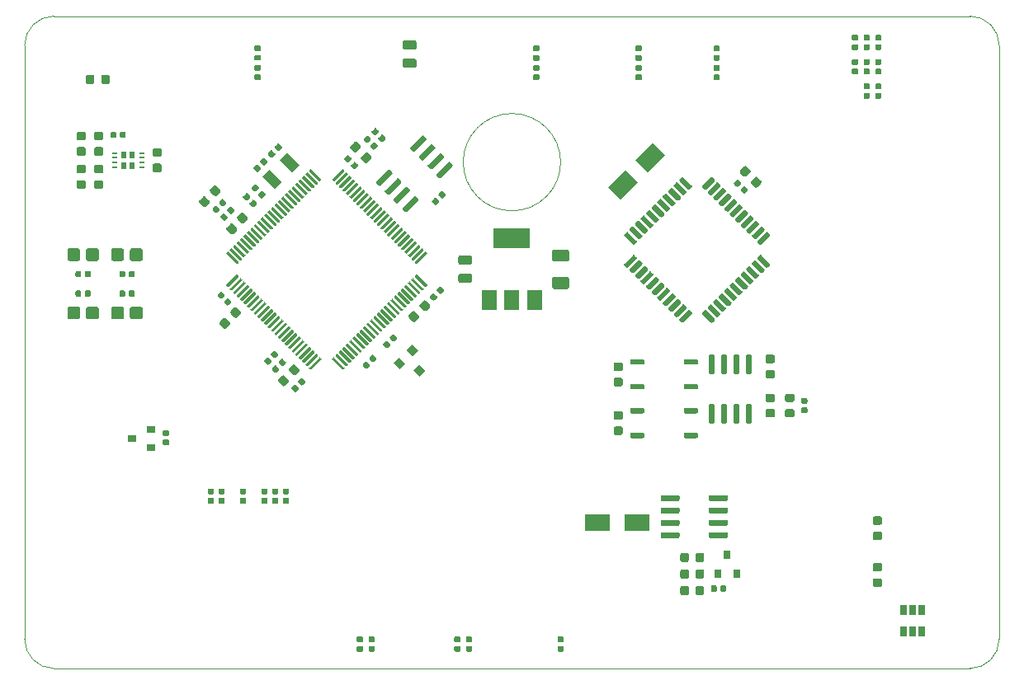
<source format=gbr>
G04 #@! TF.GenerationSoftware,KiCad,Pcbnew,5.1.5-52549c5~84~ubuntu16.04.1*
G04 #@! TF.CreationDate,2020-02-20T20:55:12+01:00*
G04 #@! TF.ProjectId,EmergencyWake,456d6572-6765-46e6-9379-57616b652e6b,rev?*
G04 #@! TF.SameCoordinates,PX5f5e100PY5f5e100*
G04 #@! TF.FileFunction,Paste,Top*
G04 #@! TF.FilePolarity,Positive*
%FSLAX46Y46*%
G04 Gerber Fmt 4.6, Leading zero omitted, Abs format (unit mm)*
G04 Created by KiCad (PCBNEW 5.1.5-52549c5~84~ubuntu16.04.1) date 2020-02-20 20:55:12*
%MOMM*%
%LPD*%
G04 APERTURE LIST*
%ADD10C,0.050000*%
%ADD11R,0.650000X1.060000*%
%ADD12C,0.150000*%
%ADD13R,0.900000X0.800000*%
%ADD14R,0.600000X0.250000*%
%ADD15R,0.600000X0.800000*%
%ADD16R,1.500000X2.000000*%
%ADD17R,3.800000X2.000000*%
%ADD18R,2.500000X1.800000*%
%ADD19R,0.800000X0.900000*%
G04 APERTURE END LIST*
D10*
X55000000Y-15000000D02*
G75*
G03X55000000Y-15000000I-5000000J0D01*
G01*
X3000000Y-67000000D02*
G75*
G02X0Y-64000000I0J3000000D01*
G01*
X100000000Y-64000000D02*
G75*
G02X97000000Y-67000000I-3000000J0D01*
G01*
X97000000Y0D02*
G75*
G02X100000000Y-3000000I0J-3000000D01*
G01*
X0Y-3000000D02*
G75*
G02X3000000Y0I3000000J0D01*
G01*
X0Y-64000000D02*
X0Y-3000000D01*
X97000000Y-67000000D02*
X3000000Y-67000000D01*
X100000000Y-3000000D02*
X100000000Y-64000000D01*
X3000000Y0D02*
X97000000Y0D01*
D11*
X91100000Y-63200000D03*
X92050000Y-63200000D03*
X90150000Y-63200000D03*
X90150000Y-61000000D03*
X91100000Y-61000000D03*
X92050000Y-61000000D03*
D12*
G36*
X32651374Y-15689991D02*
G01*
X32658655Y-15691071D01*
X32665794Y-15692859D01*
X32672724Y-15695339D01*
X32679378Y-15698486D01*
X32685691Y-15702270D01*
X32691602Y-15706654D01*
X32697056Y-15711597D01*
X32803122Y-15817663D01*
X32808065Y-15823117D01*
X32812449Y-15829028D01*
X32816233Y-15835341D01*
X32819380Y-15841995D01*
X32821860Y-15848925D01*
X32823648Y-15856064D01*
X32824728Y-15863345D01*
X32825089Y-15870696D01*
X32824728Y-15878047D01*
X32823648Y-15885328D01*
X32821860Y-15892467D01*
X32819380Y-15899397D01*
X32816233Y-15906051D01*
X32812449Y-15912364D01*
X32808065Y-15918275D01*
X32803122Y-15923729D01*
X31777818Y-16949033D01*
X31772364Y-16953976D01*
X31766453Y-16958360D01*
X31760140Y-16962144D01*
X31753486Y-16965291D01*
X31746556Y-16967771D01*
X31739417Y-16969559D01*
X31732136Y-16970639D01*
X31724785Y-16971000D01*
X31717434Y-16970639D01*
X31710153Y-16969559D01*
X31703014Y-16967771D01*
X31696084Y-16965291D01*
X31689430Y-16962144D01*
X31683117Y-16958360D01*
X31677206Y-16953976D01*
X31671752Y-16949033D01*
X31565686Y-16842967D01*
X31560743Y-16837513D01*
X31556359Y-16831602D01*
X31552575Y-16825289D01*
X31549428Y-16818635D01*
X31546948Y-16811705D01*
X31545160Y-16804566D01*
X31544080Y-16797285D01*
X31543719Y-16789934D01*
X31544080Y-16782583D01*
X31545160Y-16775302D01*
X31546948Y-16768163D01*
X31549428Y-16761233D01*
X31552575Y-16754579D01*
X31556359Y-16748266D01*
X31560743Y-16742355D01*
X31565686Y-16736901D01*
X32590990Y-15711597D01*
X32596444Y-15706654D01*
X32602355Y-15702270D01*
X32608668Y-15698486D01*
X32615322Y-15695339D01*
X32622252Y-15692859D01*
X32629391Y-15691071D01*
X32636672Y-15689991D01*
X32644023Y-15689630D01*
X32651374Y-15689991D01*
G37*
G36*
X33004927Y-16043544D02*
G01*
X33012208Y-16044624D01*
X33019347Y-16046412D01*
X33026277Y-16048892D01*
X33032931Y-16052039D01*
X33039244Y-16055823D01*
X33045155Y-16060207D01*
X33050609Y-16065150D01*
X33156675Y-16171216D01*
X33161618Y-16176670D01*
X33166002Y-16182581D01*
X33169786Y-16188894D01*
X33172933Y-16195548D01*
X33175413Y-16202478D01*
X33177201Y-16209617D01*
X33178281Y-16216898D01*
X33178642Y-16224249D01*
X33178281Y-16231600D01*
X33177201Y-16238881D01*
X33175413Y-16246020D01*
X33172933Y-16252950D01*
X33169786Y-16259604D01*
X33166002Y-16265917D01*
X33161618Y-16271828D01*
X33156675Y-16277282D01*
X32131371Y-17302586D01*
X32125917Y-17307529D01*
X32120006Y-17311913D01*
X32113693Y-17315697D01*
X32107039Y-17318844D01*
X32100109Y-17321324D01*
X32092970Y-17323112D01*
X32085689Y-17324192D01*
X32078338Y-17324553D01*
X32070987Y-17324192D01*
X32063706Y-17323112D01*
X32056567Y-17321324D01*
X32049637Y-17318844D01*
X32042983Y-17315697D01*
X32036670Y-17311913D01*
X32030759Y-17307529D01*
X32025305Y-17302586D01*
X31919239Y-17196520D01*
X31914296Y-17191066D01*
X31909912Y-17185155D01*
X31906128Y-17178842D01*
X31902981Y-17172188D01*
X31900501Y-17165258D01*
X31898713Y-17158119D01*
X31897633Y-17150838D01*
X31897272Y-17143487D01*
X31897633Y-17136136D01*
X31898713Y-17128855D01*
X31900501Y-17121716D01*
X31902981Y-17114786D01*
X31906128Y-17108132D01*
X31909912Y-17101819D01*
X31914296Y-17095908D01*
X31919239Y-17090454D01*
X32944543Y-16065150D01*
X32949997Y-16060207D01*
X32955908Y-16055823D01*
X32962221Y-16052039D01*
X32968875Y-16048892D01*
X32975805Y-16046412D01*
X32982944Y-16044624D01*
X32990225Y-16043544D01*
X32997576Y-16043183D01*
X33004927Y-16043544D01*
G37*
G36*
X33358481Y-16397098D02*
G01*
X33365762Y-16398178D01*
X33372901Y-16399966D01*
X33379831Y-16402446D01*
X33386485Y-16405593D01*
X33392798Y-16409377D01*
X33398709Y-16413761D01*
X33404163Y-16418704D01*
X33510229Y-16524770D01*
X33515172Y-16530224D01*
X33519556Y-16536135D01*
X33523340Y-16542448D01*
X33526487Y-16549102D01*
X33528967Y-16556032D01*
X33530755Y-16563171D01*
X33531835Y-16570452D01*
X33532196Y-16577803D01*
X33531835Y-16585154D01*
X33530755Y-16592435D01*
X33528967Y-16599574D01*
X33526487Y-16606504D01*
X33523340Y-16613158D01*
X33519556Y-16619471D01*
X33515172Y-16625382D01*
X33510229Y-16630836D01*
X32484925Y-17656140D01*
X32479471Y-17661083D01*
X32473560Y-17665467D01*
X32467247Y-17669251D01*
X32460593Y-17672398D01*
X32453663Y-17674878D01*
X32446524Y-17676666D01*
X32439243Y-17677746D01*
X32431892Y-17678107D01*
X32424541Y-17677746D01*
X32417260Y-17676666D01*
X32410121Y-17674878D01*
X32403191Y-17672398D01*
X32396537Y-17669251D01*
X32390224Y-17665467D01*
X32384313Y-17661083D01*
X32378859Y-17656140D01*
X32272793Y-17550074D01*
X32267850Y-17544620D01*
X32263466Y-17538709D01*
X32259682Y-17532396D01*
X32256535Y-17525742D01*
X32254055Y-17518812D01*
X32252267Y-17511673D01*
X32251187Y-17504392D01*
X32250826Y-17497041D01*
X32251187Y-17489690D01*
X32252267Y-17482409D01*
X32254055Y-17475270D01*
X32256535Y-17468340D01*
X32259682Y-17461686D01*
X32263466Y-17455373D01*
X32267850Y-17449462D01*
X32272793Y-17444008D01*
X33298097Y-16418704D01*
X33303551Y-16413761D01*
X33309462Y-16409377D01*
X33315775Y-16405593D01*
X33322429Y-16402446D01*
X33329359Y-16399966D01*
X33336498Y-16398178D01*
X33343779Y-16397098D01*
X33351130Y-16396737D01*
X33358481Y-16397098D01*
G37*
G36*
X33712034Y-16750651D02*
G01*
X33719315Y-16751731D01*
X33726454Y-16753519D01*
X33733384Y-16755999D01*
X33740038Y-16759146D01*
X33746351Y-16762930D01*
X33752262Y-16767314D01*
X33757716Y-16772257D01*
X33863782Y-16878323D01*
X33868725Y-16883777D01*
X33873109Y-16889688D01*
X33876893Y-16896001D01*
X33880040Y-16902655D01*
X33882520Y-16909585D01*
X33884308Y-16916724D01*
X33885388Y-16924005D01*
X33885749Y-16931356D01*
X33885388Y-16938707D01*
X33884308Y-16945988D01*
X33882520Y-16953127D01*
X33880040Y-16960057D01*
X33876893Y-16966711D01*
X33873109Y-16973024D01*
X33868725Y-16978935D01*
X33863782Y-16984389D01*
X32838478Y-18009693D01*
X32833024Y-18014636D01*
X32827113Y-18019020D01*
X32820800Y-18022804D01*
X32814146Y-18025951D01*
X32807216Y-18028431D01*
X32800077Y-18030219D01*
X32792796Y-18031299D01*
X32785445Y-18031660D01*
X32778094Y-18031299D01*
X32770813Y-18030219D01*
X32763674Y-18028431D01*
X32756744Y-18025951D01*
X32750090Y-18022804D01*
X32743777Y-18019020D01*
X32737866Y-18014636D01*
X32732412Y-18009693D01*
X32626346Y-17903627D01*
X32621403Y-17898173D01*
X32617019Y-17892262D01*
X32613235Y-17885949D01*
X32610088Y-17879295D01*
X32607608Y-17872365D01*
X32605820Y-17865226D01*
X32604740Y-17857945D01*
X32604379Y-17850594D01*
X32604740Y-17843243D01*
X32605820Y-17835962D01*
X32607608Y-17828823D01*
X32610088Y-17821893D01*
X32613235Y-17815239D01*
X32617019Y-17808926D01*
X32621403Y-17803015D01*
X32626346Y-17797561D01*
X33651650Y-16772257D01*
X33657104Y-16767314D01*
X33663015Y-16762930D01*
X33669328Y-16759146D01*
X33675982Y-16755999D01*
X33682912Y-16753519D01*
X33690051Y-16751731D01*
X33697332Y-16750651D01*
X33704683Y-16750290D01*
X33712034Y-16750651D01*
G37*
G36*
X34065587Y-17104204D02*
G01*
X34072868Y-17105284D01*
X34080007Y-17107072D01*
X34086937Y-17109552D01*
X34093591Y-17112699D01*
X34099904Y-17116483D01*
X34105815Y-17120867D01*
X34111269Y-17125810D01*
X34217335Y-17231876D01*
X34222278Y-17237330D01*
X34226662Y-17243241D01*
X34230446Y-17249554D01*
X34233593Y-17256208D01*
X34236073Y-17263138D01*
X34237861Y-17270277D01*
X34238941Y-17277558D01*
X34239302Y-17284909D01*
X34238941Y-17292260D01*
X34237861Y-17299541D01*
X34236073Y-17306680D01*
X34233593Y-17313610D01*
X34230446Y-17320264D01*
X34226662Y-17326577D01*
X34222278Y-17332488D01*
X34217335Y-17337942D01*
X33192031Y-18363246D01*
X33186577Y-18368189D01*
X33180666Y-18372573D01*
X33174353Y-18376357D01*
X33167699Y-18379504D01*
X33160769Y-18381984D01*
X33153630Y-18383772D01*
X33146349Y-18384852D01*
X33138998Y-18385213D01*
X33131647Y-18384852D01*
X33124366Y-18383772D01*
X33117227Y-18381984D01*
X33110297Y-18379504D01*
X33103643Y-18376357D01*
X33097330Y-18372573D01*
X33091419Y-18368189D01*
X33085965Y-18363246D01*
X32979899Y-18257180D01*
X32974956Y-18251726D01*
X32970572Y-18245815D01*
X32966788Y-18239502D01*
X32963641Y-18232848D01*
X32961161Y-18225918D01*
X32959373Y-18218779D01*
X32958293Y-18211498D01*
X32957932Y-18204147D01*
X32958293Y-18196796D01*
X32959373Y-18189515D01*
X32961161Y-18182376D01*
X32963641Y-18175446D01*
X32966788Y-18168792D01*
X32970572Y-18162479D01*
X32974956Y-18156568D01*
X32979899Y-18151114D01*
X34005203Y-17125810D01*
X34010657Y-17120867D01*
X34016568Y-17116483D01*
X34022881Y-17112699D01*
X34029535Y-17109552D01*
X34036465Y-17107072D01*
X34043604Y-17105284D01*
X34050885Y-17104204D01*
X34058236Y-17103843D01*
X34065587Y-17104204D01*
G37*
G36*
X34419141Y-17457758D02*
G01*
X34426422Y-17458838D01*
X34433561Y-17460626D01*
X34440491Y-17463106D01*
X34447145Y-17466253D01*
X34453458Y-17470037D01*
X34459369Y-17474421D01*
X34464823Y-17479364D01*
X34570889Y-17585430D01*
X34575832Y-17590884D01*
X34580216Y-17596795D01*
X34584000Y-17603108D01*
X34587147Y-17609762D01*
X34589627Y-17616692D01*
X34591415Y-17623831D01*
X34592495Y-17631112D01*
X34592856Y-17638463D01*
X34592495Y-17645814D01*
X34591415Y-17653095D01*
X34589627Y-17660234D01*
X34587147Y-17667164D01*
X34584000Y-17673818D01*
X34580216Y-17680131D01*
X34575832Y-17686042D01*
X34570889Y-17691496D01*
X33545585Y-18716800D01*
X33540131Y-18721743D01*
X33534220Y-18726127D01*
X33527907Y-18729911D01*
X33521253Y-18733058D01*
X33514323Y-18735538D01*
X33507184Y-18737326D01*
X33499903Y-18738406D01*
X33492552Y-18738767D01*
X33485201Y-18738406D01*
X33477920Y-18737326D01*
X33470781Y-18735538D01*
X33463851Y-18733058D01*
X33457197Y-18729911D01*
X33450884Y-18726127D01*
X33444973Y-18721743D01*
X33439519Y-18716800D01*
X33333453Y-18610734D01*
X33328510Y-18605280D01*
X33324126Y-18599369D01*
X33320342Y-18593056D01*
X33317195Y-18586402D01*
X33314715Y-18579472D01*
X33312927Y-18572333D01*
X33311847Y-18565052D01*
X33311486Y-18557701D01*
X33311847Y-18550350D01*
X33312927Y-18543069D01*
X33314715Y-18535930D01*
X33317195Y-18529000D01*
X33320342Y-18522346D01*
X33324126Y-18516033D01*
X33328510Y-18510122D01*
X33333453Y-18504668D01*
X34358757Y-17479364D01*
X34364211Y-17474421D01*
X34370122Y-17470037D01*
X34376435Y-17466253D01*
X34383089Y-17463106D01*
X34390019Y-17460626D01*
X34397158Y-17458838D01*
X34404439Y-17457758D01*
X34411790Y-17457397D01*
X34419141Y-17457758D01*
G37*
G36*
X34772694Y-17811311D02*
G01*
X34779975Y-17812391D01*
X34787114Y-17814179D01*
X34794044Y-17816659D01*
X34800698Y-17819806D01*
X34807011Y-17823590D01*
X34812922Y-17827974D01*
X34818376Y-17832917D01*
X34924442Y-17938983D01*
X34929385Y-17944437D01*
X34933769Y-17950348D01*
X34937553Y-17956661D01*
X34940700Y-17963315D01*
X34943180Y-17970245D01*
X34944968Y-17977384D01*
X34946048Y-17984665D01*
X34946409Y-17992016D01*
X34946048Y-17999367D01*
X34944968Y-18006648D01*
X34943180Y-18013787D01*
X34940700Y-18020717D01*
X34937553Y-18027371D01*
X34933769Y-18033684D01*
X34929385Y-18039595D01*
X34924442Y-18045049D01*
X33899138Y-19070353D01*
X33893684Y-19075296D01*
X33887773Y-19079680D01*
X33881460Y-19083464D01*
X33874806Y-19086611D01*
X33867876Y-19089091D01*
X33860737Y-19090879D01*
X33853456Y-19091959D01*
X33846105Y-19092320D01*
X33838754Y-19091959D01*
X33831473Y-19090879D01*
X33824334Y-19089091D01*
X33817404Y-19086611D01*
X33810750Y-19083464D01*
X33804437Y-19079680D01*
X33798526Y-19075296D01*
X33793072Y-19070353D01*
X33687006Y-18964287D01*
X33682063Y-18958833D01*
X33677679Y-18952922D01*
X33673895Y-18946609D01*
X33670748Y-18939955D01*
X33668268Y-18933025D01*
X33666480Y-18925886D01*
X33665400Y-18918605D01*
X33665039Y-18911254D01*
X33665400Y-18903903D01*
X33666480Y-18896622D01*
X33668268Y-18889483D01*
X33670748Y-18882553D01*
X33673895Y-18875899D01*
X33677679Y-18869586D01*
X33682063Y-18863675D01*
X33687006Y-18858221D01*
X34712310Y-17832917D01*
X34717764Y-17827974D01*
X34723675Y-17823590D01*
X34729988Y-17819806D01*
X34736642Y-17816659D01*
X34743572Y-17814179D01*
X34750711Y-17812391D01*
X34757992Y-17811311D01*
X34765343Y-17810950D01*
X34772694Y-17811311D01*
G37*
G36*
X35126248Y-18164865D02*
G01*
X35133529Y-18165945D01*
X35140668Y-18167733D01*
X35147598Y-18170213D01*
X35154252Y-18173360D01*
X35160565Y-18177144D01*
X35166476Y-18181528D01*
X35171930Y-18186471D01*
X35277996Y-18292537D01*
X35282939Y-18297991D01*
X35287323Y-18303902D01*
X35291107Y-18310215D01*
X35294254Y-18316869D01*
X35296734Y-18323799D01*
X35298522Y-18330938D01*
X35299602Y-18338219D01*
X35299963Y-18345570D01*
X35299602Y-18352921D01*
X35298522Y-18360202D01*
X35296734Y-18367341D01*
X35294254Y-18374271D01*
X35291107Y-18380925D01*
X35287323Y-18387238D01*
X35282939Y-18393149D01*
X35277996Y-18398603D01*
X34252692Y-19423907D01*
X34247238Y-19428850D01*
X34241327Y-19433234D01*
X34235014Y-19437018D01*
X34228360Y-19440165D01*
X34221430Y-19442645D01*
X34214291Y-19444433D01*
X34207010Y-19445513D01*
X34199659Y-19445874D01*
X34192308Y-19445513D01*
X34185027Y-19444433D01*
X34177888Y-19442645D01*
X34170958Y-19440165D01*
X34164304Y-19437018D01*
X34157991Y-19433234D01*
X34152080Y-19428850D01*
X34146626Y-19423907D01*
X34040560Y-19317841D01*
X34035617Y-19312387D01*
X34031233Y-19306476D01*
X34027449Y-19300163D01*
X34024302Y-19293509D01*
X34021822Y-19286579D01*
X34020034Y-19279440D01*
X34018954Y-19272159D01*
X34018593Y-19264808D01*
X34018954Y-19257457D01*
X34020034Y-19250176D01*
X34021822Y-19243037D01*
X34024302Y-19236107D01*
X34027449Y-19229453D01*
X34031233Y-19223140D01*
X34035617Y-19217229D01*
X34040560Y-19211775D01*
X35065864Y-18186471D01*
X35071318Y-18181528D01*
X35077229Y-18177144D01*
X35083542Y-18173360D01*
X35090196Y-18170213D01*
X35097126Y-18167733D01*
X35104265Y-18165945D01*
X35111546Y-18164865D01*
X35118897Y-18164504D01*
X35126248Y-18164865D01*
G37*
G36*
X35479801Y-18518418D02*
G01*
X35487082Y-18519498D01*
X35494221Y-18521286D01*
X35501151Y-18523766D01*
X35507805Y-18526913D01*
X35514118Y-18530697D01*
X35520029Y-18535081D01*
X35525483Y-18540024D01*
X35631549Y-18646090D01*
X35636492Y-18651544D01*
X35640876Y-18657455D01*
X35644660Y-18663768D01*
X35647807Y-18670422D01*
X35650287Y-18677352D01*
X35652075Y-18684491D01*
X35653155Y-18691772D01*
X35653516Y-18699123D01*
X35653155Y-18706474D01*
X35652075Y-18713755D01*
X35650287Y-18720894D01*
X35647807Y-18727824D01*
X35644660Y-18734478D01*
X35640876Y-18740791D01*
X35636492Y-18746702D01*
X35631549Y-18752156D01*
X34606245Y-19777460D01*
X34600791Y-19782403D01*
X34594880Y-19786787D01*
X34588567Y-19790571D01*
X34581913Y-19793718D01*
X34574983Y-19796198D01*
X34567844Y-19797986D01*
X34560563Y-19799066D01*
X34553212Y-19799427D01*
X34545861Y-19799066D01*
X34538580Y-19797986D01*
X34531441Y-19796198D01*
X34524511Y-19793718D01*
X34517857Y-19790571D01*
X34511544Y-19786787D01*
X34505633Y-19782403D01*
X34500179Y-19777460D01*
X34394113Y-19671394D01*
X34389170Y-19665940D01*
X34384786Y-19660029D01*
X34381002Y-19653716D01*
X34377855Y-19647062D01*
X34375375Y-19640132D01*
X34373587Y-19632993D01*
X34372507Y-19625712D01*
X34372146Y-19618361D01*
X34372507Y-19611010D01*
X34373587Y-19603729D01*
X34375375Y-19596590D01*
X34377855Y-19589660D01*
X34381002Y-19583006D01*
X34384786Y-19576693D01*
X34389170Y-19570782D01*
X34394113Y-19565328D01*
X35419417Y-18540024D01*
X35424871Y-18535081D01*
X35430782Y-18530697D01*
X35437095Y-18526913D01*
X35443749Y-18523766D01*
X35450679Y-18521286D01*
X35457818Y-18519498D01*
X35465099Y-18518418D01*
X35472450Y-18518057D01*
X35479801Y-18518418D01*
G37*
G36*
X35833354Y-18871971D02*
G01*
X35840635Y-18873051D01*
X35847774Y-18874839D01*
X35854704Y-18877319D01*
X35861358Y-18880466D01*
X35867671Y-18884250D01*
X35873582Y-18888634D01*
X35879036Y-18893577D01*
X35985102Y-18999643D01*
X35990045Y-19005097D01*
X35994429Y-19011008D01*
X35998213Y-19017321D01*
X36001360Y-19023975D01*
X36003840Y-19030905D01*
X36005628Y-19038044D01*
X36006708Y-19045325D01*
X36007069Y-19052676D01*
X36006708Y-19060027D01*
X36005628Y-19067308D01*
X36003840Y-19074447D01*
X36001360Y-19081377D01*
X35998213Y-19088031D01*
X35994429Y-19094344D01*
X35990045Y-19100255D01*
X35985102Y-19105709D01*
X34959798Y-20131013D01*
X34954344Y-20135956D01*
X34948433Y-20140340D01*
X34942120Y-20144124D01*
X34935466Y-20147271D01*
X34928536Y-20149751D01*
X34921397Y-20151539D01*
X34914116Y-20152619D01*
X34906765Y-20152980D01*
X34899414Y-20152619D01*
X34892133Y-20151539D01*
X34884994Y-20149751D01*
X34878064Y-20147271D01*
X34871410Y-20144124D01*
X34865097Y-20140340D01*
X34859186Y-20135956D01*
X34853732Y-20131013D01*
X34747666Y-20024947D01*
X34742723Y-20019493D01*
X34738339Y-20013582D01*
X34734555Y-20007269D01*
X34731408Y-20000615D01*
X34728928Y-19993685D01*
X34727140Y-19986546D01*
X34726060Y-19979265D01*
X34725699Y-19971914D01*
X34726060Y-19964563D01*
X34727140Y-19957282D01*
X34728928Y-19950143D01*
X34731408Y-19943213D01*
X34734555Y-19936559D01*
X34738339Y-19930246D01*
X34742723Y-19924335D01*
X34747666Y-19918881D01*
X35772970Y-18893577D01*
X35778424Y-18888634D01*
X35784335Y-18884250D01*
X35790648Y-18880466D01*
X35797302Y-18877319D01*
X35804232Y-18874839D01*
X35811371Y-18873051D01*
X35818652Y-18871971D01*
X35826003Y-18871610D01*
X35833354Y-18871971D01*
G37*
G36*
X36186908Y-19225525D02*
G01*
X36194189Y-19226605D01*
X36201328Y-19228393D01*
X36208258Y-19230873D01*
X36214912Y-19234020D01*
X36221225Y-19237804D01*
X36227136Y-19242188D01*
X36232590Y-19247131D01*
X36338656Y-19353197D01*
X36343599Y-19358651D01*
X36347983Y-19364562D01*
X36351767Y-19370875D01*
X36354914Y-19377529D01*
X36357394Y-19384459D01*
X36359182Y-19391598D01*
X36360262Y-19398879D01*
X36360623Y-19406230D01*
X36360262Y-19413581D01*
X36359182Y-19420862D01*
X36357394Y-19428001D01*
X36354914Y-19434931D01*
X36351767Y-19441585D01*
X36347983Y-19447898D01*
X36343599Y-19453809D01*
X36338656Y-19459263D01*
X35313352Y-20484567D01*
X35307898Y-20489510D01*
X35301987Y-20493894D01*
X35295674Y-20497678D01*
X35289020Y-20500825D01*
X35282090Y-20503305D01*
X35274951Y-20505093D01*
X35267670Y-20506173D01*
X35260319Y-20506534D01*
X35252968Y-20506173D01*
X35245687Y-20505093D01*
X35238548Y-20503305D01*
X35231618Y-20500825D01*
X35224964Y-20497678D01*
X35218651Y-20493894D01*
X35212740Y-20489510D01*
X35207286Y-20484567D01*
X35101220Y-20378501D01*
X35096277Y-20373047D01*
X35091893Y-20367136D01*
X35088109Y-20360823D01*
X35084962Y-20354169D01*
X35082482Y-20347239D01*
X35080694Y-20340100D01*
X35079614Y-20332819D01*
X35079253Y-20325468D01*
X35079614Y-20318117D01*
X35080694Y-20310836D01*
X35082482Y-20303697D01*
X35084962Y-20296767D01*
X35088109Y-20290113D01*
X35091893Y-20283800D01*
X35096277Y-20277889D01*
X35101220Y-20272435D01*
X36126524Y-19247131D01*
X36131978Y-19242188D01*
X36137889Y-19237804D01*
X36144202Y-19234020D01*
X36150856Y-19230873D01*
X36157786Y-19228393D01*
X36164925Y-19226605D01*
X36172206Y-19225525D01*
X36179557Y-19225164D01*
X36186908Y-19225525D01*
G37*
G36*
X36540461Y-19579078D02*
G01*
X36547742Y-19580158D01*
X36554881Y-19581946D01*
X36561811Y-19584426D01*
X36568465Y-19587573D01*
X36574778Y-19591357D01*
X36580689Y-19595741D01*
X36586143Y-19600684D01*
X36692209Y-19706750D01*
X36697152Y-19712204D01*
X36701536Y-19718115D01*
X36705320Y-19724428D01*
X36708467Y-19731082D01*
X36710947Y-19738012D01*
X36712735Y-19745151D01*
X36713815Y-19752432D01*
X36714176Y-19759783D01*
X36713815Y-19767134D01*
X36712735Y-19774415D01*
X36710947Y-19781554D01*
X36708467Y-19788484D01*
X36705320Y-19795138D01*
X36701536Y-19801451D01*
X36697152Y-19807362D01*
X36692209Y-19812816D01*
X35666905Y-20838120D01*
X35661451Y-20843063D01*
X35655540Y-20847447D01*
X35649227Y-20851231D01*
X35642573Y-20854378D01*
X35635643Y-20856858D01*
X35628504Y-20858646D01*
X35621223Y-20859726D01*
X35613872Y-20860087D01*
X35606521Y-20859726D01*
X35599240Y-20858646D01*
X35592101Y-20856858D01*
X35585171Y-20854378D01*
X35578517Y-20851231D01*
X35572204Y-20847447D01*
X35566293Y-20843063D01*
X35560839Y-20838120D01*
X35454773Y-20732054D01*
X35449830Y-20726600D01*
X35445446Y-20720689D01*
X35441662Y-20714376D01*
X35438515Y-20707722D01*
X35436035Y-20700792D01*
X35434247Y-20693653D01*
X35433167Y-20686372D01*
X35432806Y-20679021D01*
X35433167Y-20671670D01*
X35434247Y-20664389D01*
X35436035Y-20657250D01*
X35438515Y-20650320D01*
X35441662Y-20643666D01*
X35445446Y-20637353D01*
X35449830Y-20631442D01*
X35454773Y-20625988D01*
X36480077Y-19600684D01*
X36485531Y-19595741D01*
X36491442Y-19591357D01*
X36497755Y-19587573D01*
X36504409Y-19584426D01*
X36511339Y-19581946D01*
X36518478Y-19580158D01*
X36525759Y-19579078D01*
X36533110Y-19578717D01*
X36540461Y-19579078D01*
G37*
G36*
X36894015Y-19932631D02*
G01*
X36901296Y-19933711D01*
X36908435Y-19935499D01*
X36915365Y-19937979D01*
X36922019Y-19941126D01*
X36928332Y-19944910D01*
X36934243Y-19949294D01*
X36939697Y-19954237D01*
X37045763Y-20060303D01*
X37050706Y-20065757D01*
X37055090Y-20071668D01*
X37058874Y-20077981D01*
X37062021Y-20084635D01*
X37064501Y-20091565D01*
X37066289Y-20098704D01*
X37067369Y-20105985D01*
X37067730Y-20113336D01*
X37067369Y-20120687D01*
X37066289Y-20127968D01*
X37064501Y-20135107D01*
X37062021Y-20142037D01*
X37058874Y-20148691D01*
X37055090Y-20155004D01*
X37050706Y-20160915D01*
X37045763Y-20166369D01*
X36020459Y-21191673D01*
X36015005Y-21196616D01*
X36009094Y-21201000D01*
X36002781Y-21204784D01*
X35996127Y-21207931D01*
X35989197Y-21210411D01*
X35982058Y-21212199D01*
X35974777Y-21213279D01*
X35967426Y-21213640D01*
X35960075Y-21213279D01*
X35952794Y-21212199D01*
X35945655Y-21210411D01*
X35938725Y-21207931D01*
X35932071Y-21204784D01*
X35925758Y-21201000D01*
X35919847Y-21196616D01*
X35914393Y-21191673D01*
X35808327Y-21085607D01*
X35803384Y-21080153D01*
X35799000Y-21074242D01*
X35795216Y-21067929D01*
X35792069Y-21061275D01*
X35789589Y-21054345D01*
X35787801Y-21047206D01*
X35786721Y-21039925D01*
X35786360Y-21032574D01*
X35786721Y-21025223D01*
X35787801Y-21017942D01*
X35789589Y-21010803D01*
X35792069Y-21003873D01*
X35795216Y-20997219D01*
X35799000Y-20990906D01*
X35803384Y-20984995D01*
X35808327Y-20979541D01*
X36833631Y-19954237D01*
X36839085Y-19949294D01*
X36844996Y-19944910D01*
X36851309Y-19941126D01*
X36857963Y-19937979D01*
X36864893Y-19935499D01*
X36872032Y-19933711D01*
X36879313Y-19932631D01*
X36886664Y-19932270D01*
X36894015Y-19932631D01*
G37*
G36*
X37247568Y-20286185D02*
G01*
X37254849Y-20287265D01*
X37261988Y-20289053D01*
X37268918Y-20291533D01*
X37275572Y-20294680D01*
X37281885Y-20298464D01*
X37287796Y-20302848D01*
X37293250Y-20307791D01*
X37399316Y-20413857D01*
X37404259Y-20419311D01*
X37408643Y-20425222D01*
X37412427Y-20431535D01*
X37415574Y-20438189D01*
X37418054Y-20445119D01*
X37419842Y-20452258D01*
X37420922Y-20459539D01*
X37421283Y-20466890D01*
X37420922Y-20474241D01*
X37419842Y-20481522D01*
X37418054Y-20488661D01*
X37415574Y-20495591D01*
X37412427Y-20502245D01*
X37408643Y-20508558D01*
X37404259Y-20514469D01*
X37399316Y-20519923D01*
X36374012Y-21545227D01*
X36368558Y-21550170D01*
X36362647Y-21554554D01*
X36356334Y-21558338D01*
X36349680Y-21561485D01*
X36342750Y-21563965D01*
X36335611Y-21565753D01*
X36328330Y-21566833D01*
X36320979Y-21567194D01*
X36313628Y-21566833D01*
X36306347Y-21565753D01*
X36299208Y-21563965D01*
X36292278Y-21561485D01*
X36285624Y-21558338D01*
X36279311Y-21554554D01*
X36273400Y-21550170D01*
X36267946Y-21545227D01*
X36161880Y-21439161D01*
X36156937Y-21433707D01*
X36152553Y-21427796D01*
X36148769Y-21421483D01*
X36145622Y-21414829D01*
X36143142Y-21407899D01*
X36141354Y-21400760D01*
X36140274Y-21393479D01*
X36139913Y-21386128D01*
X36140274Y-21378777D01*
X36141354Y-21371496D01*
X36143142Y-21364357D01*
X36145622Y-21357427D01*
X36148769Y-21350773D01*
X36152553Y-21344460D01*
X36156937Y-21338549D01*
X36161880Y-21333095D01*
X37187184Y-20307791D01*
X37192638Y-20302848D01*
X37198549Y-20298464D01*
X37204862Y-20294680D01*
X37211516Y-20291533D01*
X37218446Y-20289053D01*
X37225585Y-20287265D01*
X37232866Y-20286185D01*
X37240217Y-20285824D01*
X37247568Y-20286185D01*
G37*
G36*
X37601121Y-20639738D02*
G01*
X37608402Y-20640818D01*
X37615541Y-20642606D01*
X37622471Y-20645086D01*
X37629125Y-20648233D01*
X37635438Y-20652017D01*
X37641349Y-20656401D01*
X37646803Y-20661344D01*
X37752869Y-20767410D01*
X37757812Y-20772864D01*
X37762196Y-20778775D01*
X37765980Y-20785088D01*
X37769127Y-20791742D01*
X37771607Y-20798672D01*
X37773395Y-20805811D01*
X37774475Y-20813092D01*
X37774836Y-20820443D01*
X37774475Y-20827794D01*
X37773395Y-20835075D01*
X37771607Y-20842214D01*
X37769127Y-20849144D01*
X37765980Y-20855798D01*
X37762196Y-20862111D01*
X37757812Y-20868022D01*
X37752869Y-20873476D01*
X36727565Y-21898780D01*
X36722111Y-21903723D01*
X36716200Y-21908107D01*
X36709887Y-21911891D01*
X36703233Y-21915038D01*
X36696303Y-21917518D01*
X36689164Y-21919306D01*
X36681883Y-21920386D01*
X36674532Y-21920747D01*
X36667181Y-21920386D01*
X36659900Y-21919306D01*
X36652761Y-21917518D01*
X36645831Y-21915038D01*
X36639177Y-21911891D01*
X36632864Y-21908107D01*
X36626953Y-21903723D01*
X36621499Y-21898780D01*
X36515433Y-21792714D01*
X36510490Y-21787260D01*
X36506106Y-21781349D01*
X36502322Y-21775036D01*
X36499175Y-21768382D01*
X36496695Y-21761452D01*
X36494907Y-21754313D01*
X36493827Y-21747032D01*
X36493466Y-21739681D01*
X36493827Y-21732330D01*
X36494907Y-21725049D01*
X36496695Y-21717910D01*
X36499175Y-21710980D01*
X36502322Y-21704326D01*
X36506106Y-21698013D01*
X36510490Y-21692102D01*
X36515433Y-21686648D01*
X37540737Y-20661344D01*
X37546191Y-20656401D01*
X37552102Y-20652017D01*
X37558415Y-20648233D01*
X37565069Y-20645086D01*
X37571999Y-20642606D01*
X37579138Y-20640818D01*
X37586419Y-20639738D01*
X37593770Y-20639377D01*
X37601121Y-20639738D01*
G37*
G36*
X37954675Y-20993292D02*
G01*
X37961956Y-20994372D01*
X37969095Y-20996160D01*
X37976025Y-20998640D01*
X37982679Y-21001787D01*
X37988992Y-21005571D01*
X37994903Y-21009955D01*
X38000357Y-21014898D01*
X38106423Y-21120964D01*
X38111366Y-21126418D01*
X38115750Y-21132329D01*
X38119534Y-21138642D01*
X38122681Y-21145296D01*
X38125161Y-21152226D01*
X38126949Y-21159365D01*
X38128029Y-21166646D01*
X38128390Y-21173997D01*
X38128029Y-21181348D01*
X38126949Y-21188629D01*
X38125161Y-21195768D01*
X38122681Y-21202698D01*
X38119534Y-21209352D01*
X38115750Y-21215665D01*
X38111366Y-21221576D01*
X38106423Y-21227030D01*
X37081119Y-22252334D01*
X37075665Y-22257277D01*
X37069754Y-22261661D01*
X37063441Y-22265445D01*
X37056787Y-22268592D01*
X37049857Y-22271072D01*
X37042718Y-22272860D01*
X37035437Y-22273940D01*
X37028086Y-22274301D01*
X37020735Y-22273940D01*
X37013454Y-22272860D01*
X37006315Y-22271072D01*
X36999385Y-22268592D01*
X36992731Y-22265445D01*
X36986418Y-22261661D01*
X36980507Y-22257277D01*
X36975053Y-22252334D01*
X36868987Y-22146268D01*
X36864044Y-22140814D01*
X36859660Y-22134903D01*
X36855876Y-22128590D01*
X36852729Y-22121936D01*
X36850249Y-22115006D01*
X36848461Y-22107867D01*
X36847381Y-22100586D01*
X36847020Y-22093235D01*
X36847381Y-22085884D01*
X36848461Y-22078603D01*
X36850249Y-22071464D01*
X36852729Y-22064534D01*
X36855876Y-22057880D01*
X36859660Y-22051567D01*
X36864044Y-22045656D01*
X36868987Y-22040202D01*
X37894291Y-21014898D01*
X37899745Y-21009955D01*
X37905656Y-21005571D01*
X37911969Y-21001787D01*
X37918623Y-20998640D01*
X37925553Y-20996160D01*
X37932692Y-20994372D01*
X37939973Y-20993292D01*
X37947324Y-20992931D01*
X37954675Y-20993292D01*
G37*
G36*
X38308228Y-21346845D02*
G01*
X38315509Y-21347925D01*
X38322648Y-21349713D01*
X38329578Y-21352193D01*
X38336232Y-21355340D01*
X38342545Y-21359124D01*
X38348456Y-21363508D01*
X38353910Y-21368451D01*
X38459976Y-21474517D01*
X38464919Y-21479971D01*
X38469303Y-21485882D01*
X38473087Y-21492195D01*
X38476234Y-21498849D01*
X38478714Y-21505779D01*
X38480502Y-21512918D01*
X38481582Y-21520199D01*
X38481943Y-21527550D01*
X38481582Y-21534901D01*
X38480502Y-21542182D01*
X38478714Y-21549321D01*
X38476234Y-21556251D01*
X38473087Y-21562905D01*
X38469303Y-21569218D01*
X38464919Y-21575129D01*
X38459976Y-21580583D01*
X37434672Y-22605887D01*
X37429218Y-22610830D01*
X37423307Y-22615214D01*
X37416994Y-22618998D01*
X37410340Y-22622145D01*
X37403410Y-22624625D01*
X37396271Y-22626413D01*
X37388990Y-22627493D01*
X37381639Y-22627854D01*
X37374288Y-22627493D01*
X37367007Y-22626413D01*
X37359868Y-22624625D01*
X37352938Y-22622145D01*
X37346284Y-22618998D01*
X37339971Y-22615214D01*
X37334060Y-22610830D01*
X37328606Y-22605887D01*
X37222540Y-22499821D01*
X37217597Y-22494367D01*
X37213213Y-22488456D01*
X37209429Y-22482143D01*
X37206282Y-22475489D01*
X37203802Y-22468559D01*
X37202014Y-22461420D01*
X37200934Y-22454139D01*
X37200573Y-22446788D01*
X37200934Y-22439437D01*
X37202014Y-22432156D01*
X37203802Y-22425017D01*
X37206282Y-22418087D01*
X37209429Y-22411433D01*
X37213213Y-22405120D01*
X37217597Y-22399209D01*
X37222540Y-22393755D01*
X38247844Y-21368451D01*
X38253298Y-21363508D01*
X38259209Y-21359124D01*
X38265522Y-21355340D01*
X38272176Y-21352193D01*
X38279106Y-21349713D01*
X38286245Y-21347925D01*
X38293526Y-21346845D01*
X38300877Y-21346484D01*
X38308228Y-21346845D01*
G37*
G36*
X38661781Y-21700398D02*
G01*
X38669062Y-21701478D01*
X38676201Y-21703266D01*
X38683131Y-21705746D01*
X38689785Y-21708893D01*
X38696098Y-21712677D01*
X38702009Y-21717061D01*
X38707463Y-21722004D01*
X38813529Y-21828070D01*
X38818472Y-21833524D01*
X38822856Y-21839435D01*
X38826640Y-21845748D01*
X38829787Y-21852402D01*
X38832267Y-21859332D01*
X38834055Y-21866471D01*
X38835135Y-21873752D01*
X38835496Y-21881103D01*
X38835135Y-21888454D01*
X38834055Y-21895735D01*
X38832267Y-21902874D01*
X38829787Y-21909804D01*
X38826640Y-21916458D01*
X38822856Y-21922771D01*
X38818472Y-21928682D01*
X38813529Y-21934136D01*
X37788225Y-22959440D01*
X37782771Y-22964383D01*
X37776860Y-22968767D01*
X37770547Y-22972551D01*
X37763893Y-22975698D01*
X37756963Y-22978178D01*
X37749824Y-22979966D01*
X37742543Y-22981046D01*
X37735192Y-22981407D01*
X37727841Y-22981046D01*
X37720560Y-22979966D01*
X37713421Y-22978178D01*
X37706491Y-22975698D01*
X37699837Y-22972551D01*
X37693524Y-22968767D01*
X37687613Y-22964383D01*
X37682159Y-22959440D01*
X37576093Y-22853374D01*
X37571150Y-22847920D01*
X37566766Y-22842009D01*
X37562982Y-22835696D01*
X37559835Y-22829042D01*
X37557355Y-22822112D01*
X37555567Y-22814973D01*
X37554487Y-22807692D01*
X37554126Y-22800341D01*
X37554487Y-22792990D01*
X37555567Y-22785709D01*
X37557355Y-22778570D01*
X37559835Y-22771640D01*
X37562982Y-22764986D01*
X37566766Y-22758673D01*
X37571150Y-22752762D01*
X37576093Y-22747308D01*
X38601397Y-21722004D01*
X38606851Y-21717061D01*
X38612762Y-21712677D01*
X38619075Y-21708893D01*
X38625729Y-21705746D01*
X38632659Y-21703266D01*
X38639798Y-21701478D01*
X38647079Y-21700398D01*
X38654430Y-21700037D01*
X38661781Y-21700398D01*
G37*
G36*
X39015335Y-22053952D02*
G01*
X39022616Y-22055032D01*
X39029755Y-22056820D01*
X39036685Y-22059300D01*
X39043339Y-22062447D01*
X39049652Y-22066231D01*
X39055563Y-22070615D01*
X39061017Y-22075558D01*
X39167083Y-22181624D01*
X39172026Y-22187078D01*
X39176410Y-22192989D01*
X39180194Y-22199302D01*
X39183341Y-22205956D01*
X39185821Y-22212886D01*
X39187609Y-22220025D01*
X39188689Y-22227306D01*
X39189050Y-22234657D01*
X39188689Y-22242008D01*
X39187609Y-22249289D01*
X39185821Y-22256428D01*
X39183341Y-22263358D01*
X39180194Y-22270012D01*
X39176410Y-22276325D01*
X39172026Y-22282236D01*
X39167083Y-22287690D01*
X38141779Y-23312994D01*
X38136325Y-23317937D01*
X38130414Y-23322321D01*
X38124101Y-23326105D01*
X38117447Y-23329252D01*
X38110517Y-23331732D01*
X38103378Y-23333520D01*
X38096097Y-23334600D01*
X38088746Y-23334961D01*
X38081395Y-23334600D01*
X38074114Y-23333520D01*
X38066975Y-23331732D01*
X38060045Y-23329252D01*
X38053391Y-23326105D01*
X38047078Y-23322321D01*
X38041167Y-23317937D01*
X38035713Y-23312994D01*
X37929647Y-23206928D01*
X37924704Y-23201474D01*
X37920320Y-23195563D01*
X37916536Y-23189250D01*
X37913389Y-23182596D01*
X37910909Y-23175666D01*
X37909121Y-23168527D01*
X37908041Y-23161246D01*
X37907680Y-23153895D01*
X37908041Y-23146544D01*
X37909121Y-23139263D01*
X37910909Y-23132124D01*
X37913389Y-23125194D01*
X37916536Y-23118540D01*
X37920320Y-23112227D01*
X37924704Y-23106316D01*
X37929647Y-23100862D01*
X38954951Y-22075558D01*
X38960405Y-22070615D01*
X38966316Y-22066231D01*
X38972629Y-22062447D01*
X38979283Y-22059300D01*
X38986213Y-22056820D01*
X38993352Y-22055032D01*
X39000633Y-22053952D01*
X39007984Y-22053591D01*
X39015335Y-22053952D01*
G37*
G36*
X39368888Y-22407505D02*
G01*
X39376169Y-22408585D01*
X39383308Y-22410373D01*
X39390238Y-22412853D01*
X39396892Y-22416000D01*
X39403205Y-22419784D01*
X39409116Y-22424168D01*
X39414570Y-22429111D01*
X39520636Y-22535177D01*
X39525579Y-22540631D01*
X39529963Y-22546542D01*
X39533747Y-22552855D01*
X39536894Y-22559509D01*
X39539374Y-22566439D01*
X39541162Y-22573578D01*
X39542242Y-22580859D01*
X39542603Y-22588210D01*
X39542242Y-22595561D01*
X39541162Y-22602842D01*
X39539374Y-22609981D01*
X39536894Y-22616911D01*
X39533747Y-22623565D01*
X39529963Y-22629878D01*
X39525579Y-22635789D01*
X39520636Y-22641243D01*
X38495332Y-23666547D01*
X38489878Y-23671490D01*
X38483967Y-23675874D01*
X38477654Y-23679658D01*
X38471000Y-23682805D01*
X38464070Y-23685285D01*
X38456931Y-23687073D01*
X38449650Y-23688153D01*
X38442299Y-23688514D01*
X38434948Y-23688153D01*
X38427667Y-23687073D01*
X38420528Y-23685285D01*
X38413598Y-23682805D01*
X38406944Y-23679658D01*
X38400631Y-23675874D01*
X38394720Y-23671490D01*
X38389266Y-23666547D01*
X38283200Y-23560481D01*
X38278257Y-23555027D01*
X38273873Y-23549116D01*
X38270089Y-23542803D01*
X38266942Y-23536149D01*
X38264462Y-23529219D01*
X38262674Y-23522080D01*
X38261594Y-23514799D01*
X38261233Y-23507448D01*
X38261594Y-23500097D01*
X38262674Y-23492816D01*
X38264462Y-23485677D01*
X38266942Y-23478747D01*
X38270089Y-23472093D01*
X38273873Y-23465780D01*
X38278257Y-23459869D01*
X38283200Y-23454415D01*
X39308504Y-22429111D01*
X39313958Y-22424168D01*
X39319869Y-22419784D01*
X39326182Y-22416000D01*
X39332836Y-22412853D01*
X39339766Y-22410373D01*
X39346905Y-22408585D01*
X39354186Y-22407505D01*
X39361537Y-22407144D01*
X39368888Y-22407505D01*
G37*
G36*
X39722442Y-22761059D02*
G01*
X39729723Y-22762139D01*
X39736862Y-22763927D01*
X39743792Y-22766407D01*
X39750446Y-22769554D01*
X39756759Y-22773338D01*
X39762670Y-22777722D01*
X39768124Y-22782665D01*
X39874190Y-22888731D01*
X39879133Y-22894185D01*
X39883517Y-22900096D01*
X39887301Y-22906409D01*
X39890448Y-22913063D01*
X39892928Y-22919993D01*
X39894716Y-22927132D01*
X39895796Y-22934413D01*
X39896157Y-22941764D01*
X39895796Y-22949115D01*
X39894716Y-22956396D01*
X39892928Y-22963535D01*
X39890448Y-22970465D01*
X39887301Y-22977119D01*
X39883517Y-22983432D01*
X39879133Y-22989343D01*
X39874190Y-22994797D01*
X38848886Y-24020101D01*
X38843432Y-24025044D01*
X38837521Y-24029428D01*
X38831208Y-24033212D01*
X38824554Y-24036359D01*
X38817624Y-24038839D01*
X38810485Y-24040627D01*
X38803204Y-24041707D01*
X38795853Y-24042068D01*
X38788502Y-24041707D01*
X38781221Y-24040627D01*
X38774082Y-24038839D01*
X38767152Y-24036359D01*
X38760498Y-24033212D01*
X38754185Y-24029428D01*
X38748274Y-24025044D01*
X38742820Y-24020101D01*
X38636754Y-23914035D01*
X38631811Y-23908581D01*
X38627427Y-23902670D01*
X38623643Y-23896357D01*
X38620496Y-23889703D01*
X38618016Y-23882773D01*
X38616228Y-23875634D01*
X38615148Y-23868353D01*
X38614787Y-23861002D01*
X38615148Y-23853651D01*
X38616228Y-23846370D01*
X38618016Y-23839231D01*
X38620496Y-23832301D01*
X38623643Y-23825647D01*
X38627427Y-23819334D01*
X38631811Y-23813423D01*
X38636754Y-23807969D01*
X39662058Y-22782665D01*
X39667512Y-22777722D01*
X39673423Y-22773338D01*
X39679736Y-22769554D01*
X39686390Y-22766407D01*
X39693320Y-22763927D01*
X39700459Y-22762139D01*
X39707740Y-22761059D01*
X39715091Y-22760698D01*
X39722442Y-22761059D01*
G37*
G36*
X40075995Y-23114612D02*
G01*
X40083276Y-23115692D01*
X40090415Y-23117480D01*
X40097345Y-23119960D01*
X40103999Y-23123107D01*
X40110312Y-23126891D01*
X40116223Y-23131275D01*
X40121677Y-23136218D01*
X40227743Y-23242284D01*
X40232686Y-23247738D01*
X40237070Y-23253649D01*
X40240854Y-23259962D01*
X40244001Y-23266616D01*
X40246481Y-23273546D01*
X40248269Y-23280685D01*
X40249349Y-23287966D01*
X40249710Y-23295317D01*
X40249349Y-23302668D01*
X40248269Y-23309949D01*
X40246481Y-23317088D01*
X40244001Y-23324018D01*
X40240854Y-23330672D01*
X40237070Y-23336985D01*
X40232686Y-23342896D01*
X40227743Y-23348350D01*
X39202439Y-24373654D01*
X39196985Y-24378597D01*
X39191074Y-24382981D01*
X39184761Y-24386765D01*
X39178107Y-24389912D01*
X39171177Y-24392392D01*
X39164038Y-24394180D01*
X39156757Y-24395260D01*
X39149406Y-24395621D01*
X39142055Y-24395260D01*
X39134774Y-24394180D01*
X39127635Y-24392392D01*
X39120705Y-24389912D01*
X39114051Y-24386765D01*
X39107738Y-24382981D01*
X39101827Y-24378597D01*
X39096373Y-24373654D01*
X38990307Y-24267588D01*
X38985364Y-24262134D01*
X38980980Y-24256223D01*
X38977196Y-24249910D01*
X38974049Y-24243256D01*
X38971569Y-24236326D01*
X38969781Y-24229187D01*
X38968701Y-24221906D01*
X38968340Y-24214555D01*
X38968701Y-24207204D01*
X38969781Y-24199923D01*
X38971569Y-24192784D01*
X38974049Y-24185854D01*
X38977196Y-24179200D01*
X38980980Y-24172887D01*
X38985364Y-24166976D01*
X38990307Y-24161522D01*
X40015611Y-23136218D01*
X40021065Y-23131275D01*
X40026976Y-23126891D01*
X40033289Y-23123107D01*
X40039943Y-23119960D01*
X40046873Y-23117480D01*
X40054012Y-23115692D01*
X40061293Y-23114612D01*
X40068644Y-23114251D01*
X40075995Y-23114612D01*
G37*
G36*
X40429548Y-23468165D02*
G01*
X40436829Y-23469245D01*
X40443968Y-23471033D01*
X40450898Y-23473513D01*
X40457552Y-23476660D01*
X40463865Y-23480444D01*
X40469776Y-23484828D01*
X40475230Y-23489771D01*
X40581296Y-23595837D01*
X40586239Y-23601291D01*
X40590623Y-23607202D01*
X40594407Y-23613515D01*
X40597554Y-23620169D01*
X40600034Y-23627099D01*
X40601822Y-23634238D01*
X40602902Y-23641519D01*
X40603263Y-23648870D01*
X40602902Y-23656221D01*
X40601822Y-23663502D01*
X40600034Y-23670641D01*
X40597554Y-23677571D01*
X40594407Y-23684225D01*
X40590623Y-23690538D01*
X40586239Y-23696449D01*
X40581296Y-23701903D01*
X39555992Y-24727207D01*
X39550538Y-24732150D01*
X39544627Y-24736534D01*
X39538314Y-24740318D01*
X39531660Y-24743465D01*
X39524730Y-24745945D01*
X39517591Y-24747733D01*
X39510310Y-24748813D01*
X39502959Y-24749174D01*
X39495608Y-24748813D01*
X39488327Y-24747733D01*
X39481188Y-24745945D01*
X39474258Y-24743465D01*
X39467604Y-24740318D01*
X39461291Y-24736534D01*
X39455380Y-24732150D01*
X39449926Y-24727207D01*
X39343860Y-24621141D01*
X39338917Y-24615687D01*
X39334533Y-24609776D01*
X39330749Y-24603463D01*
X39327602Y-24596809D01*
X39325122Y-24589879D01*
X39323334Y-24582740D01*
X39322254Y-24575459D01*
X39321893Y-24568108D01*
X39322254Y-24560757D01*
X39323334Y-24553476D01*
X39325122Y-24546337D01*
X39327602Y-24539407D01*
X39330749Y-24532753D01*
X39334533Y-24526440D01*
X39338917Y-24520529D01*
X39343860Y-24515075D01*
X40369164Y-23489771D01*
X40374618Y-23484828D01*
X40380529Y-23480444D01*
X40386842Y-23476660D01*
X40393496Y-23473513D01*
X40400426Y-23471033D01*
X40407565Y-23469245D01*
X40414846Y-23468165D01*
X40422197Y-23467804D01*
X40429548Y-23468165D01*
G37*
G36*
X40783102Y-23821719D02*
G01*
X40790383Y-23822799D01*
X40797522Y-23824587D01*
X40804452Y-23827067D01*
X40811106Y-23830214D01*
X40817419Y-23833998D01*
X40823330Y-23838382D01*
X40828784Y-23843325D01*
X40934850Y-23949391D01*
X40939793Y-23954845D01*
X40944177Y-23960756D01*
X40947961Y-23967069D01*
X40951108Y-23973723D01*
X40953588Y-23980653D01*
X40955376Y-23987792D01*
X40956456Y-23995073D01*
X40956817Y-24002424D01*
X40956456Y-24009775D01*
X40955376Y-24017056D01*
X40953588Y-24024195D01*
X40951108Y-24031125D01*
X40947961Y-24037779D01*
X40944177Y-24044092D01*
X40939793Y-24050003D01*
X40934850Y-24055457D01*
X39909546Y-25080761D01*
X39904092Y-25085704D01*
X39898181Y-25090088D01*
X39891868Y-25093872D01*
X39885214Y-25097019D01*
X39878284Y-25099499D01*
X39871145Y-25101287D01*
X39863864Y-25102367D01*
X39856513Y-25102728D01*
X39849162Y-25102367D01*
X39841881Y-25101287D01*
X39834742Y-25099499D01*
X39827812Y-25097019D01*
X39821158Y-25093872D01*
X39814845Y-25090088D01*
X39808934Y-25085704D01*
X39803480Y-25080761D01*
X39697414Y-24974695D01*
X39692471Y-24969241D01*
X39688087Y-24963330D01*
X39684303Y-24957017D01*
X39681156Y-24950363D01*
X39678676Y-24943433D01*
X39676888Y-24936294D01*
X39675808Y-24929013D01*
X39675447Y-24921662D01*
X39675808Y-24914311D01*
X39676888Y-24907030D01*
X39678676Y-24899891D01*
X39681156Y-24892961D01*
X39684303Y-24886307D01*
X39688087Y-24879994D01*
X39692471Y-24874083D01*
X39697414Y-24868629D01*
X40722718Y-23843325D01*
X40728172Y-23838382D01*
X40734083Y-23833998D01*
X40740396Y-23830214D01*
X40747050Y-23827067D01*
X40753980Y-23824587D01*
X40761119Y-23822799D01*
X40768400Y-23821719D01*
X40775751Y-23821358D01*
X40783102Y-23821719D01*
G37*
G36*
X41136655Y-24175272D02*
G01*
X41143936Y-24176352D01*
X41151075Y-24178140D01*
X41158005Y-24180620D01*
X41164659Y-24183767D01*
X41170972Y-24187551D01*
X41176883Y-24191935D01*
X41182337Y-24196878D01*
X41288403Y-24302944D01*
X41293346Y-24308398D01*
X41297730Y-24314309D01*
X41301514Y-24320622D01*
X41304661Y-24327276D01*
X41307141Y-24334206D01*
X41308929Y-24341345D01*
X41310009Y-24348626D01*
X41310370Y-24355977D01*
X41310009Y-24363328D01*
X41308929Y-24370609D01*
X41307141Y-24377748D01*
X41304661Y-24384678D01*
X41301514Y-24391332D01*
X41297730Y-24397645D01*
X41293346Y-24403556D01*
X41288403Y-24409010D01*
X40263099Y-25434314D01*
X40257645Y-25439257D01*
X40251734Y-25443641D01*
X40245421Y-25447425D01*
X40238767Y-25450572D01*
X40231837Y-25453052D01*
X40224698Y-25454840D01*
X40217417Y-25455920D01*
X40210066Y-25456281D01*
X40202715Y-25455920D01*
X40195434Y-25454840D01*
X40188295Y-25453052D01*
X40181365Y-25450572D01*
X40174711Y-25447425D01*
X40168398Y-25443641D01*
X40162487Y-25439257D01*
X40157033Y-25434314D01*
X40050967Y-25328248D01*
X40046024Y-25322794D01*
X40041640Y-25316883D01*
X40037856Y-25310570D01*
X40034709Y-25303916D01*
X40032229Y-25296986D01*
X40030441Y-25289847D01*
X40029361Y-25282566D01*
X40029000Y-25275215D01*
X40029361Y-25267864D01*
X40030441Y-25260583D01*
X40032229Y-25253444D01*
X40034709Y-25246514D01*
X40037856Y-25239860D01*
X40041640Y-25233547D01*
X40046024Y-25227636D01*
X40050967Y-25222182D01*
X41076271Y-24196878D01*
X41081725Y-24191935D01*
X41087636Y-24187551D01*
X41093949Y-24183767D01*
X41100603Y-24180620D01*
X41107533Y-24178140D01*
X41114672Y-24176352D01*
X41121953Y-24175272D01*
X41129304Y-24174911D01*
X41136655Y-24175272D01*
G37*
G36*
X40217417Y-26544080D02*
G01*
X40224698Y-26545160D01*
X40231837Y-26546948D01*
X40238767Y-26549428D01*
X40245421Y-26552575D01*
X40251734Y-26556359D01*
X40257645Y-26560743D01*
X40263099Y-26565686D01*
X41288403Y-27590990D01*
X41293346Y-27596444D01*
X41297730Y-27602355D01*
X41301514Y-27608668D01*
X41304661Y-27615322D01*
X41307141Y-27622252D01*
X41308929Y-27629391D01*
X41310009Y-27636672D01*
X41310370Y-27644023D01*
X41310009Y-27651374D01*
X41308929Y-27658655D01*
X41307141Y-27665794D01*
X41304661Y-27672724D01*
X41301514Y-27679378D01*
X41297730Y-27685691D01*
X41293346Y-27691602D01*
X41288403Y-27697056D01*
X41182337Y-27803122D01*
X41176883Y-27808065D01*
X41170972Y-27812449D01*
X41164659Y-27816233D01*
X41158005Y-27819380D01*
X41151075Y-27821860D01*
X41143936Y-27823648D01*
X41136655Y-27824728D01*
X41129304Y-27825089D01*
X41121953Y-27824728D01*
X41114672Y-27823648D01*
X41107533Y-27821860D01*
X41100603Y-27819380D01*
X41093949Y-27816233D01*
X41087636Y-27812449D01*
X41081725Y-27808065D01*
X41076271Y-27803122D01*
X40050967Y-26777818D01*
X40046024Y-26772364D01*
X40041640Y-26766453D01*
X40037856Y-26760140D01*
X40034709Y-26753486D01*
X40032229Y-26746556D01*
X40030441Y-26739417D01*
X40029361Y-26732136D01*
X40029000Y-26724785D01*
X40029361Y-26717434D01*
X40030441Y-26710153D01*
X40032229Y-26703014D01*
X40034709Y-26696084D01*
X40037856Y-26689430D01*
X40041640Y-26683117D01*
X40046024Y-26677206D01*
X40050967Y-26671752D01*
X40157033Y-26565686D01*
X40162487Y-26560743D01*
X40168398Y-26556359D01*
X40174711Y-26552575D01*
X40181365Y-26549428D01*
X40188295Y-26546948D01*
X40195434Y-26545160D01*
X40202715Y-26544080D01*
X40210066Y-26543719D01*
X40217417Y-26544080D01*
G37*
G36*
X39863864Y-26897633D02*
G01*
X39871145Y-26898713D01*
X39878284Y-26900501D01*
X39885214Y-26902981D01*
X39891868Y-26906128D01*
X39898181Y-26909912D01*
X39904092Y-26914296D01*
X39909546Y-26919239D01*
X40934850Y-27944543D01*
X40939793Y-27949997D01*
X40944177Y-27955908D01*
X40947961Y-27962221D01*
X40951108Y-27968875D01*
X40953588Y-27975805D01*
X40955376Y-27982944D01*
X40956456Y-27990225D01*
X40956817Y-27997576D01*
X40956456Y-28004927D01*
X40955376Y-28012208D01*
X40953588Y-28019347D01*
X40951108Y-28026277D01*
X40947961Y-28032931D01*
X40944177Y-28039244D01*
X40939793Y-28045155D01*
X40934850Y-28050609D01*
X40828784Y-28156675D01*
X40823330Y-28161618D01*
X40817419Y-28166002D01*
X40811106Y-28169786D01*
X40804452Y-28172933D01*
X40797522Y-28175413D01*
X40790383Y-28177201D01*
X40783102Y-28178281D01*
X40775751Y-28178642D01*
X40768400Y-28178281D01*
X40761119Y-28177201D01*
X40753980Y-28175413D01*
X40747050Y-28172933D01*
X40740396Y-28169786D01*
X40734083Y-28166002D01*
X40728172Y-28161618D01*
X40722718Y-28156675D01*
X39697414Y-27131371D01*
X39692471Y-27125917D01*
X39688087Y-27120006D01*
X39684303Y-27113693D01*
X39681156Y-27107039D01*
X39678676Y-27100109D01*
X39676888Y-27092970D01*
X39675808Y-27085689D01*
X39675447Y-27078338D01*
X39675808Y-27070987D01*
X39676888Y-27063706D01*
X39678676Y-27056567D01*
X39681156Y-27049637D01*
X39684303Y-27042983D01*
X39688087Y-27036670D01*
X39692471Y-27030759D01*
X39697414Y-27025305D01*
X39803480Y-26919239D01*
X39808934Y-26914296D01*
X39814845Y-26909912D01*
X39821158Y-26906128D01*
X39827812Y-26902981D01*
X39834742Y-26900501D01*
X39841881Y-26898713D01*
X39849162Y-26897633D01*
X39856513Y-26897272D01*
X39863864Y-26897633D01*
G37*
G36*
X39510310Y-27251187D02*
G01*
X39517591Y-27252267D01*
X39524730Y-27254055D01*
X39531660Y-27256535D01*
X39538314Y-27259682D01*
X39544627Y-27263466D01*
X39550538Y-27267850D01*
X39555992Y-27272793D01*
X40581296Y-28298097D01*
X40586239Y-28303551D01*
X40590623Y-28309462D01*
X40594407Y-28315775D01*
X40597554Y-28322429D01*
X40600034Y-28329359D01*
X40601822Y-28336498D01*
X40602902Y-28343779D01*
X40603263Y-28351130D01*
X40602902Y-28358481D01*
X40601822Y-28365762D01*
X40600034Y-28372901D01*
X40597554Y-28379831D01*
X40594407Y-28386485D01*
X40590623Y-28392798D01*
X40586239Y-28398709D01*
X40581296Y-28404163D01*
X40475230Y-28510229D01*
X40469776Y-28515172D01*
X40463865Y-28519556D01*
X40457552Y-28523340D01*
X40450898Y-28526487D01*
X40443968Y-28528967D01*
X40436829Y-28530755D01*
X40429548Y-28531835D01*
X40422197Y-28532196D01*
X40414846Y-28531835D01*
X40407565Y-28530755D01*
X40400426Y-28528967D01*
X40393496Y-28526487D01*
X40386842Y-28523340D01*
X40380529Y-28519556D01*
X40374618Y-28515172D01*
X40369164Y-28510229D01*
X39343860Y-27484925D01*
X39338917Y-27479471D01*
X39334533Y-27473560D01*
X39330749Y-27467247D01*
X39327602Y-27460593D01*
X39325122Y-27453663D01*
X39323334Y-27446524D01*
X39322254Y-27439243D01*
X39321893Y-27431892D01*
X39322254Y-27424541D01*
X39323334Y-27417260D01*
X39325122Y-27410121D01*
X39327602Y-27403191D01*
X39330749Y-27396537D01*
X39334533Y-27390224D01*
X39338917Y-27384313D01*
X39343860Y-27378859D01*
X39449926Y-27272793D01*
X39455380Y-27267850D01*
X39461291Y-27263466D01*
X39467604Y-27259682D01*
X39474258Y-27256535D01*
X39481188Y-27254055D01*
X39488327Y-27252267D01*
X39495608Y-27251187D01*
X39502959Y-27250826D01*
X39510310Y-27251187D01*
G37*
G36*
X39156757Y-27604740D02*
G01*
X39164038Y-27605820D01*
X39171177Y-27607608D01*
X39178107Y-27610088D01*
X39184761Y-27613235D01*
X39191074Y-27617019D01*
X39196985Y-27621403D01*
X39202439Y-27626346D01*
X40227743Y-28651650D01*
X40232686Y-28657104D01*
X40237070Y-28663015D01*
X40240854Y-28669328D01*
X40244001Y-28675982D01*
X40246481Y-28682912D01*
X40248269Y-28690051D01*
X40249349Y-28697332D01*
X40249710Y-28704683D01*
X40249349Y-28712034D01*
X40248269Y-28719315D01*
X40246481Y-28726454D01*
X40244001Y-28733384D01*
X40240854Y-28740038D01*
X40237070Y-28746351D01*
X40232686Y-28752262D01*
X40227743Y-28757716D01*
X40121677Y-28863782D01*
X40116223Y-28868725D01*
X40110312Y-28873109D01*
X40103999Y-28876893D01*
X40097345Y-28880040D01*
X40090415Y-28882520D01*
X40083276Y-28884308D01*
X40075995Y-28885388D01*
X40068644Y-28885749D01*
X40061293Y-28885388D01*
X40054012Y-28884308D01*
X40046873Y-28882520D01*
X40039943Y-28880040D01*
X40033289Y-28876893D01*
X40026976Y-28873109D01*
X40021065Y-28868725D01*
X40015611Y-28863782D01*
X38990307Y-27838478D01*
X38985364Y-27833024D01*
X38980980Y-27827113D01*
X38977196Y-27820800D01*
X38974049Y-27814146D01*
X38971569Y-27807216D01*
X38969781Y-27800077D01*
X38968701Y-27792796D01*
X38968340Y-27785445D01*
X38968701Y-27778094D01*
X38969781Y-27770813D01*
X38971569Y-27763674D01*
X38974049Y-27756744D01*
X38977196Y-27750090D01*
X38980980Y-27743777D01*
X38985364Y-27737866D01*
X38990307Y-27732412D01*
X39096373Y-27626346D01*
X39101827Y-27621403D01*
X39107738Y-27617019D01*
X39114051Y-27613235D01*
X39120705Y-27610088D01*
X39127635Y-27607608D01*
X39134774Y-27605820D01*
X39142055Y-27604740D01*
X39149406Y-27604379D01*
X39156757Y-27604740D01*
G37*
G36*
X38803204Y-27958293D02*
G01*
X38810485Y-27959373D01*
X38817624Y-27961161D01*
X38824554Y-27963641D01*
X38831208Y-27966788D01*
X38837521Y-27970572D01*
X38843432Y-27974956D01*
X38848886Y-27979899D01*
X39874190Y-29005203D01*
X39879133Y-29010657D01*
X39883517Y-29016568D01*
X39887301Y-29022881D01*
X39890448Y-29029535D01*
X39892928Y-29036465D01*
X39894716Y-29043604D01*
X39895796Y-29050885D01*
X39896157Y-29058236D01*
X39895796Y-29065587D01*
X39894716Y-29072868D01*
X39892928Y-29080007D01*
X39890448Y-29086937D01*
X39887301Y-29093591D01*
X39883517Y-29099904D01*
X39879133Y-29105815D01*
X39874190Y-29111269D01*
X39768124Y-29217335D01*
X39762670Y-29222278D01*
X39756759Y-29226662D01*
X39750446Y-29230446D01*
X39743792Y-29233593D01*
X39736862Y-29236073D01*
X39729723Y-29237861D01*
X39722442Y-29238941D01*
X39715091Y-29239302D01*
X39707740Y-29238941D01*
X39700459Y-29237861D01*
X39693320Y-29236073D01*
X39686390Y-29233593D01*
X39679736Y-29230446D01*
X39673423Y-29226662D01*
X39667512Y-29222278D01*
X39662058Y-29217335D01*
X38636754Y-28192031D01*
X38631811Y-28186577D01*
X38627427Y-28180666D01*
X38623643Y-28174353D01*
X38620496Y-28167699D01*
X38618016Y-28160769D01*
X38616228Y-28153630D01*
X38615148Y-28146349D01*
X38614787Y-28138998D01*
X38615148Y-28131647D01*
X38616228Y-28124366D01*
X38618016Y-28117227D01*
X38620496Y-28110297D01*
X38623643Y-28103643D01*
X38627427Y-28097330D01*
X38631811Y-28091419D01*
X38636754Y-28085965D01*
X38742820Y-27979899D01*
X38748274Y-27974956D01*
X38754185Y-27970572D01*
X38760498Y-27966788D01*
X38767152Y-27963641D01*
X38774082Y-27961161D01*
X38781221Y-27959373D01*
X38788502Y-27958293D01*
X38795853Y-27957932D01*
X38803204Y-27958293D01*
G37*
G36*
X38449650Y-28311847D02*
G01*
X38456931Y-28312927D01*
X38464070Y-28314715D01*
X38471000Y-28317195D01*
X38477654Y-28320342D01*
X38483967Y-28324126D01*
X38489878Y-28328510D01*
X38495332Y-28333453D01*
X39520636Y-29358757D01*
X39525579Y-29364211D01*
X39529963Y-29370122D01*
X39533747Y-29376435D01*
X39536894Y-29383089D01*
X39539374Y-29390019D01*
X39541162Y-29397158D01*
X39542242Y-29404439D01*
X39542603Y-29411790D01*
X39542242Y-29419141D01*
X39541162Y-29426422D01*
X39539374Y-29433561D01*
X39536894Y-29440491D01*
X39533747Y-29447145D01*
X39529963Y-29453458D01*
X39525579Y-29459369D01*
X39520636Y-29464823D01*
X39414570Y-29570889D01*
X39409116Y-29575832D01*
X39403205Y-29580216D01*
X39396892Y-29584000D01*
X39390238Y-29587147D01*
X39383308Y-29589627D01*
X39376169Y-29591415D01*
X39368888Y-29592495D01*
X39361537Y-29592856D01*
X39354186Y-29592495D01*
X39346905Y-29591415D01*
X39339766Y-29589627D01*
X39332836Y-29587147D01*
X39326182Y-29584000D01*
X39319869Y-29580216D01*
X39313958Y-29575832D01*
X39308504Y-29570889D01*
X38283200Y-28545585D01*
X38278257Y-28540131D01*
X38273873Y-28534220D01*
X38270089Y-28527907D01*
X38266942Y-28521253D01*
X38264462Y-28514323D01*
X38262674Y-28507184D01*
X38261594Y-28499903D01*
X38261233Y-28492552D01*
X38261594Y-28485201D01*
X38262674Y-28477920D01*
X38264462Y-28470781D01*
X38266942Y-28463851D01*
X38270089Y-28457197D01*
X38273873Y-28450884D01*
X38278257Y-28444973D01*
X38283200Y-28439519D01*
X38389266Y-28333453D01*
X38394720Y-28328510D01*
X38400631Y-28324126D01*
X38406944Y-28320342D01*
X38413598Y-28317195D01*
X38420528Y-28314715D01*
X38427667Y-28312927D01*
X38434948Y-28311847D01*
X38442299Y-28311486D01*
X38449650Y-28311847D01*
G37*
G36*
X38096097Y-28665400D02*
G01*
X38103378Y-28666480D01*
X38110517Y-28668268D01*
X38117447Y-28670748D01*
X38124101Y-28673895D01*
X38130414Y-28677679D01*
X38136325Y-28682063D01*
X38141779Y-28687006D01*
X39167083Y-29712310D01*
X39172026Y-29717764D01*
X39176410Y-29723675D01*
X39180194Y-29729988D01*
X39183341Y-29736642D01*
X39185821Y-29743572D01*
X39187609Y-29750711D01*
X39188689Y-29757992D01*
X39189050Y-29765343D01*
X39188689Y-29772694D01*
X39187609Y-29779975D01*
X39185821Y-29787114D01*
X39183341Y-29794044D01*
X39180194Y-29800698D01*
X39176410Y-29807011D01*
X39172026Y-29812922D01*
X39167083Y-29818376D01*
X39061017Y-29924442D01*
X39055563Y-29929385D01*
X39049652Y-29933769D01*
X39043339Y-29937553D01*
X39036685Y-29940700D01*
X39029755Y-29943180D01*
X39022616Y-29944968D01*
X39015335Y-29946048D01*
X39007984Y-29946409D01*
X39000633Y-29946048D01*
X38993352Y-29944968D01*
X38986213Y-29943180D01*
X38979283Y-29940700D01*
X38972629Y-29937553D01*
X38966316Y-29933769D01*
X38960405Y-29929385D01*
X38954951Y-29924442D01*
X37929647Y-28899138D01*
X37924704Y-28893684D01*
X37920320Y-28887773D01*
X37916536Y-28881460D01*
X37913389Y-28874806D01*
X37910909Y-28867876D01*
X37909121Y-28860737D01*
X37908041Y-28853456D01*
X37907680Y-28846105D01*
X37908041Y-28838754D01*
X37909121Y-28831473D01*
X37910909Y-28824334D01*
X37913389Y-28817404D01*
X37916536Y-28810750D01*
X37920320Y-28804437D01*
X37924704Y-28798526D01*
X37929647Y-28793072D01*
X38035713Y-28687006D01*
X38041167Y-28682063D01*
X38047078Y-28677679D01*
X38053391Y-28673895D01*
X38060045Y-28670748D01*
X38066975Y-28668268D01*
X38074114Y-28666480D01*
X38081395Y-28665400D01*
X38088746Y-28665039D01*
X38096097Y-28665400D01*
G37*
G36*
X37742543Y-29018954D02*
G01*
X37749824Y-29020034D01*
X37756963Y-29021822D01*
X37763893Y-29024302D01*
X37770547Y-29027449D01*
X37776860Y-29031233D01*
X37782771Y-29035617D01*
X37788225Y-29040560D01*
X38813529Y-30065864D01*
X38818472Y-30071318D01*
X38822856Y-30077229D01*
X38826640Y-30083542D01*
X38829787Y-30090196D01*
X38832267Y-30097126D01*
X38834055Y-30104265D01*
X38835135Y-30111546D01*
X38835496Y-30118897D01*
X38835135Y-30126248D01*
X38834055Y-30133529D01*
X38832267Y-30140668D01*
X38829787Y-30147598D01*
X38826640Y-30154252D01*
X38822856Y-30160565D01*
X38818472Y-30166476D01*
X38813529Y-30171930D01*
X38707463Y-30277996D01*
X38702009Y-30282939D01*
X38696098Y-30287323D01*
X38689785Y-30291107D01*
X38683131Y-30294254D01*
X38676201Y-30296734D01*
X38669062Y-30298522D01*
X38661781Y-30299602D01*
X38654430Y-30299963D01*
X38647079Y-30299602D01*
X38639798Y-30298522D01*
X38632659Y-30296734D01*
X38625729Y-30294254D01*
X38619075Y-30291107D01*
X38612762Y-30287323D01*
X38606851Y-30282939D01*
X38601397Y-30277996D01*
X37576093Y-29252692D01*
X37571150Y-29247238D01*
X37566766Y-29241327D01*
X37562982Y-29235014D01*
X37559835Y-29228360D01*
X37557355Y-29221430D01*
X37555567Y-29214291D01*
X37554487Y-29207010D01*
X37554126Y-29199659D01*
X37554487Y-29192308D01*
X37555567Y-29185027D01*
X37557355Y-29177888D01*
X37559835Y-29170958D01*
X37562982Y-29164304D01*
X37566766Y-29157991D01*
X37571150Y-29152080D01*
X37576093Y-29146626D01*
X37682159Y-29040560D01*
X37687613Y-29035617D01*
X37693524Y-29031233D01*
X37699837Y-29027449D01*
X37706491Y-29024302D01*
X37713421Y-29021822D01*
X37720560Y-29020034D01*
X37727841Y-29018954D01*
X37735192Y-29018593D01*
X37742543Y-29018954D01*
G37*
G36*
X37388990Y-29372507D02*
G01*
X37396271Y-29373587D01*
X37403410Y-29375375D01*
X37410340Y-29377855D01*
X37416994Y-29381002D01*
X37423307Y-29384786D01*
X37429218Y-29389170D01*
X37434672Y-29394113D01*
X38459976Y-30419417D01*
X38464919Y-30424871D01*
X38469303Y-30430782D01*
X38473087Y-30437095D01*
X38476234Y-30443749D01*
X38478714Y-30450679D01*
X38480502Y-30457818D01*
X38481582Y-30465099D01*
X38481943Y-30472450D01*
X38481582Y-30479801D01*
X38480502Y-30487082D01*
X38478714Y-30494221D01*
X38476234Y-30501151D01*
X38473087Y-30507805D01*
X38469303Y-30514118D01*
X38464919Y-30520029D01*
X38459976Y-30525483D01*
X38353910Y-30631549D01*
X38348456Y-30636492D01*
X38342545Y-30640876D01*
X38336232Y-30644660D01*
X38329578Y-30647807D01*
X38322648Y-30650287D01*
X38315509Y-30652075D01*
X38308228Y-30653155D01*
X38300877Y-30653516D01*
X38293526Y-30653155D01*
X38286245Y-30652075D01*
X38279106Y-30650287D01*
X38272176Y-30647807D01*
X38265522Y-30644660D01*
X38259209Y-30640876D01*
X38253298Y-30636492D01*
X38247844Y-30631549D01*
X37222540Y-29606245D01*
X37217597Y-29600791D01*
X37213213Y-29594880D01*
X37209429Y-29588567D01*
X37206282Y-29581913D01*
X37203802Y-29574983D01*
X37202014Y-29567844D01*
X37200934Y-29560563D01*
X37200573Y-29553212D01*
X37200934Y-29545861D01*
X37202014Y-29538580D01*
X37203802Y-29531441D01*
X37206282Y-29524511D01*
X37209429Y-29517857D01*
X37213213Y-29511544D01*
X37217597Y-29505633D01*
X37222540Y-29500179D01*
X37328606Y-29394113D01*
X37334060Y-29389170D01*
X37339971Y-29384786D01*
X37346284Y-29381002D01*
X37352938Y-29377855D01*
X37359868Y-29375375D01*
X37367007Y-29373587D01*
X37374288Y-29372507D01*
X37381639Y-29372146D01*
X37388990Y-29372507D01*
G37*
G36*
X37035437Y-29726060D02*
G01*
X37042718Y-29727140D01*
X37049857Y-29728928D01*
X37056787Y-29731408D01*
X37063441Y-29734555D01*
X37069754Y-29738339D01*
X37075665Y-29742723D01*
X37081119Y-29747666D01*
X38106423Y-30772970D01*
X38111366Y-30778424D01*
X38115750Y-30784335D01*
X38119534Y-30790648D01*
X38122681Y-30797302D01*
X38125161Y-30804232D01*
X38126949Y-30811371D01*
X38128029Y-30818652D01*
X38128390Y-30826003D01*
X38128029Y-30833354D01*
X38126949Y-30840635D01*
X38125161Y-30847774D01*
X38122681Y-30854704D01*
X38119534Y-30861358D01*
X38115750Y-30867671D01*
X38111366Y-30873582D01*
X38106423Y-30879036D01*
X38000357Y-30985102D01*
X37994903Y-30990045D01*
X37988992Y-30994429D01*
X37982679Y-30998213D01*
X37976025Y-31001360D01*
X37969095Y-31003840D01*
X37961956Y-31005628D01*
X37954675Y-31006708D01*
X37947324Y-31007069D01*
X37939973Y-31006708D01*
X37932692Y-31005628D01*
X37925553Y-31003840D01*
X37918623Y-31001360D01*
X37911969Y-30998213D01*
X37905656Y-30994429D01*
X37899745Y-30990045D01*
X37894291Y-30985102D01*
X36868987Y-29959798D01*
X36864044Y-29954344D01*
X36859660Y-29948433D01*
X36855876Y-29942120D01*
X36852729Y-29935466D01*
X36850249Y-29928536D01*
X36848461Y-29921397D01*
X36847381Y-29914116D01*
X36847020Y-29906765D01*
X36847381Y-29899414D01*
X36848461Y-29892133D01*
X36850249Y-29884994D01*
X36852729Y-29878064D01*
X36855876Y-29871410D01*
X36859660Y-29865097D01*
X36864044Y-29859186D01*
X36868987Y-29853732D01*
X36975053Y-29747666D01*
X36980507Y-29742723D01*
X36986418Y-29738339D01*
X36992731Y-29734555D01*
X36999385Y-29731408D01*
X37006315Y-29728928D01*
X37013454Y-29727140D01*
X37020735Y-29726060D01*
X37028086Y-29725699D01*
X37035437Y-29726060D01*
G37*
G36*
X36681883Y-30079614D02*
G01*
X36689164Y-30080694D01*
X36696303Y-30082482D01*
X36703233Y-30084962D01*
X36709887Y-30088109D01*
X36716200Y-30091893D01*
X36722111Y-30096277D01*
X36727565Y-30101220D01*
X37752869Y-31126524D01*
X37757812Y-31131978D01*
X37762196Y-31137889D01*
X37765980Y-31144202D01*
X37769127Y-31150856D01*
X37771607Y-31157786D01*
X37773395Y-31164925D01*
X37774475Y-31172206D01*
X37774836Y-31179557D01*
X37774475Y-31186908D01*
X37773395Y-31194189D01*
X37771607Y-31201328D01*
X37769127Y-31208258D01*
X37765980Y-31214912D01*
X37762196Y-31221225D01*
X37757812Y-31227136D01*
X37752869Y-31232590D01*
X37646803Y-31338656D01*
X37641349Y-31343599D01*
X37635438Y-31347983D01*
X37629125Y-31351767D01*
X37622471Y-31354914D01*
X37615541Y-31357394D01*
X37608402Y-31359182D01*
X37601121Y-31360262D01*
X37593770Y-31360623D01*
X37586419Y-31360262D01*
X37579138Y-31359182D01*
X37571999Y-31357394D01*
X37565069Y-31354914D01*
X37558415Y-31351767D01*
X37552102Y-31347983D01*
X37546191Y-31343599D01*
X37540737Y-31338656D01*
X36515433Y-30313352D01*
X36510490Y-30307898D01*
X36506106Y-30301987D01*
X36502322Y-30295674D01*
X36499175Y-30289020D01*
X36496695Y-30282090D01*
X36494907Y-30274951D01*
X36493827Y-30267670D01*
X36493466Y-30260319D01*
X36493827Y-30252968D01*
X36494907Y-30245687D01*
X36496695Y-30238548D01*
X36499175Y-30231618D01*
X36502322Y-30224964D01*
X36506106Y-30218651D01*
X36510490Y-30212740D01*
X36515433Y-30207286D01*
X36621499Y-30101220D01*
X36626953Y-30096277D01*
X36632864Y-30091893D01*
X36639177Y-30088109D01*
X36645831Y-30084962D01*
X36652761Y-30082482D01*
X36659900Y-30080694D01*
X36667181Y-30079614D01*
X36674532Y-30079253D01*
X36681883Y-30079614D01*
G37*
G36*
X36328330Y-30433167D02*
G01*
X36335611Y-30434247D01*
X36342750Y-30436035D01*
X36349680Y-30438515D01*
X36356334Y-30441662D01*
X36362647Y-30445446D01*
X36368558Y-30449830D01*
X36374012Y-30454773D01*
X37399316Y-31480077D01*
X37404259Y-31485531D01*
X37408643Y-31491442D01*
X37412427Y-31497755D01*
X37415574Y-31504409D01*
X37418054Y-31511339D01*
X37419842Y-31518478D01*
X37420922Y-31525759D01*
X37421283Y-31533110D01*
X37420922Y-31540461D01*
X37419842Y-31547742D01*
X37418054Y-31554881D01*
X37415574Y-31561811D01*
X37412427Y-31568465D01*
X37408643Y-31574778D01*
X37404259Y-31580689D01*
X37399316Y-31586143D01*
X37293250Y-31692209D01*
X37287796Y-31697152D01*
X37281885Y-31701536D01*
X37275572Y-31705320D01*
X37268918Y-31708467D01*
X37261988Y-31710947D01*
X37254849Y-31712735D01*
X37247568Y-31713815D01*
X37240217Y-31714176D01*
X37232866Y-31713815D01*
X37225585Y-31712735D01*
X37218446Y-31710947D01*
X37211516Y-31708467D01*
X37204862Y-31705320D01*
X37198549Y-31701536D01*
X37192638Y-31697152D01*
X37187184Y-31692209D01*
X36161880Y-30666905D01*
X36156937Y-30661451D01*
X36152553Y-30655540D01*
X36148769Y-30649227D01*
X36145622Y-30642573D01*
X36143142Y-30635643D01*
X36141354Y-30628504D01*
X36140274Y-30621223D01*
X36139913Y-30613872D01*
X36140274Y-30606521D01*
X36141354Y-30599240D01*
X36143142Y-30592101D01*
X36145622Y-30585171D01*
X36148769Y-30578517D01*
X36152553Y-30572204D01*
X36156937Y-30566293D01*
X36161880Y-30560839D01*
X36267946Y-30454773D01*
X36273400Y-30449830D01*
X36279311Y-30445446D01*
X36285624Y-30441662D01*
X36292278Y-30438515D01*
X36299208Y-30436035D01*
X36306347Y-30434247D01*
X36313628Y-30433167D01*
X36320979Y-30432806D01*
X36328330Y-30433167D01*
G37*
G36*
X35974777Y-30786721D02*
G01*
X35982058Y-30787801D01*
X35989197Y-30789589D01*
X35996127Y-30792069D01*
X36002781Y-30795216D01*
X36009094Y-30799000D01*
X36015005Y-30803384D01*
X36020459Y-30808327D01*
X37045763Y-31833631D01*
X37050706Y-31839085D01*
X37055090Y-31844996D01*
X37058874Y-31851309D01*
X37062021Y-31857963D01*
X37064501Y-31864893D01*
X37066289Y-31872032D01*
X37067369Y-31879313D01*
X37067730Y-31886664D01*
X37067369Y-31894015D01*
X37066289Y-31901296D01*
X37064501Y-31908435D01*
X37062021Y-31915365D01*
X37058874Y-31922019D01*
X37055090Y-31928332D01*
X37050706Y-31934243D01*
X37045763Y-31939697D01*
X36939697Y-32045763D01*
X36934243Y-32050706D01*
X36928332Y-32055090D01*
X36922019Y-32058874D01*
X36915365Y-32062021D01*
X36908435Y-32064501D01*
X36901296Y-32066289D01*
X36894015Y-32067369D01*
X36886664Y-32067730D01*
X36879313Y-32067369D01*
X36872032Y-32066289D01*
X36864893Y-32064501D01*
X36857963Y-32062021D01*
X36851309Y-32058874D01*
X36844996Y-32055090D01*
X36839085Y-32050706D01*
X36833631Y-32045763D01*
X35808327Y-31020459D01*
X35803384Y-31015005D01*
X35799000Y-31009094D01*
X35795216Y-31002781D01*
X35792069Y-30996127D01*
X35789589Y-30989197D01*
X35787801Y-30982058D01*
X35786721Y-30974777D01*
X35786360Y-30967426D01*
X35786721Y-30960075D01*
X35787801Y-30952794D01*
X35789589Y-30945655D01*
X35792069Y-30938725D01*
X35795216Y-30932071D01*
X35799000Y-30925758D01*
X35803384Y-30919847D01*
X35808327Y-30914393D01*
X35914393Y-30808327D01*
X35919847Y-30803384D01*
X35925758Y-30799000D01*
X35932071Y-30795216D01*
X35938725Y-30792069D01*
X35945655Y-30789589D01*
X35952794Y-30787801D01*
X35960075Y-30786721D01*
X35967426Y-30786360D01*
X35974777Y-30786721D01*
G37*
G36*
X35621223Y-31140274D02*
G01*
X35628504Y-31141354D01*
X35635643Y-31143142D01*
X35642573Y-31145622D01*
X35649227Y-31148769D01*
X35655540Y-31152553D01*
X35661451Y-31156937D01*
X35666905Y-31161880D01*
X36692209Y-32187184D01*
X36697152Y-32192638D01*
X36701536Y-32198549D01*
X36705320Y-32204862D01*
X36708467Y-32211516D01*
X36710947Y-32218446D01*
X36712735Y-32225585D01*
X36713815Y-32232866D01*
X36714176Y-32240217D01*
X36713815Y-32247568D01*
X36712735Y-32254849D01*
X36710947Y-32261988D01*
X36708467Y-32268918D01*
X36705320Y-32275572D01*
X36701536Y-32281885D01*
X36697152Y-32287796D01*
X36692209Y-32293250D01*
X36586143Y-32399316D01*
X36580689Y-32404259D01*
X36574778Y-32408643D01*
X36568465Y-32412427D01*
X36561811Y-32415574D01*
X36554881Y-32418054D01*
X36547742Y-32419842D01*
X36540461Y-32420922D01*
X36533110Y-32421283D01*
X36525759Y-32420922D01*
X36518478Y-32419842D01*
X36511339Y-32418054D01*
X36504409Y-32415574D01*
X36497755Y-32412427D01*
X36491442Y-32408643D01*
X36485531Y-32404259D01*
X36480077Y-32399316D01*
X35454773Y-31374012D01*
X35449830Y-31368558D01*
X35445446Y-31362647D01*
X35441662Y-31356334D01*
X35438515Y-31349680D01*
X35436035Y-31342750D01*
X35434247Y-31335611D01*
X35433167Y-31328330D01*
X35432806Y-31320979D01*
X35433167Y-31313628D01*
X35434247Y-31306347D01*
X35436035Y-31299208D01*
X35438515Y-31292278D01*
X35441662Y-31285624D01*
X35445446Y-31279311D01*
X35449830Y-31273400D01*
X35454773Y-31267946D01*
X35560839Y-31161880D01*
X35566293Y-31156937D01*
X35572204Y-31152553D01*
X35578517Y-31148769D01*
X35585171Y-31145622D01*
X35592101Y-31143142D01*
X35599240Y-31141354D01*
X35606521Y-31140274D01*
X35613872Y-31139913D01*
X35621223Y-31140274D01*
G37*
G36*
X35267670Y-31493827D02*
G01*
X35274951Y-31494907D01*
X35282090Y-31496695D01*
X35289020Y-31499175D01*
X35295674Y-31502322D01*
X35301987Y-31506106D01*
X35307898Y-31510490D01*
X35313352Y-31515433D01*
X36338656Y-32540737D01*
X36343599Y-32546191D01*
X36347983Y-32552102D01*
X36351767Y-32558415D01*
X36354914Y-32565069D01*
X36357394Y-32571999D01*
X36359182Y-32579138D01*
X36360262Y-32586419D01*
X36360623Y-32593770D01*
X36360262Y-32601121D01*
X36359182Y-32608402D01*
X36357394Y-32615541D01*
X36354914Y-32622471D01*
X36351767Y-32629125D01*
X36347983Y-32635438D01*
X36343599Y-32641349D01*
X36338656Y-32646803D01*
X36232590Y-32752869D01*
X36227136Y-32757812D01*
X36221225Y-32762196D01*
X36214912Y-32765980D01*
X36208258Y-32769127D01*
X36201328Y-32771607D01*
X36194189Y-32773395D01*
X36186908Y-32774475D01*
X36179557Y-32774836D01*
X36172206Y-32774475D01*
X36164925Y-32773395D01*
X36157786Y-32771607D01*
X36150856Y-32769127D01*
X36144202Y-32765980D01*
X36137889Y-32762196D01*
X36131978Y-32757812D01*
X36126524Y-32752869D01*
X35101220Y-31727565D01*
X35096277Y-31722111D01*
X35091893Y-31716200D01*
X35088109Y-31709887D01*
X35084962Y-31703233D01*
X35082482Y-31696303D01*
X35080694Y-31689164D01*
X35079614Y-31681883D01*
X35079253Y-31674532D01*
X35079614Y-31667181D01*
X35080694Y-31659900D01*
X35082482Y-31652761D01*
X35084962Y-31645831D01*
X35088109Y-31639177D01*
X35091893Y-31632864D01*
X35096277Y-31626953D01*
X35101220Y-31621499D01*
X35207286Y-31515433D01*
X35212740Y-31510490D01*
X35218651Y-31506106D01*
X35224964Y-31502322D01*
X35231618Y-31499175D01*
X35238548Y-31496695D01*
X35245687Y-31494907D01*
X35252968Y-31493827D01*
X35260319Y-31493466D01*
X35267670Y-31493827D01*
G37*
G36*
X34914116Y-31847381D02*
G01*
X34921397Y-31848461D01*
X34928536Y-31850249D01*
X34935466Y-31852729D01*
X34942120Y-31855876D01*
X34948433Y-31859660D01*
X34954344Y-31864044D01*
X34959798Y-31868987D01*
X35985102Y-32894291D01*
X35990045Y-32899745D01*
X35994429Y-32905656D01*
X35998213Y-32911969D01*
X36001360Y-32918623D01*
X36003840Y-32925553D01*
X36005628Y-32932692D01*
X36006708Y-32939973D01*
X36007069Y-32947324D01*
X36006708Y-32954675D01*
X36005628Y-32961956D01*
X36003840Y-32969095D01*
X36001360Y-32976025D01*
X35998213Y-32982679D01*
X35994429Y-32988992D01*
X35990045Y-32994903D01*
X35985102Y-33000357D01*
X35879036Y-33106423D01*
X35873582Y-33111366D01*
X35867671Y-33115750D01*
X35861358Y-33119534D01*
X35854704Y-33122681D01*
X35847774Y-33125161D01*
X35840635Y-33126949D01*
X35833354Y-33128029D01*
X35826003Y-33128390D01*
X35818652Y-33128029D01*
X35811371Y-33126949D01*
X35804232Y-33125161D01*
X35797302Y-33122681D01*
X35790648Y-33119534D01*
X35784335Y-33115750D01*
X35778424Y-33111366D01*
X35772970Y-33106423D01*
X34747666Y-32081119D01*
X34742723Y-32075665D01*
X34738339Y-32069754D01*
X34734555Y-32063441D01*
X34731408Y-32056787D01*
X34728928Y-32049857D01*
X34727140Y-32042718D01*
X34726060Y-32035437D01*
X34725699Y-32028086D01*
X34726060Y-32020735D01*
X34727140Y-32013454D01*
X34728928Y-32006315D01*
X34731408Y-31999385D01*
X34734555Y-31992731D01*
X34738339Y-31986418D01*
X34742723Y-31980507D01*
X34747666Y-31975053D01*
X34853732Y-31868987D01*
X34859186Y-31864044D01*
X34865097Y-31859660D01*
X34871410Y-31855876D01*
X34878064Y-31852729D01*
X34884994Y-31850249D01*
X34892133Y-31848461D01*
X34899414Y-31847381D01*
X34906765Y-31847020D01*
X34914116Y-31847381D01*
G37*
G36*
X34560563Y-32200934D02*
G01*
X34567844Y-32202014D01*
X34574983Y-32203802D01*
X34581913Y-32206282D01*
X34588567Y-32209429D01*
X34594880Y-32213213D01*
X34600791Y-32217597D01*
X34606245Y-32222540D01*
X35631549Y-33247844D01*
X35636492Y-33253298D01*
X35640876Y-33259209D01*
X35644660Y-33265522D01*
X35647807Y-33272176D01*
X35650287Y-33279106D01*
X35652075Y-33286245D01*
X35653155Y-33293526D01*
X35653516Y-33300877D01*
X35653155Y-33308228D01*
X35652075Y-33315509D01*
X35650287Y-33322648D01*
X35647807Y-33329578D01*
X35644660Y-33336232D01*
X35640876Y-33342545D01*
X35636492Y-33348456D01*
X35631549Y-33353910D01*
X35525483Y-33459976D01*
X35520029Y-33464919D01*
X35514118Y-33469303D01*
X35507805Y-33473087D01*
X35501151Y-33476234D01*
X35494221Y-33478714D01*
X35487082Y-33480502D01*
X35479801Y-33481582D01*
X35472450Y-33481943D01*
X35465099Y-33481582D01*
X35457818Y-33480502D01*
X35450679Y-33478714D01*
X35443749Y-33476234D01*
X35437095Y-33473087D01*
X35430782Y-33469303D01*
X35424871Y-33464919D01*
X35419417Y-33459976D01*
X34394113Y-32434672D01*
X34389170Y-32429218D01*
X34384786Y-32423307D01*
X34381002Y-32416994D01*
X34377855Y-32410340D01*
X34375375Y-32403410D01*
X34373587Y-32396271D01*
X34372507Y-32388990D01*
X34372146Y-32381639D01*
X34372507Y-32374288D01*
X34373587Y-32367007D01*
X34375375Y-32359868D01*
X34377855Y-32352938D01*
X34381002Y-32346284D01*
X34384786Y-32339971D01*
X34389170Y-32334060D01*
X34394113Y-32328606D01*
X34500179Y-32222540D01*
X34505633Y-32217597D01*
X34511544Y-32213213D01*
X34517857Y-32209429D01*
X34524511Y-32206282D01*
X34531441Y-32203802D01*
X34538580Y-32202014D01*
X34545861Y-32200934D01*
X34553212Y-32200573D01*
X34560563Y-32200934D01*
G37*
G36*
X34207010Y-32554487D02*
G01*
X34214291Y-32555567D01*
X34221430Y-32557355D01*
X34228360Y-32559835D01*
X34235014Y-32562982D01*
X34241327Y-32566766D01*
X34247238Y-32571150D01*
X34252692Y-32576093D01*
X35277996Y-33601397D01*
X35282939Y-33606851D01*
X35287323Y-33612762D01*
X35291107Y-33619075D01*
X35294254Y-33625729D01*
X35296734Y-33632659D01*
X35298522Y-33639798D01*
X35299602Y-33647079D01*
X35299963Y-33654430D01*
X35299602Y-33661781D01*
X35298522Y-33669062D01*
X35296734Y-33676201D01*
X35294254Y-33683131D01*
X35291107Y-33689785D01*
X35287323Y-33696098D01*
X35282939Y-33702009D01*
X35277996Y-33707463D01*
X35171930Y-33813529D01*
X35166476Y-33818472D01*
X35160565Y-33822856D01*
X35154252Y-33826640D01*
X35147598Y-33829787D01*
X35140668Y-33832267D01*
X35133529Y-33834055D01*
X35126248Y-33835135D01*
X35118897Y-33835496D01*
X35111546Y-33835135D01*
X35104265Y-33834055D01*
X35097126Y-33832267D01*
X35090196Y-33829787D01*
X35083542Y-33826640D01*
X35077229Y-33822856D01*
X35071318Y-33818472D01*
X35065864Y-33813529D01*
X34040560Y-32788225D01*
X34035617Y-32782771D01*
X34031233Y-32776860D01*
X34027449Y-32770547D01*
X34024302Y-32763893D01*
X34021822Y-32756963D01*
X34020034Y-32749824D01*
X34018954Y-32742543D01*
X34018593Y-32735192D01*
X34018954Y-32727841D01*
X34020034Y-32720560D01*
X34021822Y-32713421D01*
X34024302Y-32706491D01*
X34027449Y-32699837D01*
X34031233Y-32693524D01*
X34035617Y-32687613D01*
X34040560Y-32682159D01*
X34146626Y-32576093D01*
X34152080Y-32571150D01*
X34157991Y-32566766D01*
X34164304Y-32562982D01*
X34170958Y-32559835D01*
X34177888Y-32557355D01*
X34185027Y-32555567D01*
X34192308Y-32554487D01*
X34199659Y-32554126D01*
X34207010Y-32554487D01*
G37*
G36*
X33853456Y-32908041D02*
G01*
X33860737Y-32909121D01*
X33867876Y-32910909D01*
X33874806Y-32913389D01*
X33881460Y-32916536D01*
X33887773Y-32920320D01*
X33893684Y-32924704D01*
X33899138Y-32929647D01*
X34924442Y-33954951D01*
X34929385Y-33960405D01*
X34933769Y-33966316D01*
X34937553Y-33972629D01*
X34940700Y-33979283D01*
X34943180Y-33986213D01*
X34944968Y-33993352D01*
X34946048Y-34000633D01*
X34946409Y-34007984D01*
X34946048Y-34015335D01*
X34944968Y-34022616D01*
X34943180Y-34029755D01*
X34940700Y-34036685D01*
X34937553Y-34043339D01*
X34933769Y-34049652D01*
X34929385Y-34055563D01*
X34924442Y-34061017D01*
X34818376Y-34167083D01*
X34812922Y-34172026D01*
X34807011Y-34176410D01*
X34800698Y-34180194D01*
X34794044Y-34183341D01*
X34787114Y-34185821D01*
X34779975Y-34187609D01*
X34772694Y-34188689D01*
X34765343Y-34189050D01*
X34757992Y-34188689D01*
X34750711Y-34187609D01*
X34743572Y-34185821D01*
X34736642Y-34183341D01*
X34729988Y-34180194D01*
X34723675Y-34176410D01*
X34717764Y-34172026D01*
X34712310Y-34167083D01*
X33687006Y-33141779D01*
X33682063Y-33136325D01*
X33677679Y-33130414D01*
X33673895Y-33124101D01*
X33670748Y-33117447D01*
X33668268Y-33110517D01*
X33666480Y-33103378D01*
X33665400Y-33096097D01*
X33665039Y-33088746D01*
X33665400Y-33081395D01*
X33666480Y-33074114D01*
X33668268Y-33066975D01*
X33670748Y-33060045D01*
X33673895Y-33053391D01*
X33677679Y-33047078D01*
X33682063Y-33041167D01*
X33687006Y-33035713D01*
X33793072Y-32929647D01*
X33798526Y-32924704D01*
X33804437Y-32920320D01*
X33810750Y-32916536D01*
X33817404Y-32913389D01*
X33824334Y-32910909D01*
X33831473Y-32909121D01*
X33838754Y-32908041D01*
X33846105Y-32907680D01*
X33853456Y-32908041D01*
G37*
G36*
X33499903Y-33261594D02*
G01*
X33507184Y-33262674D01*
X33514323Y-33264462D01*
X33521253Y-33266942D01*
X33527907Y-33270089D01*
X33534220Y-33273873D01*
X33540131Y-33278257D01*
X33545585Y-33283200D01*
X34570889Y-34308504D01*
X34575832Y-34313958D01*
X34580216Y-34319869D01*
X34584000Y-34326182D01*
X34587147Y-34332836D01*
X34589627Y-34339766D01*
X34591415Y-34346905D01*
X34592495Y-34354186D01*
X34592856Y-34361537D01*
X34592495Y-34368888D01*
X34591415Y-34376169D01*
X34589627Y-34383308D01*
X34587147Y-34390238D01*
X34584000Y-34396892D01*
X34580216Y-34403205D01*
X34575832Y-34409116D01*
X34570889Y-34414570D01*
X34464823Y-34520636D01*
X34459369Y-34525579D01*
X34453458Y-34529963D01*
X34447145Y-34533747D01*
X34440491Y-34536894D01*
X34433561Y-34539374D01*
X34426422Y-34541162D01*
X34419141Y-34542242D01*
X34411790Y-34542603D01*
X34404439Y-34542242D01*
X34397158Y-34541162D01*
X34390019Y-34539374D01*
X34383089Y-34536894D01*
X34376435Y-34533747D01*
X34370122Y-34529963D01*
X34364211Y-34525579D01*
X34358757Y-34520636D01*
X33333453Y-33495332D01*
X33328510Y-33489878D01*
X33324126Y-33483967D01*
X33320342Y-33477654D01*
X33317195Y-33471000D01*
X33314715Y-33464070D01*
X33312927Y-33456931D01*
X33311847Y-33449650D01*
X33311486Y-33442299D01*
X33311847Y-33434948D01*
X33312927Y-33427667D01*
X33314715Y-33420528D01*
X33317195Y-33413598D01*
X33320342Y-33406944D01*
X33324126Y-33400631D01*
X33328510Y-33394720D01*
X33333453Y-33389266D01*
X33439519Y-33283200D01*
X33444973Y-33278257D01*
X33450884Y-33273873D01*
X33457197Y-33270089D01*
X33463851Y-33266942D01*
X33470781Y-33264462D01*
X33477920Y-33262674D01*
X33485201Y-33261594D01*
X33492552Y-33261233D01*
X33499903Y-33261594D01*
G37*
G36*
X33146349Y-33615148D02*
G01*
X33153630Y-33616228D01*
X33160769Y-33618016D01*
X33167699Y-33620496D01*
X33174353Y-33623643D01*
X33180666Y-33627427D01*
X33186577Y-33631811D01*
X33192031Y-33636754D01*
X34217335Y-34662058D01*
X34222278Y-34667512D01*
X34226662Y-34673423D01*
X34230446Y-34679736D01*
X34233593Y-34686390D01*
X34236073Y-34693320D01*
X34237861Y-34700459D01*
X34238941Y-34707740D01*
X34239302Y-34715091D01*
X34238941Y-34722442D01*
X34237861Y-34729723D01*
X34236073Y-34736862D01*
X34233593Y-34743792D01*
X34230446Y-34750446D01*
X34226662Y-34756759D01*
X34222278Y-34762670D01*
X34217335Y-34768124D01*
X34111269Y-34874190D01*
X34105815Y-34879133D01*
X34099904Y-34883517D01*
X34093591Y-34887301D01*
X34086937Y-34890448D01*
X34080007Y-34892928D01*
X34072868Y-34894716D01*
X34065587Y-34895796D01*
X34058236Y-34896157D01*
X34050885Y-34895796D01*
X34043604Y-34894716D01*
X34036465Y-34892928D01*
X34029535Y-34890448D01*
X34022881Y-34887301D01*
X34016568Y-34883517D01*
X34010657Y-34879133D01*
X34005203Y-34874190D01*
X32979899Y-33848886D01*
X32974956Y-33843432D01*
X32970572Y-33837521D01*
X32966788Y-33831208D01*
X32963641Y-33824554D01*
X32961161Y-33817624D01*
X32959373Y-33810485D01*
X32958293Y-33803204D01*
X32957932Y-33795853D01*
X32958293Y-33788502D01*
X32959373Y-33781221D01*
X32961161Y-33774082D01*
X32963641Y-33767152D01*
X32966788Y-33760498D01*
X32970572Y-33754185D01*
X32974956Y-33748274D01*
X32979899Y-33742820D01*
X33085965Y-33636754D01*
X33091419Y-33631811D01*
X33097330Y-33627427D01*
X33103643Y-33623643D01*
X33110297Y-33620496D01*
X33117227Y-33618016D01*
X33124366Y-33616228D01*
X33131647Y-33615148D01*
X33138998Y-33614787D01*
X33146349Y-33615148D01*
G37*
G36*
X32792796Y-33968701D02*
G01*
X32800077Y-33969781D01*
X32807216Y-33971569D01*
X32814146Y-33974049D01*
X32820800Y-33977196D01*
X32827113Y-33980980D01*
X32833024Y-33985364D01*
X32838478Y-33990307D01*
X33863782Y-35015611D01*
X33868725Y-35021065D01*
X33873109Y-35026976D01*
X33876893Y-35033289D01*
X33880040Y-35039943D01*
X33882520Y-35046873D01*
X33884308Y-35054012D01*
X33885388Y-35061293D01*
X33885749Y-35068644D01*
X33885388Y-35075995D01*
X33884308Y-35083276D01*
X33882520Y-35090415D01*
X33880040Y-35097345D01*
X33876893Y-35103999D01*
X33873109Y-35110312D01*
X33868725Y-35116223D01*
X33863782Y-35121677D01*
X33757716Y-35227743D01*
X33752262Y-35232686D01*
X33746351Y-35237070D01*
X33740038Y-35240854D01*
X33733384Y-35244001D01*
X33726454Y-35246481D01*
X33719315Y-35248269D01*
X33712034Y-35249349D01*
X33704683Y-35249710D01*
X33697332Y-35249349D01*
X33690051Y-35248269D01*
X33682912Y-35246481D01*
X33675982Y-35244001D01*
X33669328Y-35240854D01*
X33663015Y-35237070D01*
X33657104Y-35232686D01*
X33651650Y-35227743D01*
X32626346Y-34202439D01*
X32621403Y-34196985D01*
X32617019Y-34191074D01*
X32613235Y-34184761D01*
X32610088Y-34178107D01*
X32607608Y-34171177D01*
X32605820Y-34164038D01*
X32604740Y-34156757D01*
X32604379Y-34149406D01*
X32604740Y-34142055D01*
X32605820Y-34134774D01*
X32607608Y-34127635D01*
X32610088Y-34120705D01*
X32613235Y-34114051D01*
X32617019Y-34107738D01*
X32621403Y-34101827D01*
X32626346Y-34096373D01*
X32732412Y-33990307D01*
X32737866Y-33985364D01*
X32743777Y-33980980D01*
X32750090Y-33977196D01*
X32756744Y-33974049D01*
X32763674Y-33971569D01*
X32770813Y-33969781D01*
X32778094Y-33968701D01*
X32785445Y-33968340D01*
X32792796Y-33968701D01*
G37*
G36*
X32439243Y-34322254D02*
G01*
X32446524Y-34323334D01*
X32453663Y-34325122D01*
X32460593Y-34327602D01*
X32467247Y-34330749D01*
X32473560Y-34334533D01*
X32479471Y-34338917D01*
X32484925Y-34343860D01*
X33510229Y-35369164D01*
X33515172Y-35374618D01*
X33519556Y-35380529D01*
X33523340Y-35386842D01*
X33526487Y-35393496D01*
X33528967Y-35400426D01*
X33530755Y-35407565D01*
X33531835Y-35414846D01*
X33532196Y-35422197D01*
X33531835Y-35429548D01*
X33530755Y-35436829D01*
X33528967Y-35443968D01*
X33526487Y-35450898D01*
X33523340Y-35457552D01*
X33519556Y-35463865D01*
X33515172Y-35469776D01*
X33510229Y-35475230D01*
X33404163Y-35581296D01*
X33398709Y-35586239D01*
X33392798Y-35590623D01*
X33386485Y-35594407D01*
X33379831Y-35597554D01*
X33372901Y-35600034D01*
X33365762Y-35601822D01*
X33358481Y-35602902D01*
X33351130Y-35603263D01*
X33343779Y-35602902D01*
X33336498Y-35601822D01*
X33329359Y-35600034D01*
X33322429Y-35597554D01*
X33315775Y-35594407D01*
X33309462Y-35590623D01*
X33303551Y-35586239D01*
X33298097Y-35581296D01*
X32272793Y-34555992D01*
X32267850Y-34550538D01*
X32263466Y-34544627D01*
X32259682Y-34538314D01*
X32256535Y-34531660D01*
X32254055Y-34524730D01*
X32252267Y-34517591D01*
X32251187Y-34510310D01*
X32250826Y-34502959D01*
X32251187Y-34495608D01*
X32252267Y-34488327D01*
X32254055Y-34481188D01*
X32256535Y-34474258D01*
X32259682Y-34467604D01*
X32263466Y-34461291D01*
X32267850Y-34455380D01*
X32272793Y-34449926D01*
X32378859Y-34343860D01*
X32384313Y-34338917D01*
X32390224Y-34334533D01*
X32396537Y-34330749D01*
X32403191Y-34327602D01*
X32410121Y-34325122D01*
X32417260Y-34323334D01*
X32424541Y-34322254D01*
X32431892Y-34321893D01*
X32439243Y-34322254D01*
G37*
G36*
X32085689Y-34675808D02*
G01*
X32092970Y-34676888D01*
X32100109Y-34678676D01*
X32107039Y-34681156D01*
X32113693Y-34684303D01*
X32120006Y-34688087D01*
X32125917Y-34692471D01*
X32131371Y-34697414D01*
X33156675Y-35722718D01*
X33161618Y-35728172D01*
X33166002Y-35734083D01*
X33169786Y-35740396D01*
X33172933Y-35747050D01*
X33175413Y-35753980D01*
X33177201Y-35761119D01*
X33178281Y-35768400D01*
X33178642Y-35775751D01*
X33178281Y-35783102D01*
X33177201Y-35790383D01*
X33175413Y-35797522D01*
X33172933Y-35804452D01*
X33169786Y-35811106D01*
X33166002Y-35817419D01*
X33161618Y-35823330D01*
X33156675Y-35828784D01*
X33050609Y-35934850D01*
X33045155Y-35939793D01*
X33039244Y-35944177D01*
X33032931Y-35947961D01*
X33026277Y-35951108D01*
X33019347Y-35953588D01*
X33012208Y-35955376D01*
X33004927Y-35956456D01*
X32997576Y-35956817D01*
X32990225Y-35956456D01*
X32982944Y-35955376D01*
X32975805Y-35953588D01*
X32968875Y-35951108D01*
X32962221Y-35947961D01*
X32955908Y-35944177D01*
X32949997Y-35939793D01*
X32944543Y-35934850D01*
X31919239Y-34909546D01*
X31914296Y-34904092D01*
X31909912Y-34898181D01*
X31906128Y-34891868D01*
X31902981Y-34885214D01*
X31900501Y-34878284D01*
X31898713Y-34871145D01*
X31897633Y-34863864D01*
X31897272Y-34856513D01*
X31897633Y-34849162D01*
X31898713Y-34841881D01*
X31900501Y-34834742D01*
X31902981Y-34827812D01*
X31906128Y-34821158D01*
X31909912Y-34814845D01*
X31914296Y-34808934D01*
X31919239Y-34803480D01*
X32025305Y-34697414D01*
X32030759Y-34692471D01*
X32036670Y-34688087D01*
X32042983Y-34684303D01*
X32049637Y-34681156D01*
X32056567Y-34678676D01*
X32063706Y-34676888D01*
X32070987Y-34675808D01*
X32078338Y-34675447D01*
X32085689Y-34675808D01*
G37*
G36*
X31732136Y-35029361D02*
G01*
X31739417Y-35030441D01*
X31746556Y-35032229D01*
X31753486Y-35034709D01*
X31760140Y-35037856D01*
X31766453Y-35041640D01*
X31772364Y-35046024D01*
X31777818Y-35050967D01*
X32803122Y-36076271D01*
X32808065Y-36081725D01*
X32812449Y-36087636D01*
X32816233Y-36093949D01*
X32819380Y-36100603D01*
X32821860Y-36107533D01*
X32823648Y-36114672D01*
X32824728Y-36121953D01*
X32825089Y-36129304D01*
X32824728Y-36136655D01*
X32823648Y-36143936D01*
X32821860Y-36151075D01*
X32819380Y-36158005D01*
X32816233Y-36164659D01*
X32812449Y-36170972D01*
X32808065Y-36176883D01*
X32803122Y-36182337D01*
X32697056Y-36288403D01*
X32691602Y-36293346D01*
X32685691Y-36297730D01*
X32679378Y-36301514D01*
X32672724Y-36304661D01*
X32665794Y-36307141D01*
X32658655Y-36308929D01*
X32651374Y-36310009D01*
X32644023Y-36310370D01*
X32636672Y-36310009D01*
X32629391Y-36308929D01*
X32622252Y-36307141D01*
X32615322Y-36304661D01*
X32608668Y-36301514D01*
X32602355Y-36297730D01*
X32596444Y-36293346D01*
X32590990Y-36288403D01*
X31565686Y-35263099D01*
X31560743Y-35257645D01*
X31556359Y-35251734D01*
X31552575Y-35245421D01*
X31549428Y-35238767D01*
X31546948Y-35231837D01*
X31545160Y-35224698D01*
X31544080Y-35217417D01*
X31543719Y-35210066D01*
X31544080Y-35202715D01*
X31545160Y-35195434D01*
X31546948Y-35188295D01*
X31549428Y-35181365D01*
X31552575Y-35174711D01*
X31556359Y-35168398D01*
X31560743Y-35162487D01*
X31565686Y-35157033D01*
X31671752Y-35050967D01*
X31677206Y-35046024D01*
X31683117Y-35041640D01*
X31689430Y-35037856D01*
X31696084Y-35034709D01*
X31703014Y-35032229D01*
X31710153Y-35030441D01*
X31717434Y-35029361D01*
X31724785Y-35029000D01*
X31732136Y-35029361D01*
G37*
G36*
X30282566Y-35029361D02*
G01*
X30289847Y-35030441D01*
X30296986Y-35032229D01*
X30303916Y-35034709D01*
X30310570Y-35037856D01*
X30316883Y-35041640D01*
X30322794Y-35046024D01*
X30328248Y-35050967D01*
X30434314Y-35157033D01*
X30439257Y-35162487D01*
X30443641Y-35168398D01*
X30447425Y-35174711D01*
X30450572Y-35181365D01*
X30453052Y-35188295D01*
X30454840Y-35195434D01*
X30455920Y-35202715D01*
X30456281Y-35210066D01*
X30455920Y-35217417D01*
X30454840Y-35224698D01*
X30453052Y-35231837D01*
X30450572Y-35238767D01*
X30447425Y-35245421D01*
X30443641Y-35251734D01*
X30439257Y-35257645D01*
X30434314Y-35263099D01*
X29409010Y-36288403D01*
X29403556Y-36293346D01*
X29397645Y-36297730D01*
X29391332Y-36301514D01*
X29384678Y-36304661D01*
X29377748Y-36307141D01*
X29370609Y-36308929D01*
X29363328Y-36310009D01*
X29355977Y-36310370D01*
X29348626Y-36310009D01*
X29341345Y-36308929D01*
X29334206Y-36307141D01*
X29327276Y-36304661D01*
X29320622Y-36301514D01*
X29314309Y-36297730D01*
X29308398Y-36293346D01*
X29302944Y-36288403D01*
X29196878Y-36182337D01*
X29191935Y-36176883D01*
X29187551Y-36170972D01*
X29183767Y-36164659D01*
X29180620Y-36158005D01*
X29178140Y-36151075D01*
X29176352Y-36143936D01*
X29175272Y-36136655D01*
X29174911Y-36129304D01*
X29175272Y-36121953D01*
X29176352Y-36114672D01*
X29178140Y-36107533D01*
X29180620Y-36100603D01*
X29183767Y-36093949D01*
X29187551Y-36087636D01*
X29191935Y-36081725D01*
X29196878Y-36076271D01*
X30222182Y-35050967D01*
X30227636Y-35046024D01*
X30233547Y-35041640D01*
X30239860Y-35037856D01*
X30246514Y-35034709D01*
X30253444Y-35032229D01*
X30260583Y-35030441D01*
X30267864Y-35029361D01*
X30275215Y-35029000D01*
X30282566Y-35029361D01*
G37*
G36*
X29929013Y-34675808D02*
G01*
X29936294Y-34676888D01*
X29943433Y-34678676D01*
X29950363Y-34681156D01*
X29957017Y-34684303D01*
X29963330Y-34688087D01*
X29969241Y-34692471D01*
X29974695Y-34697414D01*
X30080761Y-34803480D01*
X30085704Y-34808934D01*
X30090088Y-34814845D01*
X30093872Y-34821158D01*
X30097019Y-34827812D01*
X30099499Y-34834742D01*
X30101287Y-34841881D01*
X30102367Y-34849162D01*
X30102728Y-34856513D01*
X30102367Y-34863864D01*
X30101287Y-34871145D01*
X30099499Y-34878284D01*
X30097019Y-34885214D01*
X30093872Y-34891868D01*
X30090088Y-34898181D01*
X30085704Y-34904092D01*
X30080761Y-34909546D01*
X29055457Y-35934850D01*
X29050003Y-35939793D01*
X29044092Y-35944177D01*
X29037779Y-35947961D01*
X29031125Y-35951108D01*
X29024195Y-35953588D01*
X29017056Y-35955376D01*
X29009775Y-35956456D01*
X29002424Y-35956817D01*
X28995073Y-35956456D01*
X28987792Y-35955376D01*
X28980653Y-35953588D01*
X28973723Y-35951108D01*
X28967069Y-35947961D01*
X28960756Y-35944177D01*
X28954845Y-35939793D01*
X28949391Y-35934850D01*
X28843325Y-35828784D01*
X28838382Y-35823330D01*
X28833998Y-35817419D01*
X28830214Y-35811106D01*
X28827067Y-35804452D01*
X28824587Y-35797522D01*
X28822799Y-35790383D01*
X28821719Y-35783102D01*
X28821358Y-35775751D01*
X28821719Y-35768400D01*
X28822799Y-35761119D01*
X28824587Y-35753980D01*
X28827067Y-35747050D01*
X28830214Y-35740396D01*
X28833998Y-35734083D01*
X28838382Y-35728172D01*
X28843325Y-35722718D01*
X29868629Y-34697414D01*
X29874083Y-34692471D01*
X29879994Y-34688087D01*
X29886307Y-34684303D01*
X29892961Y-34681156D01*
X29899891Y-34678676D01*
X29907030Y-34676888D01*
X29914311Y-34675808D01*
X29921662Y-34675447D01*
X29929013Y-34675808D01*
G37*
G36*
X29575459Y-34322254D02*
G01*
X29582740Y-34323334D01*
X29589879Y-34325122D01*
X29596809Y-34327602D01*
X29603463Y-34330749D01*
X29609776Y-34334533D01*
X29615687Y-34338917D01*
X29621141Y-34343860D01*
X29727207Y-34449926D01*
X29732150Y-34455380D01*
X29736534Y-34461291D01*
X29740318Y-34467604D01*
X29743465Y-34474258D01*
X29745945Y-34481188D01*
X29747733Y-34488327D01*
X29748813Y-34495608D01*
X29749174Y-34502959D01*
X29748813Y-34510310D01*
X29747733Y-34517591D01*
X29745945Y-34524730D01*
X29743465Y-34531660D01*
X29740318Y-34538314D01*
X29736534Y-34544627D01*
X29732150Y-34550538D01*
X29727207Y-34555992D01*
X28701903Y-35581296D01*
X28696449Y-35586239D01*
X28690538Y-35590623D01*
X28684225Y-35594407D01*
X28677571Y-35597554D01*
X28670641Y-35600034D01*
X28663502Y-35601822D01*
X28656221Y-35602902D01*
X28648870Y-35603263D01*
X28641519Y-35602902D01*
X28634238Y-35601822D01*
X28627099Y-35600034D01*
X28620169Y-35597554D01*
X28613515Y-35594407D01*
X28607202Y-35590623D01*
X28601291Y-35586239D01*
X28595837Y-35581296D01*
X28489771Y-35475230D01*
X28484828Y-35469776D01*
X28480444Y-35463865D01*
X28476660Y-35457552D01*
X28473513Y-35450898D01*
X28471033Y-35443968D01*
X28469245Y-35436829D01*
X28468165Y-35429548D01*
X28467804Y-35422197D01*
X28468165Y-35414846D01*
X28469245Y-35407565D01*
X28471033Y-35400426D01*
X28473513Y-35393496D01*
X28476660Y-35386842D01*
X28480444Y-35380529D01*
X28484828Y-35374618D01*
X28489771Y-35369164D01*
X29515075Y-34343860D01*
X29520529Y-34338917D01*
X29526440Y-34334533D01*
X29532753Y-34330749D01*
X29539407Y-34327602D01*
X29546337Y-34325122D01*
X29553476Y-34323334D01*
X29560757Y-34322254D01*
X29568108Y-34321893D01*
X29575459Y-34322254D01*
G37*
G36*
X29221906Y-33968701D02*
G01*
X29229187Y-33969781D01*
X29236326Y-33971569D01*
X29243256Y-33974049D01*
X29249910Y-33977196D01*
X29256223Y-33980980D01*
X29262134Y-33985364D01*
X29267588Y-33990307D01*
X29373654Y-34096373D01*
X29378597Y-34101827D01*
X29382981Y-34107738D01*
X29386765Y-34114051D01*
X29389912Y-34120705D01*
X29392392Y-34127635D01*
X29394180Y-34134774D01*
X29395260Y-34142055D01*
X29395621Y-34149406D01*
X29395260Y-34156757D01*
X29394180Y-34164038D01*
X29392392Y-34171177D01*
X29389912Y-34178107D01*
X29386765Y-34184761D01*
X29382981Y-34191074D01*
X29378597Y-34196985D01*
X29373654Y-34202439D01*
X28348350Y-35227743D01*
X28342896Y-35232686D01*
X28336985Y-35237070D01*
X28330672Y-35240854D01*
X28324018Y-35244001D01*
X28317088Y-35246481D01*
X28309949Y-35248269D01*
X28302668Y-35249349D01*
X28295317Y-35249710D01*
X28287966Y-35249349D01*
X28280685Y-35248269D01*
X28273546Y-35246481D01*
X28266616Y-35244001D01*
X28259962Y-35240854D01*
X28253649Y-35237070D01*
X28247738Y-35232686D01*
X28242284Y-35227743D01*
X28136218Y-35121677D01*
X28131275Y-35116223D01*
X28126891Y-35110312D01*
X28123107Y-35103999D01*
X28119960Y-35097345D01*
X28117480Y-35090415D01*
X28115692Y-35083276D01*
X28114612Y-35075995D01*
X28114251Y-35068644D01*
X28114612Y-35061293D01*
X28115692Y-35054012D01*
X28117480Y-35046873D01*
X28119960Y-35039943D01*
X28123107Y-35033289D01*
X28126891Y-35026976D01*
X28131275Y-35021065D01*
X28136218Y-35015611D01*
X29161522Y-33990307D01*
X29166976Y-33985364D01*
X29172887Y-33980980D01*
X29179200Y-33977196D01*
X29185854Y-33974049D01*
X29192784Y-33971569D01*
X29199923Y-33969781D01*
X29207204Y-33968701D01*
X29214555Y-33968340D01*
X29221906Y-33968701D01*
G37*
G36*
X28868353Y-33615148D02*
G01*
X28875634Y-33616228D01*
X28882773Y-33618016D01*
X28889703Y-33620496D01*
X28896357Y-33623643D01*
X28902670Y-33627427D01*
X28908581Y-33631811D01*
X28914035Y-33636754D01*
X29020101Y-33742820D01*
X29025044Y-33748274D01*
X29029428Y-33754185D01*
X29033212Y-33760498D01*
X29036359Y-33767152D01*
X29038839Y-33774082D01*
X29040627Y-33781221D01*
X29041707Y-33788502D01*
X29042068Y-33795853D01*
X29041707Y-33803204D01*
X29040627Y-33810485D01*
X29038839Y-33817624D01*
X29036359Y-33824554D01*
X29033212Y-33831208D01*
X29029428Y-33837521D01*
X29025044Y-33843432D01*
X29020101Y-33848886D01*
X27994797Y-34874190D01*
X27989343Y-34879133D01*
X27983432Y-34883517D01*
X27977119Y-34887301D01*
X27970465Y-34890448D01*
X27963535Y-34892928D01*
X27956396Y-34894716D01*
X27949115Y-34895796D01*
X27941764Y-34896157D01*
X27934413Y-34895796D01*
X27927132Y-34894716D01*
X27919993Y-34892928D01*
X27913063Y-34890448D01*
X27906409Y-34887301D01*
X27900096Y-34883517D01*
X27894185Y-34879133D01*
X27888731Y-34874190D01*
X27782665Y-34768124D01*
X27777722Y-34762670D01*
X27773338Y-34756759D01*
X27769554Y-34750446D01*
X27766407Y-34743792D01*
X27763927Y-34736862D01*
X27762139Y-34729723D01*
X27761059Y-34722442D01*
X27760698Y-34715091D01*
X27761059Y-34707740D01*
X27762139Y-34700459D01*
X27763927Y-34693320D01*
X27766407Y-34686390D01*
X27769554Y-34679736D01*
X27773338Y-34673423D01*
X27777722Y-34667512D01*
X27782665Y-34662058D01*
X28807969Y-33636754D01*
X28813423Y-33631811D01*
X28819334Y-33627427D01*
X28825647Y-33623643D01*
X28832301Y-33620496D01*
X28839231Y-33618016D01*
X28846370Y-33616228D01*
X28853651Y-33615148D01*
X28861002Y-33614787D01*
X28868353Y-33615148D01*
G37*
G36*
X28514799Y-33261594D02*
G01*
X28522080Y-33262674D01*
X28529219Y-33264462D01*
X28536149Y-33266942D01*
X28542803Y-33270089D01*
X28549116Y-33273873D01*
X28555027Y-33278257D01*
X28560481Y-33283200D01*
X28666547Y-33389266D01*
X28671490Y-33394720D01*
X28675874Y-33400631D01*
X28679658Y-33406944D01*
X28682805Y-33413598D01*
X28685285Y-33420528D01*
X28687073Y-33427667D01*
X28688153Y-33434948D01*
X28688514Y-33442299D01*
X28688153Y-33449650D01*
X28687073Y-33456931D01*
X28685285Y-33464070D01*
X28682805Y-33471000D01*
X28679658Y-33477654D01*
X28675874Y-33483967D01*
X28671490Y-33489878D01*
X28666547Y-33495332D01*
X27641243Y-34520636D01*
X27635789Y-34525579D01*
X27629878Y-34529963D01*
X27623565Y-34533747D01*
X27616911Y-34536894D01*
X27609981Y-34539374D01*
X27602842Y-34541162D01*
X27595561Y-34542242D01*
X27588210Y-34542603D01*
X27580859Y-34542242D01*
X27573578Y-34541162D01*
X27566439Y-34539374D01*
X27559509Y-34536894D01*
X27552855Y-34533747D01*
X27546542Y-34529963D01*
X27540631Y-34525579D01*
X27535177Y-34520636D01*
X27429111Y-34414570D01*
X27424168Y-34409116D01*
X27419784Y-34403205D01*
X27416000Y-34396892D01*
X27412853Y-34390238D01*
X27410373Y-34383308D01*
X27408585Y-34376169D01*
X27407505Y-34368888D01*
X27407144Y-34361537D01*
X27407505Y-34354186D01*
X27408585Y-34346905D01*
X27410373Y-34339766D01*
X27412853Y-34332836D01*
X27416000Y-34326182D01*
X27419784Y-34319869D01*
X27424168Y-34313958D01*
X27429111Y-34308504D01*
X28454415Y-33283200D01*
X28459869Y-33278257D01*
X28465780Y-33273873D01*
X28472093Y-33270089D01*
X28478747Y-33266942D01*
X28485677Y-33264462D01*
X28492816Y-33262674D01*
X28500097Y-33261594D01*
X28507448Y-33261233D01*
X28514799Y-33261594D01*
G37*
G36*
X28161246Y-32908041D02*
G01*
X28168527Y-32909121D01*
X28175666Y-32910909D01*
X28182596Y-32913389D01*
X28189250Y-32916536D01*
X28195563Y-32920320D01*
X28201474Y-32924704D01*
X28206928Y-32929647D01*
X28312994Y-33035713D01*
X28317937Y-33041167D01*
X28322321Y-33047078D01*
X28326105Y-33053391D01*
X28329252Y-33060045D01*
X28331732Y-33066975D01*
X28333520Y-33074114D01*
X28334600Y-33081395D01*
X28334961Y-33088746D01*
X28334600Y-33096097D01*
X28333520Y-33103378D01*
X28331732Y-33110517D01*
X28329252Y-33117447D01*
X28326105Y-33124101D01*
X28322321Y-33130414D01*
X28317937Y-33136325D01*
X28312994Y-33141779D01*
X27287690Y-34167083D01*
X27282236Y-34172026D01*
X27276325Y-34176410D01*
X27270012Y-34180194D01*
X27263358Y-34183341D01*
X27256428Y-34185821D01*
X27249289Y-34187609D01*
X27242008Y-34188689D01*
X27234657Y-34189050D01*
X27227306Y-34188689D01*
X27220025Y-34187609D01*
X27212886Y-34185821D01*
X27205956Y-34183341D01*
X27199302Y-34180194D01*
X27192989Y-34176410D01*
X27187078Y-34172026D01*
X27181624Y-34167083D01*
X27075558Y-34061017D01*
X27070615Y-34055563D01*
X27066231Y-34049652D01*
X27062447Y-34043339D01*
X27059300Y-34036685D01*
X27056820Y-34029755D01*
X27055032Y-34022616D01*
X27053952Y-34015335D01*
X27053591Y-34007984D01*
X27053952Y-34000633D01*
X27055032Y-33993352D01*
X27056820Y-33986213D01*
X27059300Y-33979283D01*
X27062447Y-33972629D01*
X27066231Y-33966316D01*
X27070615Y-33960405D01*
X27075558Y-33954951D01*
X28100862Y-32929647D01*
X28106316Y-32924704D01*
X28112227Y-32920320D01*
X28118540Y-32916536D01*
X28125194Y-32913389D01*
X28132124Y-32910909D01*
X28139263Y-32909121D01*
X28146544Y-32908041D01*
X28153895Y-32907680D01*
X28161246Y-32908041D01*
G37*
G36*
X27807692Y-32554487D02*
G01*
X27814973Y-32555567D01*
X27822112Y-32557355D01*
X27829042Y-32559835D01*
X27835696Y-32562982D01*
X27842009Y-32566766D01*
X27847920Y-32571150D01*
X27853374Y-32576093D01*
X27959440Y-32682159D01*
X27964383Y-32687613D01*
X27968767Y-32693524D01*
X27972551Y-32699837D01*
X27975698Y-32706491D01*
X27978178Y-32713421D01*
X27979966Y-32720560D01*
X27981046Y-32727841D01*
X27981407Y-32735192D01*
X27981046Y-32742543D01*
X27979966Y-32749824D01*
X27978178Y-32756963D01*
X27975698Y-32763893D01*
X27972551Y-32770547D01*
X27968767Y-32776860D01*
X27964383Y-32782771D01*
X27959440Y-32788225D01*
X26934136Y-33813529D01*
X26928682Y-33818472D01*
X26922771Y-33822856D01*
X26916458Y-33826640D01*
X26909804Y-33829787D01*
X26902874Y-33832267D01*
X26895735Y-33834055D01*
X26888454Y-33835135D01*
X26881103Y-33835496D01*
X26873752Y-33835135D01*
X26866471Y-33834055D01*
X26859332Y-33832267D01*
X26852402Y-33829787D01*
X26845748Y-33826640D01*
X26839435Y-33822856D01*
X26833524Y-33818472D01*
X26828070Y-33813529D01*
X26722004Y-33707463D01*
X26717061Y-33702009D01*
X26712677Y-33696098D01*
X26708893Y-33689785D01*
X26705746Y-33683131D01*
X26703266Y-33676201D01*
X26701478Y-33669062D01*
X26700398Y-33661781D01*
X26700037Y-33654430D01*
X26700398Y-33647079D01*
X26701478Y-33639798D01*
X26703266Y-33632659D01*
X26705746Y-33625729D01*
X26708893Y-33619075D01*
X26712677Y-33612762D01*
X26717061Y-33606851D01*
X26722004Y-33601397D01*
X27747308Y-32576093D01*
X27752762Y-32571150D01*
X27758673Y-32566766D01*
X27764986Y-32562982D01*
X27771640Y-32559835D01*
X27778570Y-32557355D01*
X27785709Y-32555567D01*
X27792990Y-32554487D01*
X27800341Y-32554126D01*
X27807692Y-32554487D01*
G37*
G36*
X27454139Y-32200934D02*
G01*
X27461420Y-32202014D01*
X27468559Y-32203802D01*
X27475489Y-32206282D01*
X27482143Y-32209429D01*
X27488456Y-32213213D01*
X27494367Y-32217597D01*
X27499821Y-32222540D01*
X27605887Y-32328606D01*
X27610830Y-32334060D01*
X27615214Y-32339971D01*
X27618998Y-32346284D01*
X27622145Y-32352938D01*
X27624625Y-32359868D01*
X27626413Y-32367007D01*
X27627493Y-32374288D01*
X27627854Y-32381639D01*
X27627493Y-32388990D01*
X27626413Y-32396271D01*
X27624625Y-32403410D01*
X27622145Y-32410340D01*
X27618998Y-32416994D01*
X27615214Y-32423307D01*
X27610830Y-32429218D01*
X27605887Y-32434672D01*
X26580583Y-33459976D01*
X26575129Y-33464919D01*
X26569218Y-33469303D01*
X26562905Y-33473087D01*
X26556251Y-33476234D01*
X26549321Y-33478714D01*
X26542182Y-33480502D01*
X26534901Y-33481582D01*
X26527550Y-33481943D01*
X26520199Y-33481582D01*
X26512918Y-33480502D01*
X26505779Y-33478714D01*
X26498849Y-33476234D01*
X26492195Y-33473087D01*
X26485882Y-33469303D01*
X26479971Y-33464919D01*
X26474517Y-33459976D01*
X26368451Y-33353910D01*
X26363508Y-33348456D01*
X26359124Y-33342545D01*
X26355340Y-33336232D01*
X26352193Y-33329578D01*
X26349713Y-33322648D01*
X26347925Y-33315509D01*
X26346845Y-33308228D01*
X26346484Y-33300877D01*
X26346845Y-33293526D01*
X26347925Y-33286245D01*
X26349713Y-33279106D01*
X26352193Y-33272176D01*
X26355340Y-33265522D01*
X26359124Y-33259209D01*
X26363508Y-33253298D01*
X26368451Y-33247844D01*
X27393755Y-32222540D01*
X27399209Y-32217597D01*
X27405120Y-32213213D01*
X27411433Y-32209429D01*
X27418087Y-32206282D01*
X27425017Y-32203802D01*
X27432156Y-32202014D01*
X27439437Y-32200934D01*
X27446788Y-32200573D01*
X27454139Y-32200934D01*
G37*
G36*
X27100586Y-31847381D02*
G01*
X27107867Y-31848461D01*
X27115006Y-31850249D01*
X27121936Y-31852729D01*
X27128590Y-31855876D01*
X27134903Y-31859660D01*
X27140814Y-31864044D01*
X27146268Y-31868987D01*
X27252334Y-31975053D01*
X27257277Y-31980507D01*
X27261661Y-31986418D01*
X27265445Y-31992731D01*
X27268592Y-31999385D01*
X27271072Y-32006315D01*
X27272860Y-32013454D01*
X27273940Y-32020735D01*
X27274301Y-32028086D01*
X27273940Y-32035437D01*
X27272860Y-32042718D01*
X27271072Y-32049857D01*
X27268592Y-32056787D01*
X27265445Y-32063441D01*
X27261661Y-32069754D01*
X27257277Y-32075665D01*
X27252334Y-32081119D01*
X26227030Y-33106423D01*
X26221576Y-33111366D01*
X26215665Y-33115750D01*
X26209352Y-33119534D01*
X26202698Y-33122681D01*
X26195768Y-33125161D01*
X26188629Y-33126949D01*
X26181348Y-33128029D01*
X26173997Y-33128390D01*
X26166646Y-33128029D01*
X26159365Y-33126949D01*
X26152226Y-33125161D01*
X26145296Y-33122681D01*
X26138642Y-33119534D01*
X26132329Y-33115750D01*
X26126418Y-33111366D01*
X26120964Y-33106423D01*
X26014898Y-33000357D01*
X26009955Y-32994903D01*
X26005571Y-32988992D01*
X26001787Y-32982679D01*
X25998640Y-32976025D01*
X25996160Y-32969095D01*
X25994372Y-32961956D01*
X25993292Y-32954675D01*
X25992931Y-32947324D01*
X25993292Y-32939973D01*
X25994372Y-32932692D01*
X25996160Y-32925553D01*
X25998640Y-32918623D01*
X26001787Y-32911969D01*
X26005571Y-32905656D01*
X26009955Y-32899745D01*
X26014898Y-32894291D01*
X27040202Y-31868987D01*
X27045656Y-31864044D01*
X27051567Y-31859660D01*
X27057880Y-31855876D01*
X27064534Y-31852729D01*
X27071464Y-31850249D01*
X27078603Y-31848461D01*
X27085884Y-31847381D01*
X27093235Y-31847020D01*
X27100586Y-31847381D01*
G37*
G36*
X26747032Y-31493827D02*
G01*
X26754313Y-31494907D01*
X26761452Y-31496695D01*
X26768382Y-31499175D01*
X26775036Y-31502322D01*
X26781349Y-31506106D01*
X26787260Y-31510490D01*
X26792714Y-31515433D01*
X26898780Y-31621499D01*
X26903723Y-31626953D01*
X26908107Y-31632864D01*
X26911891Y-31639177D01*
X26915038Y-31645831D01*
X26917518Y-31652761D01*
X26919306Y-31659900D01*
X26920386Y-31667181D01*
X26920747Y-31674532D01*
X26920386Y-31681883D01*
X26919306Y-31689164D01*
X26917518Y-31696303D01*
X26915038Y-31703233D01*
X26911891Y-31709887D01*
X26908107Y-31716200D01*
X26903723Y-31722111D01*
X26898780Y-31727565D01*
X25873476Y-32752869D01*
X25868022Y-32757812D01*
X25862111Y-32762196D01*
X25855798Y-32765980D01*
X25849144Y-32769127D01*
X25842214Y-32771607D01*
X25835075Y-32773395D01*
X25827794Y-32774475D01*
X25820443Y-32774836D01*
X25813092Y-32774475D01*
X25805811Y-32773395D01*
X25798672Y-32771607D01*
X25791742Y-32769127D01*
X25785088Y-32765980D01*
X25778775Y-32762196D01*
X25772864Y-32757812D01*
X25767410Y-32752869D01*
X25661344Y-32646803D01*
X25656401Y-32641349D01*
X25652017Y-32635438D01*
X25648233Y-32629125D01*
X25645086Y-32622471D01*
X25642606Y-32615541D01*
X25640818Y-32608402D01*
X25639738Y-32601121D01*
X25639377Y-32593770D01*
X25639738Y-32586419D01*
X25640818Y-32579138D01*
X25642606Y-32571999D01*
X25645086Y-32565069D01*
X25648233Y-32558415D01*
X25652017Y-32552102D01*
X25656401Y-32546191D01*
X25661344Y-32540737D01*
X26686648Y-31515433D01*
X26692102Y-31510490D01*
X26698013Y-31506106D01*
X26704326Y-31502322D01*
X26710980Y-31499175D01*
X26717910Y-31496695D01*
X26725049Y-31494907D01*
X26732330Y-31493827D01*
X26739681Y-31493466D01*
X26747032Y-31493827D01*
G37*
G36*
X26393479Y-31140274D02*
G01*
X26400760Y-31141354D01*
X26407899Y-31143142D01*
X26414829Y-31145622D01*
X26421483Y-31148769D01*
X26427796Y-31152553D01*
X26433707Y-31156937D01*
X26439161Y-31161880D01*
X26545227Y-31267946D01*
X26550170Y-31273400D01*
X26554554Y-31279311D01*
X26558338Y-31285624D01*
X26561485Y-31292278D01*
X26563965Y-31299208D01*
X26565753Y-31306347D01*
X26566833Y-31313628D01*
X26567194Y-31320979D01*
X26566833Y-31328330D01*
X26565753Y-31335611D01*
X26563965Y-31342750D01*
X26561485Y-31349680D01*
X26558338Y-31356334D01*
X26554554Y-31362647D01*
X26550170Y-31368558D01*
X26545227Y-31374012D01*
X25519923Y-32399316D01*
X25514469Y-32404259D01*
X25508558Y-32408643D01*
X25502245Y-32412427D01*
X25495591Y-32415574D01*
X25488661Y-32418054D01*
X25481522Y-32419842D01*
X25474241Y-32420922D01*
X25466890Y-32421283D01*
X25459539Y-32420922D01*
X25452258Y-32419842D01*
X25445119Y-32418054D01*
X25438189Y-32415574D01*
X25431535Y-32412427D01*
X25425222Y-32408643D01*
X25419311Y-32404259D01*
X25413857Y-32399316D01*
X25307791Y-32293250D01*
X25302848Y-32287796D01*
X25298464Y-32281885D01*
X25294680Y-32275572D01*
X25291533Y-32268918D01*
X25289053Y-32261988D01*
X25287265Y-32254849D01*
X25286185Y-32247568D01*
X25285824Y-32240217D01*
X25286185Y-32232866D01*
X25287265Y-32225585D01*
X25289053Y-32218446D01*
X25291533Y-32211516D01*
X25294680Y-32204862D01*
X25298464Y-32198549D01*
X25302848Y-32192638D01*
X25307791Y-32187184D01*
X26333095Y-31161880D01*
X26338549Y-31156937D01*
X26344460Y-31152553D01*
X26350773Y-31148769D01*
X26357427Y-31145622D01*
X26364357Y-31143142D01*
X26371496Y-31141354D01*
X26378777Y-31140274D01*
X26386128Y-31139913D01*
X26393479Y-31140274D01*
G37*
G36*
X26039925Y-30786721D02*
G01*
X26047206Y-30787801D01*
X26054345Y-30789589D01*
X26061275Y-30792069D01*
X26067929Y-30795216D01*
X26074242Y-30799000D01*
X26080153Y-30803384D01*
X26085607Y-30808327D01*
X26191673Y-30914393D01*
X26196616Y-30919847D01*
X26201000Y-30925758D01*
X26204784Y-30932071D01*
X26207931Y-30938725D01*
X26210411Y-30945655D01*
X26212199Y-30952794D01*
X26213279Y-30960075D01*
X26213640Y-30967426D01*
X26213279Y-30974777D01*
X26212199Y-30982058D01*
X26210411Y-30989197D01*
X26207931Y-30996127D01*
X26204784Y-31002781D01*
X26201000Y-31009094D01*
X26196616Y-31015005D01*
X26191673Y-31020459D01*
X25166369Y-32045763D01*
X25160915Y-32050706D01*
X25155004Y-32055090D01*
X25148691Y-32058874D01*
X25142037Y-32062021D01*
X25135107Y-32064501D01*
X25127968Y-32066289D01*
X25120687Y-32067369D01*
X25113336Y-32067730D01*
X25105985Y-32067369D01*
X25098704Y-32066289D01*
X25091565Y-32064501D01*
X25084635Y-32062021D01*
X25077981Y-32058874D01*
X25071668Y-32055090D01*
X25065757Y-32050706D01*
X25060303Y-32045763D01*
X24954237Y-31939697D01*
X24949294Y-31934243D01*
X24944910Y-31928332D01*
X24941126Y-31922019D01*
X24937979Y-31915365D01*
X24935499Y-31908435D01*
X24933711Y-31901296D01*
X24932631Y-31894015D01*
X24932270Y-31886664D01*
X24932631Y-31879313D01*
X24933711Y-31872032D01*
X24935499Y-31864893D01*
X24937979Y-31857963D01*
X24941126Y-31851309D01*
X24944910Y-31844996D01*
X24949294Y-31839085D01*
X24954237Y-31833631D01*
X25979541Y-30808327D01*
X25984995Y-30803384D01*
X25990906Y-30799000D01*
X25997219Y-30795216D01*
X26003873Y-30792069D01*
X26010803Y-30789589D01*
X26017942Y-30787801D01*
X26025223Y-30786721D01*
X26032574Y-30786360D01*
X26039925Y-30786721D01*
G37*
G36*
X25686372Y-30433167D02*
G01*
X25693653Y-30434247D01*
X25700792Y-30436035D01*
X25707722Y-30438515D01*
X25714376Y-30441662D01*
X25720689Y-30445446D01*
X25726600Y-30449830D01*
X25732054Y-30454773D01*
X25838120Y-30560839D01*
X25843063Y-30566293D01*
X25847447Y-30572204D01*
X25851231Y-30578517D01*
X25854378Y-30585171D01*
X25856858Y-30592101D01*
X25858646Y-30599240D01*
X25859726Y-30606521D01*
X25860087Y-30613872D01*
X25859726Y-30621223D01*
X25858646Y-30628504D01*
X25856858Y-30635643D01*
X25854378Y-30642573D01*
X25851231Y-30649227D01*
X25847447Y-30655540D01*
X25843063Y-30661451D01*
X25838120Y-30666905D01*
X24812816Y-31692209D01*
X24807362Y-31697152D01*
X24801451Y-31701536D01*
X24795138Y-31705320D01*
X24788484Y-31708467D01*
X24781554Y-31710947D01*
X24774415Y-31712735D01*
X24767134Y-31713815D01*
X24759783Y-31714176D01*
X24752432Y-31713815D01*
X24745151Y-31712735D01*
X24738012Y-31710947D01*
X24731082Y-31708467D01*
X24724428Y-31705320D01*
X24718115Y-31701536D01*
X24712204Y-31697152D01*
X24706750Y-31692209D01*
X24600684Y-31586143D01*
X24595741Y-31580689D01*
X24591357Y-31574778D01*
X24587573Y-31568465D01*
X24584426Y-31561811D01*
X24581946Y-31554881D01*
X24580158Y-31547742D01*
X24579078Y-31540461D01*
X24578717Y-31533110D01*
X24579078Y-31525759D01*
X24580158Y-31518478D01*
X24581946Y-31511339D01*
X24584426Y-31504409D01*
X24587573Y-31497755D01*
X24591357Y-31491442D01*
X24595741Y-31485531D01*
X24600684Y-31480077D01*
X25625988Y-30454773D01*
X25631442Y-30449830D01*
X25637353Y-30445446D01*
X25643666Y-30441662D01*
X25650320Y-30438515D01*
X25657250Y-30436035D01*
X25664389Y-30434247D01*
X25671670Y-30433167D01*
X25679021Y-30432806D01*
X25686372Y-30433167D01*
G37*
G36*
X25332819Y-30079614D02*
G01*
X25340100Y-30080694D01*
X25347239Y-30082482D01*
X25354169Y-30084962D01*
X25360823Y-30088109D01*
X25367136Y-30091893D01*
X25373047Y-30096277D01*
X25378501Y-30101220D01*
X25484567Y-30207286D01*
X25489510Y-30212740D01*
X25493894Y-30218651D01*
X25497678Y-30224964D01*
X25500825Y-30231618D01*
X25503305Y-30238548D01*
X25505093Y-30245687D01*
X25506173Y-30252968D01*
X25506534Y-30260319D01*
X25506173Y-30267670D01*
X25505093Y-30274951D01*
X25503305Y-30282090D01*
X25500825Y-30289020D01*
X25497678Y-30295674D01*
X25493894Y-30301987D01*
X25489510Y-30307898D01*
X25484567Y-30313352D01*
X24459263Y-31338656D01*
X24453809Y-31343599D01*
X24447898Y-31347983D01*
X24441585Y-31351767D01*
X24434931Y-31354914D01*
X24428001Y-31357394D01*
X24420862Y-31359182D01*
X24413581Y-31360262D01*
X24406230Y-31360623D01*
X24398879Y-31360262D01*
X24391598Y-31359182D01*
X24384459Y-31357394D01*
X24377529Y-31354914D01*
X24370875Y-31351767D01*
X24364562Y-31347983D01*
X24358651Y-31343599D01*
X24353197Y-31338656D01*
X24247131Y-31232590D01*
X24242188Y-31227136D01*
X24237804Y-31221225D01*
X24234020Y-31214912D01*
X24230873Y-31208258D01*
X24228393Y-31201328D01*
X24226605Y-31194189D01*
X24225525Y-31186908D01*
X24225164Y-31179557D01*
X24225525Y-31172206D01*
X24226605Y-31164925D01*
X24228393Y-31157786D01*
X24230873Y-31150856D01*
X24234020Y-31144202D01*
X24237804Y-31137889D01*
X24242188Y-31131978D01*
X24247131Y-31126524D01*
X25272435Y-30101220D01*
X25277889Y-30096277D01*
X25283800Y-30091893D01*
X25290113Y-30088109D01*
X25296767Y-30084962D01*
X25303697Y-30082482D01*
X25310836Y-30080694D01*
X25318117Y-30079614D01*
X25325468Y-30079253D01*
X25332819Y-30079614D01*
G37*
G36*
X24979265Y-29726060D02*
G01*
X24986546Y-29727140D01*
X24993685Y-29728928D01*
X25000615Y-29731408D01*
X25007269Y-29734555D01*
X25013582Y-29738339D01*
X25019493Y-29742723D01*
X25024947Y-29747666D01*
X25131013Y-29853732D01*
X25135956Y-29859186D01*
X25140340Y-29865097D01*
X25144124Y-29871410D01*
X25147271Y-29878064D01*
X25149751Y-29884994D01*
X25151539Y-29892133D01*
X25152619Y-29899414D01*
X25152980Y-29906765D01*
X25152619Y-29914116D01*
X25151539Y-29921397D01*
X25149751Y-29928536D01*
X25147271Y-29935466D01*
X25144124Y-29942120D01*
X25140340Y-29948433D01*
X25135956Y-29954344D01*
X25131013Y-29959798D01*
X24105709Y-30985102D01*
X24100255Y-30990045D01*
X24094344Y-30994429D01*
X24088031Y-30998213D01*
X24081377Y-31001360D01*
X24074447Y-31003840D01*
X24067308Y-31005628D01*
X24060027Y-31006708D01*
X24052676Y-31007069D01*
X24045325Y-31006708D01*
X24038044Y-31005628D01*
X24030905Y-31003840D01*
X24023975Y-31001360D01*
X24017321Y-30998213D01*
X24011008Y-30994429D01*
X24005097Y-30990045D01*
X23999643Y-30985102D01*
X23893577Y-30879036D01*
X23888634Y-30873582D01*
X23884250Y-30867671D01*
X23880466Y-30861358D01*
X23877319Y-30854704D01*
X23874839Y-30847774D01*
X23873051Y-30840635D01*
X23871971Y-30833354D01*
X23871610Y-30826003D01*
X23871971Y-30818652D01*
X23873051Y-30811371D01*
X23874839Y-30804232D01*
X23877319Y-30797302D01*
X23880466Y-30790648D01*
X23884250Y-30784335D01*
X23888634Y-30778424D01*
X23893577Y-30772970D01*
X24918881Y-29747666D01*
X24924335Y-29742723D01*
X24930246Y-29738339D01*
X24936559Y-29734555D01*
X24943213Y-29731408D01*
X24950143Y-29728928D01*
X24957282Y-29727140D01*
X24964563Y-29726060D01*
X24971914Y-29725699D01*
X24979265Y-29726060D01*
G37*
G36*
X24625712Y-29372507D02*
G01*
X24632993Y-29373587D01*
X24640132Y-29375375D01*
X24647062Y-29377855D01*
X24653716Y-29381002D01*
X24660029Y-29384786D01*
X24665940Y-29389170D01*
X24671394Y-29394113D01*
X24777460Y-29500179D01*
X24782403Y-29505633D01*
X24786787Y-29511544D01*
X24790571Y-29517857D01*
X24793718Y-29524511D01*
X24796198Y-29531441D01*
X24797986Y-29538580D01*
X24799066Y-29545861D01*
X24799427Y-29553212D01*
X24799066Y-29560563D01*
X24797986Y-29567844D01*
X24796198Y-29574983D01*
X24793718Y-29581913D01*
X24790571Y-29588567D01*
X24786787Y-29594880D01*
X24782403Y-29600791D01*
X24777460Y-29606245D01*
X23752156Y-30631549D01*
X23746702Y-30636492D01*
X23740791Y-30640876D01*
X23734478Y-30644660D01*
X23727824Y-30647807D01*
X23720894Y-30650287D01*
X23713755Y-30652075D01*
X23706474Y-30653155D01*
X23699123Y-30653516D01*
X23691772Y-30653155D01*
X23684491Y-30652075D01*
X23677352Y-30650287D01*
X23670422Y-30647807D01*
X23663768Y-30644660D01*
X23657455Y-30640876D01*
X23651544Y-30636492D01*
X23646090Y-30631549D01*
X23540024Y-30525483D01*
X23535081Y-30520029D01*
X23530697Y-30514118D01*
X23526913Y-30507805D01*
X23523766Y-30501151D01*
X23521286Y-30494221D01*
X23519498Y-30487082D01*
X23518418Y-30479801D01*
X23518057Y-30472450D01*
X23518418Y-30465099D01*
X23519498Y-30457818D01*
X23521286Y-30450679D01*
X23523766Y-30443749D01*
X23526913Y-30437095D01*
X23530697Y-30430782D01*
X23535081Y-30424871D01*
X23540024Y-30419417D01*
X24565328Y-29394113D01*
X24570782Y-29389170D01*
X24576693Y-29384786D01*
X24583006Y-29381002D01*
X24589660Y-29377855D01*
X24596590Y-29375375D01*
X24603729Y-29373587D01*
X24611010Y-29372507D01*
X24618361Y-29372146D01*
X24625712Y-29372507D01*
G37*
G36*
X24272159Y-29018954D02*
G01*
X24279440Y-29020034D01*
X24286579Y-29021822D01*
X24293509Y-29024302D01*
X24300163Y-29027449D01*
X24306476Y-29031233D01*
X24312387Y-29035617D01*
X24317841Y-29040560D01*
X24423907Y-29146626D01*
X24428850Y-29152080D01*
X24433234Y-29157991D01*
X24437018Y-29164304D01*
X24440165Y-29170958D01*
X24442645Y-29177888D01*
X24444433Y-29185027D01*
X24445513Y-29192308D01*
X24445874Y-29199659D01*
X24445513Y-29207010D01*
X24444433Y-29214291D01*
X24442645Y-29221430D01*
X24440165Y-29228360D01*
X24437018Y-29235014D01*
X24433234Y-29241327D01*
X24428850Y-29247238D01*
X24423907Y-29252692D01*
X23398603Y-30277996D01*
X23393149Y-30282939D01*
X23387238Y-30287323D01*
X23380925Y-30291107D01*
X23374271Y-30294254D01*
X23367341Y-30296734D01*
X23360202Y-30298522D01*
X23352921Y-30299602D01*
X23345570Y-30299963D01*
X23338219Y-30299602D01*
X23330938Y-30298522D01*
X23323799Y-30296734D01*
X23316869Y-30294254D01*
X23310215Y-30291107D01*
X23303902Y-30287323D01*
X23297991Y-30282939D01*
X23292537Y-30277996D01*
X23186471Y-30171930D01*
X23181528Y-30166476D01*
X23177144Y-30160565D01*
X23173360Y-30154252D01*
X23170213Y-30147598D01*
X23167733Y-30140668D01*
X23165945Y-30133529D01*
X23164865Y-30126248D01*
X23164504Y-30118897D01*
X23164865Y-30111546D01*
X23165945Y-30104265D01*
X23167733Y-30097126D01*
X23170213Y-30090196D01*
X23173360Y-30083542D01*
X23177144Y-30077229D01*
X23181528Y-30071318D01*
X23186471Y-30065864D01*
X24211775Y-29040560D01*
X24217229Y-29035617D01*
X24223140Y-29031233D01*
X24229453Y-29027449D01*
X24236107Y-29024302D01*
X24243037Y-29021822D01*
X24250176Y-29020034D01*
X24257457Y-29018954D01*
X24264808Y-29018593D01*
X24272159Y-29018954D01*
G37*
G36*
X23918605Y-28665400D02*
G01*
X23925886Y-28666480D01*
X23933025Y-28668268D01*
X23939955Y-28670748D01*
X23946609Y-28673895D01*
X23952922Y-28677679D01*
X23958833Y-28682063D01*
X23964287Y-28687006D01*
X24070353Y-28793072D01*
X24075296Y-28798526D01*
X24079680Y-28804437D01*
X24083464Y-28810750D01*
X24086611Y-28817404D01*
X24089091Y-28824334D01*
X24090879Y-28831473D01*
X24091959Y-28838754D01*
X24092320Y-28846105D01*
X24091959Y-28853456D01*
X24090879Y-28860737D01*
X24089091Y-28867876D01*
X24086611Y-28874806D01*
X24083464Y-28881460D01*
X24079680Y-28887773D01*
X24075296Y-28893684D01*
X24070353Y-28899138D01*
X23045049Y-29924442D01*
X23039595Y-29929385D01*
X23033684Y-29933769D01*
X23027371Y-29937553D01*
X23020717Y-29940700D01*
X23013787Y-29943180D01*
X23006648Y-29944968D01*
X22999367Y-29946048D01*
X22992016Y-29946409D01*
X22984665Y-29946048D01*
X22977384Y-29944968D01*
X22970245Y-29943180D01*
X22963315Y-29940700D01*
X22956661Y-29937553D01*
X22950348Y-29933769D01*
X22944437Y-29929385D01*
X22938983Y-29924442D01*
X22832917Y-29818376D01*
X22827974Y-29812922D01*
X22823590Y-29807011D01*
X22819806Y-29800698D01*
X22816659Y-29794044D01*
X22814179Y-29787114D01*
X22812391Y-29779975D01*
X22811311Y-29772694D01*
X22810950Y-29765343D01*
X22811311Y-29757992D01*
X22812391Y-29750711D01*
X22814179Y-29743572D01*
X22816659Y-29736642D01*
X22819806Y-29729988D01*
X22823590Y-29723675D01*
X22827974Y-29717764D01*
X22832917Y-29712310D01*
X23858221Y-28687006D01*
X23863675Y-28682063D01*
X23869586Y-28677679D01*
X23875899Y-28673895D01*
X23882553Y-28670748D01*
X23889483Y-28668268D01*
X23896622Y-28666480D01*
X23903903Y-28665400D01*
X23911254Y-28665039D01*
X23918605Y-28665400D01*
G37*
G36*
X23565052Y-28311847D02*
G01*
X23572333Y-28312927D01*
X23579472Y-28314715D01*
X23586402Y-28317195D01*
X23593056Y-28320342D01*
X23599369Y-28324126D01*
X23605280Y-28328510D01*
X23610734Y-28333453D01*
X23716800Y-28439519D01*
X23721743Y-28444973D01*
X23726127Y-28450884D01*
X23729911Y-28457197D01*
X23733058Y-28463851D01*
X23735538Y-28470781D01*
X23737326Y-28477920D01*
X23738406Y-28485201D01*
X23738767Y-28492552D01*
X23738406Y-28499903D01*
X23737326Y-28507184D01*
X23735538Y-28514323D01*
X23733058Y-28521253D01*
X23729911Y-28527907D01*
X23726127Y-28534220D01*
X23721743Y-28540131D01*
X23716800Y-28545585D01*
X22691496Y-29570889D01*
X22686042Y-29575832D01*
X22680131Y-29580216D01*
X22673818Y-29584000D01*
X22667164Y-29587147D01*
X22660234Y-29589627D01*
X22653095Y-29591415D01*
X22645814Y-29592495D01*
X22638463Y-29592856D01*
X22631112Y-29592495D01*
X22623831Y-29591415D01*
X22616692Y-29589627D01*
X22609762Y-29587147D01*
X22603108Y-29584000D01*
X22596795Y-29580216D01*
X22590884Y-29575832D01*
X22585430Y-29570889D01*
X22479364Y-29464823D01*
X22474421Y-29459369D01*
X22470037Y-29453458D01*
X22466253Y-29447145D01*
X22463106Y-29440491D01*
X22460626Y-29433561D01*
X22458838Y-29426422D01*
X22457758Y-29419141D01*
X22457397Y-29411790D01*
X22457758Y-29404439D01*
X22458838Y-29397158D01*
X22460626Y-29390019D01*
X22463106Y-29383089D01*
X22466253Y-29376435D01*
X22470037Y-29370122D01*
X22474421Y-29364211D01*
X22479364Y-29358757D01*
X23504668Y-28333453D01*
X23510122Y-28328510D01*
X23516033Y-28324126D01*
X23522346Y-28320342D01*
X23529000Y-28317195D01*
X23535930Y-28314715D01*
X23543069Y-28312927D01*
X23550350Y-28311847D01*
X23557701Y-28311486D01*
X23565052Y-28311847D01*
G37*
G36*
X23211498Y-27958293D02*
G01*
X23218779Y-27959373D01*
X23225918Y-27961161D01*
X23232848Y-27963641D01*
X23239502Y-27966788D01*
X23245815Y-27970572D01*
X23251726Y-27974956D01*
X23257180Y-27979899D01*
X23363246Y-28085965D01*
X23368189Y-28091419D01*
X23372573Y-28097330D01*
X23376357Y-28103643D01*
X23379504Y-28110297D01*
X23381984Y-28117227D01*
X23383772Y-28124366D01*
X23384852Y-28131647D01*
X23385213Y-28138998D01*
X23384852Y-28146349D01*
X23383772Y-28153630D01*
X23381984Y-28160769D01*
X23379504Y-28167699D01*
X23376357Y-28174353D01*
X23372573Y-28180666D01*
X23368189Y-28186577D01*
X23363246Y-28192031D01*
X22337942Y-29217335D01*
X22332488Y-29222278D01*
X22326577Y-29226662D01*
X22320264Y-29230446D01*
X22313610Y-29233593D01*
X22306680Y-29236073D01*
X22299541Y-29237861D01*
X22292260Y-29238941D01*
X22284909Y-29239302D01*
X22277558Y-29238941D01*
X22270277Y-29237861D01*
X22263138Y-29236073D01*
X22256208Y-29233593D01*
X22249554Y-29230446D01*
X22243241Y-29226662D01*
X22237330Y-29222278D01*
X22231876Y-29217335D01*
X22125810Y-29111269D01*
X22120867Y-29105815D01*
X22116483Y-29099904D01*
X22112699Y-29093591D01*
X22109552Y-29086937D01*
X22107072Y-29080007D01*
X22105284Y-29072868D01*
X22104204Y-29065587D01*
X22103843Y-29058236D01*
X22104204Y-29050885D01*
X22105284Y-29043604D01*
X22107072Y-29036465D01*
X22109552Y-29029535D01*
X22112699Y-29022881D01*
X22116483Y-29016568D01*
X22120867Y-29010657D01*
X22125810Y-29005203D01*
X23151114Y-27979899D01*
X23156568Y-27974956D01*
X23162479Y-27970572D01*
X23168792Y-27966788D01*
X23175446Y-27963641D01*
X23182376Y-27961161D01*
X23189515Y-27959373D01*
X23196796Y-27958293D01*
X23204147Y-27957932D01*
X23211498Y-27958293D01*
G37*
G36*
X22857945Y-27604740D02*
G01*
X22865226Y-27605820D01*
X22872365Y-27607608D01*
X22879295Y-27610088D01*
X22885949Y-27613235D01*
X22892262Y-27617019D01*
X22898173Y-27621403D01*
X22903627Y-27626346D01*
X23009693Y-27732412D01*
X23014636Y-27737866D01*
X23019020Y-27743777D01*
X23022804Y-27750090D01*
X23025951Y-27756744D01*
X23028431Y-27763674D01*
X23030219Y-27770813D01*
X23031299Y-27778094D01*
X23031660Y-27785445D01*
X23031299Y-27792796D01*
X23030219Y-27800077D01*
X23028431Y-27807216D01*
X23025951Y-27814146D01*
X23022804Y-27820800D01*
X23019020Y-27827113D01*
X23014636Y-27833024D01*
X23009693Y-27838478D01*
X21984389Y-28863782D01*
X21978935Y-28868725D01*
X21973024Y-28873109D01*
X21966711Y-28876893D01*
X21960057Y-28880040D01*
X21953127Y-28882520D01*
X21945988Y-28884308D01*
X21938707Y-28885388D01*
X21931356Y-28885749D01*
X21924005Y-28885388D01*
X21916724Y-28884308D01*
X21909585Y-28882520D01*
X21902655Y-28880040D01*
X21896001Y-28876893D01*
X21889688Y-28873109D01*
X21883777Y-28868725D01*
X21878323Y-28863782D01*
X21772257Y-28757716D01*
X21767314Y-28752262D01*
X21762930Y-28746351D01*
X21759146Y-28740038D01*
X21755999Y-28733384D01*
X21753519Y-28726454D01*
X21751731Y-28719315D01*
X21750651Y-28712034D01*
X21750290Y-28704683D01*
X21750651Y-28697332D01*
X21751731Y-28690051D01*
X21753519Y-28682912D01*
X21755999Y-28675982D01*
X21759146Y-28669328D01*
X21762930Y-28663015D01*
X21767314Y-28657104D01*
X21772257Y-28651650D01*
X22797561Y-27626346D01*
X22803015Y-27621403D01*
X22808926Y-27617019D01*
X22815239Y-27613235D01*
X22821893Y-27610088D01*
X22828823Y-27607608D01*
X22835962Y-27605820D01*
X22843243Y-27604740D01*
X22850594Y-27604379D01*
X22857945Y-27604740D01*
G37*
G36*
X22504392Y-27251187D02*
G01*
X22511673Y-27252267D01*
X22518812Y-27254055D01*
X22525742Y-27256535D01*
X22532396Y-27259682D01*
X22538709Y-27263466D01*
X22544620Y-27267850D01*
X22550074Y-27272793D01*
X22656140Y-27378859D01*
X22661083Y-27384313D01*
X22665467Y-27390224D01*
X22669251Y-27396537D01*
X22672398Y-27403191D01*
X22674878Y-27410121D01*
X22676666Y-27417260D01*
X22677746Y-27424541D01*
X22678107Y-27431892D01*
X22677746Y-27439243D01*
X22676666Y-27446524D01*
X22674878Y-27453663D01*
X22672398Y-27460593D01*
X22669251Y-27467247D01*
X22665467Y-27473560D01*
X22661083Y-27479471D01*
X22656140Y-27484925D01*
X21630836Y-28510229D01*
X21625382Y-28515172D01*
X21619471Y-28519556D01*
X21613158Y-28523340D01*
X21606504Y-28526487D01*
X21599574Y-28528967D01*
X21592435Y-28530755D01*
X21585154Y-28531835D01*
X21577803Y-28532196D01*
X21570452Y-28531835D01*
X21563171Y-28530755D01*
X21556032Y-28528967D01*
X21549102Y-28526487D01*
X21542448Y-28523340D01*
X21536135Y-28519556D01*
X21530224Y-28515172D01*
X21524770Y-28510229D01*
X21418704Y-28404163D01*
X21413761Y-28398709D01*
X21409377Y-28392798D01*
X21405593Y-28386485D01*
X21402446Y-28379831D01*
X21399966Y-28372901D01*
X21398178Y-28365762D01*
X21397098Y-28358481D01*
X21396737Y-28351130D01*
X21397098Y-28343779D01*
X21398178Y-28336498D01*
X21399966Y-28329359D01*
X21402446Y-28322429D01*
X21405593Y-28315775D01*
X21409377Y-28309462D01*
X21413761Y-28303551D01*
X21418704Y-28298097D01*
X22444008Y-27272793D01*
X22449462Y-27267850D01*
X22455373Y-27263466D01*
X22461686Y-27259682D01*
X22468340Y-27256535D01*
X22475270Y-27254055D01*
X22482409Y-27252267D01*
X22489690Y-27251187D01*
X22497041Y-27250826D01*
X22504392Y-27251187D01*
G37*
G36*
X22150838Y-26897633D02*
G01*
X22158119Y-26898713D01*
X22165258Y-26900501D01*
X22172188Y-26902981D01*
X22178842Y-26906128D01*
X22185155Y-26909912D01*
X22191066Y-26914296D01*
X22196520Y-26919239D01*
X22302586Y-27025305D01*
X22307529Y-27030759D01*
X22311913Y-27036670D01*
X22315697Y-27042983D01*
X22318844Y-27049637D01*
X22321324Y-27056567D01*
X22323112Y-27063706D01*
X22324192Y-27070987D01*
X22324553Y-27078338D01*
X22324192Y-27085689D01*
X22323112Y-27092970D01*
X22321324Y-27100109D01*
X22318844Y-27107039D01*
X22315697Y-27113693D01*
X22311913Y-27120006D01*
X22307529Y-27125917D01*
X22302586Y-27131371D01*
X21277282Y-28156675D01*
X21271828Y-28161618D01*
X21265917Y-28166002D01*
X21259604Y-28169786D01*
X21252950Y-28172933D01*
X21246020Y-28175413D01*
X21238881Y-28177201D01*
X21231600Y-28178281D01*
X21224249Y-28178642D01*
X21216898Y-28178281D01*
X21209617Y-28177201D01*
X21202478Y-28175413D01*
X21195548Y-28172933D01*
X21188894Y-28169786D01*
X21182581Y-28166002D01*
X21176670Y-28161618D01*
X21171216Y-28156675D01*
X21065150Y-28050609D01*
X21060207Y-28045155D01*
X21055823Y-28039244D01*
X21052039Y-28032931D01*
X21048892Y-28026277D01*
X21046412Y-28019347D01*
X21044624Y-28012208D01*
X21043544Y-28004927D01*
X21043183Y-27997576D01*
X21043544Y-27990225D01*
X21044624Y-27982944D01*
X21046412Y-27975805D01*
X21048892Y-27968875D01*
X21052039Y-27962221D01*
X21055823Y-27955908D01*
X21060207Y-27949997D01*
X21065150Y-27944543D01*
X22090454Y-26919239D01*
X22095908Y-26914296D01*
X22101819Y-26909912D01*
X22108132Y-26906128D01*
X22114786Y-26902981D01*
X22121716Y-26900501D01*
X22128855Y-26898713D01*
X22136136Y-26897633D01*
X22143487Y-26897272D01*
X22150838Y-26897633D01*
G37*
G36*
X21797285Y-26544080D02*
G01*
X21804566Y-26545160D01*
X21811705Y-26546948D01*
X21818635Y-26549428D01*
X21825289Y-26552575D01*
X21831602Y-26556359D01*
X21837513Y-26560743D01*
X21842967Y-26565686D01*
X21949033Y-26671752D01*
X21953976Y-26677206D01*
X21958360Y-26683117D01*
X21962144Y-26689430D01*
X21965291Y-26696084D01*
X21967771Y-26703014D01*
X21969559Y-26710153D01*
X21970639Y-26717434D01*
X21971000Y-26724785D01*
X21970639Y-26732136D01*
X21969559Y-26739417D01*
X21967771Y-26746556D01*
X21965291Y-26753486D01*
X21962144Y-26760140D01*
X21958360Y-26766453D01*
X21953976Y-26772364D01*
X21949033Y-26777818D01*
X20923729Y-27803122D01*
X20918275Y-27808065D01*
X20912364Y-27812449D01*
X20906051Y-27816233D01*
X20899397Y-27819380D01*
X20892467Y-27821860D01*
X20885328Y-27823648D01*
X20878047Y-27824728D01*
X20870696Y-27825089D01*
X20863345Y-27824728D01*
X20856064Y-27823648D01*
X20848925Y-27821860D01*
X20841995Y-27819380D01*
X20835341Y-27816233D01*
X20829028Y-27812449D01*
X20823117Y-27808065D01*
X20817663Y-27803122D01*
X20711597Y-27697056D01*
X20706654Y-27691602D01*
X20702270Y-27685691D01*
X20698486Y-27679378D01*
X20695339Y-27672724D01*
X20692859Y-27665794D01*
X20691071Y-27658655D01*
X20689991Y-27651374D01*
X20689630Y-27644023D01*
X20689991Y-27636672D01*
X20691071Y-27629391D01*
X20692859Y-27622252D01*
X20695339Y-27615322D01*
X20698486Y-27608668D01*
X20702270Y-27602355D01*
X20706654Y-27596444D01*
X20711597Y-27590990D01*
X21736901Y-26565686D01*
X21742355Y-26560743D01*
X21748266Y-26556359D01*
X21754579Y-26552575D01*
X21761233Y-26549428D01*
X21768163Y-26546948D01*
X21775302Y-26545160D01*
X21782583Y-26544080D01*
X21789934Y-26543719D01*
X21797285Y-26544080D01*
G37*
G36*
X20878047Y-24175272D02*
G01*
X20885328Y-24176352D01*
X20892467Y-24178140D01*
X20899397Y-24180620D01*
X20906051Y-24183767D01*
X20912364Y-24187551D01*
X20918275Y-24191935D01*
X20923729Y-24196878D01*
X21949033Y-25222182D01*
X21953976Y-25227636D01*
X21958360Y-25233547D01*
X21962144Y-25239860D01*
X21965291Y-25246514D01*
X21967771Y-25253444D01*
X21969559Y-25260583D01*
X21970639Y-25267864D01*
X21971000Y-25275215D01*
X21970639Y-25282566D01*
X21969559Y-25289847D01*
X21967771Y-25296986D01*
X21965291Y-25303916D01*
X21962144Y-25310570D01*
X21958360Y-25316883D01*
X21953976Y-25322794D01*
X21949033Y-25328248D01*
X21842967Y-25434314D01*
X21837513Y-25439257D01*
X21831602Y-25443641D01*
X21825289Y-25447425D01*
X21818635Y-25450572D01*
X21811705Y-25453052D01*
X21804566Y-25454840D01*
X21797285Y-25455920D01*
X21789934Y-25456281D01*
X21782583Y-25455920D01*
X21775302Y-25454840D01*
X21768163Y-25453052D01*
X21761233Y-25450572D01*
X21754579Y-25447425D01*
X21748266Y-25443641D01*
X21742355Y-25439257D01*
X21736901Y-25434314D01*
X20711597Y-24409010D01*
X20706654Y-24403556D01*
X20702270Y-24397645D01*
X20698486Y-24391332D01*
X20695339Y-24384678D01*
X20692859Y-24377748D01*
X20691071Y-24370609D01*
X20689991Y-24363328D01*
X20689630Y-24355977D01*
X20689991Y-24348626D01*
X20691071Y-24341345D01*
X20692859Y-24334206D01*
X20695339Y-24327276D01*
X20698486Y-24320622D01*
X20702270Y-24314309D01*
X20706654Y-24308398D01*
X20711597Y-24302944D01*
X20817663Y-24196878D01*
X20823117Y-24191935D01*
X20829028Y-24187551D01*
X20835341Y-24183767D01*
X20841995Y-24180620D01*
X20848925Y-24178140D01*
X20856064Y-24176352D01*
X20863345Y-24175272D01*
X20870696Y-24174911D01*
X20878047Y-24175272D01*
G37*
G36*
X21231600Y-23821719D02*
G01*
X21238881Y-23822799D01*
X21246020Y-23824587D01*
X21252950Y-23827067D01*
X21259604Y-23830214D01*
X21265917Y-23833998D01*
X21271828Y-23838382D01*
X21277282Y-23843325D01*
X22302586Y-24868629D01*
X22307529Y-24874083D01*
X22311913Y-24879994D01*
X22315697Y-24886307D01*
X22318844Y-24892961D01*
X22321324Y-24899891D01*
X22323112Y-24907030D01*
X22324192Y-24914311D01*
X22324553Y-24921662D01*
X22324192Y-24929013D01*
X22323112Y-24936294D01*
X22321324Y-24943433D01*
X22318844Y-24950363D01*
X22315697Y-24957017D01*
X22311913Y-24963330D01*
X22307529Y-24969241D01*
X22302586Y-24974695D01*
X22196520Y-25080761D01*
X22191066Y-25085704D01*
X22185155Y-25090088D01*
X22178842Y-25093872D01*
X22172188Y-25097019D01*
X22165258Y-25099499D01*
X22158119Y-25101287D01*
X22150838Y-25102367D01*
X22143487Y-25102728D01*
X22136136Y-25102367D01*
X22128855Y-25101287D01*
X22121716Y-25099499D01*
X22114786Y-25097019D01*
X22108132Y-25093872D01*
X22101819Y-25090088D01*
X22095908Y-25085704D01*
X22090454Y-25080761D01*
X21065150Y-24055457D01*
X21060207Y-24050003D01*
X21055823Y-24044092D01*
X21052039Y-24037779D01*
X21048892Y-24031125D01*
X21046412Y-24024195D01*
X21044624Y-24017056D01*
X21043544Y-24009775D01*
X21043183Y-24002424D01*
X21043544Y-23995073D01*
X21044624Y-23987792D01*
X21046412Y-23980653D01*
X21048892Y-23973723D01*
X21052039Y-23967069D01*
X21055823Y-23960756D01*
X21060207Y-23954845D01*
X21065150Y-23949391D01*
X21171216Y-23843325D01*
X21176670Y-23838382D01*
X21182581Y-23833998D01*
X21188894Y-23830214D01*
X21195548Y-23827067D01*
X21202478Y-23824587D01*
X21209617Y-23822799D01*
X21216898Y-23821719D01*
X21224249Y-23821358D01*
X21231600Y-23821719D01*
G37*
G36*
X21585154Y-23468165D02*
G01*
X21592435Y-23469245D01*
X21599574Y-23471033D01*
X21606504Y-23473513D01*
X21613158Y-23476660D01*
X21619471Y-23480444D01*
X21625382Y-23484828D01*
X21630836Y-23489771D01*
X22656140Y-24515075D01*
X22661083Y-24520529D01*
X22665467Y-24526440D01*
X22669251Y-24532753D01*
X22672398Y-24539407D01*
X22674878Y-24546337D01*
X22676666Y-24553476D01*
X22677746Y-24560757D01*
X22678107Y-24568108D01*
X22677746Y-24575459D01*
X22676666Y-24582740D01*
X22674878Y-24589879D01*
X22672398Y-24596809D01*
X22669251Y-24603463D01*
X22665467Y-24609776D01*
X22661083Y-24615687D01*
X22656140Y-24621141D01*
X22550074Y-24727207D01*
X22544620Y-24732150D01*
X22538709Y-24736534D01*
X22532396Y-24740318D01*
X22525742Y-24743465D01*
X22518812Y-24745945D01*
X22511673Y-24747733D01*
X22504392Y-24748813D01*
X22497041Y-24749174D01*
X22489690Y-24748813D01*
X22482409Y-24747733D01*
X22475270Y-24745945D01*
X22468340Y-24743465D01*
X22461686Y-24740318D01*
X22455373Y-24736534D01*
X22449462Y-24732150D01*
X22444008Y-24727207D01*
X21418704Y-23701903D01*
X21413761Y-23696449D01*
X21409377Y-23690538D01*
X21405593Y-23684225D01*
X21402446Y-23677571D01*
X21399966Y-23670641D01*
X21398178Y-23663502D01*
X21397098Y-23656221D01*
X21396737Y-23648870D01*
X21397098Y-23641519D01*
X21398178Y-23634238D01*
X21399966Y-23627099D01*
X21402446Y-23620169D01*
X21405593Y-23613515D01*
X21409377Y-23607202D01*
X21413761Y-23601291D01*
X21418704Y-23595837D01*
X21524770Y-23489771D01*
X21530224Y-23484828D01*
X21536135Y-23480444D01*
X21542448Y-23476660D01*
X21549102Y-23473513D01*
X21556032Y-23471033D01*
X21563171Y-23469245D01*
X21570452Y-23468165D01*
X21577803Y-23467804D01*
X21585154Y-23468165D01*
G37*
G36*
X21938707Y-23114612D02*
G01*
X21945988Y-23115692D01*
X21953127Y-23117480D01*
X21960057Y-23119960D01*
X21966711Y-23123107D01*
X21973024Y-23126891D01*
X21978935Y-23131275D01*
X21984389Y-23136218D01*
X23009693Y-24161522D01*
X23014636Y-24166976D01*
X23019020Y-24172887D01*
X23022804Y-24179200D01*
X23025951Y-24185854D01*
X23028431Y-24192784D01*
X23030219Y-24199923D01*
X23031299Y-24207204D01*
X23031660Y-24214555D01*
X23031299Y-24221906D01*
X23030219Y-24229187D01*
X23028431Y-24236326D01*
X23025951Y-24243256D01*
X23022804Y-24249910D01*
X23019020Y-24256223D01*
X23014636Y-24262134D01*
X23009693Y-24267588D01*
X22903627Y-24373654D01*
X22898173Y-24378597D01*
X22892262Y-24382981D01*
X22885949Y-24386765D01*
X22879295Y-24389912D01*
X22872365Y-24392392D01*
X22865226Y-24394180D01*
X22857945Y-24395260D01*
X22850594Y-24395621D01*
X22843243Y-24395260D01*
X22835962Y-24394180D01*
X22828823Y-24392392D01*
X22821893Y-24389912D01*
X22815239Y-24386765D01*
X22808926Y-24382981D01*
X22803015Y-24378597D01*
X22797561Y-24373654D01*
X21772257Y-23348350D01*
X21767314Y-23342896D01*
X21762930Y-23336985D01*
X21759146Y-23330672D01*
X21755999Y-23324018D01*
X21753519Y-23317088D01*
X21751731Y-23309949D01*
X21750651Y-23302668D01*
X21750290Y-23295317D01*
X21750651Y-23287966D01*
X21751731Y-23280685D01*
X21753519Y-23273546D01*
X21755999Y-23266616D01*
X21759146Y-23259962D01*
X21762930Y-23253649D01*
X21767314Y-23247738D01*
X21772257Y-23242284D01*
X21878323Y-23136218D01*
X21883777Y-23131275D01*
X21889688Y-23126891D01*
X21896001Y-23123107D01*
X21902655Y-23119960D01*
X21909585Y-23117480D01*
X21916724Y-23115692D01*
X21924005Y-23114612D01*
X21931356Y-23114251D01*
X21938707Y-23114612D01*
G37*
G36*
X22292260Y-22761059D02*
G01*
X22299541Y-22762139D01*
X22306680Y-22763927D01*
X22313610Y-22766407D01*
X22320264Y-22769554D01*
X22326577Y-22773338D01*
X22332488Y-22777722D01*
X22337942Y-22782665D01*
X23363246Y-23807969D01*
X23368189Y-23813423D01*
X23372573Y-23819334D01*
X23376357Y-23825647D01*
X23379504Y-23832301D01*
X23381984Y-23839231D01*
X23383772Y-23846370D01*
X23384852Y-23853651D01*
X23385213Y-23861002D01*
X23384852Y-23868353D01*
X23383772Y-23875634D01*
X23381984Y-23882773D01*
X23379504Y-23889703D01*
X23376357Y-23896357D01*
X23372573Y-23902670D01*
X23368189Y-23908581D01*
X23363246Y-23914035D01*
X23257180Y-24020101D01*
X23251726Y-24025044D01*
X23245815Y-24029428D01*
X23239502Y-24033212D01*
X23232848Y-24036359D01*
X23225918Y-24038839D01*
X23218779Y-24040627D01*
X23211498Y-24041707D01*
X23204147Y-24042068D01*
X23196796Y-24041707D01*
X23189515Y-24040627D01*
X23182376Y-24038839D01*
X23175446Y-24036359D01*
X23168792Y-24033212D01*
X23162479Y-24029428D01*
X23156568Y-24025044D01*
X23151114Y-24020101D01*
X22125810Y-22994797D01*
X22120867Y-22989343D01*
X22116483Y-22983432D01*
X22112699Y-22977119D01*
X22109552Y-22970465D01*
X22107072Y-22963535D01*
X22105284Y-22956396D01*
X22104204Y-22949115D01*
X22103843Y-22941764D01*
X22104204Y-22934413D01*
X22105284Y-22927132D01*
X22107072Y-22919993D01*
X22109552Y-22913063D01*
X22112699Y-22906409D01*
X22116483Y-22900096D01*
X22120867Y-22894185D01*
X22125810Y-22888731D01*
X22231876Y-22782665D01*
X22237330Y-22777722D01*
X22243241Y-22773338D01*
X22249554Y-22769554D01*
X22256208Y-22766407D01*
X22263138Y-22763927D01*
X22270277Y-22762139D01*
X22277558Y-22761059D01*
X22284909Y-22760698D01*
X22292260Y-22761059D01*
G37*
G36*
X22645814Y-22407505D02*
G01*
X22653095Y-22408585D01*
X22660234Y-22410373D01*
X22667164Y-22412853D01*
X22673818Y-22416000D01*
X22680131Y-22419784D01*
X22686042Y-22424168D01*
X22691496Y-22429111D01*
X23716800Y-23454415D01*
X23721743Y-23459869D01*
X23726127Y-23465780D01*
X23729911Y-23472093D01*
X23733058Y-23478747D01*
X23735538Y-23485677D01*
X23737326Y-23492816D01*
X23738406Y-23500097D01*
X23738767Y-23507448D01*
X23738406Y-23514799D01*
X23737326Y-23522080D01*
X23735538Y-23529219D01*
X23733058Y-23536149D01*
X23729911Y-23542803D01*
X23726127Y-23549116D01*
X23721743Y-23555027D01*
X23716800Y-23560481D01*
X23610734Y-23666547D01*
X23605280Y-23671490D01*
X23599369Y-23675874D01*
X23593056Y-23679658D01*
X23586402Y-23682805D01*
X23579472Y-23685285D01*
X23572333Y-23687073D01*
X23565052Y-23688153D01*
X23557701Y-23688514D01*
X23550350Y-23688153D01*
X23543069Y-23687073D01*
X23535930Y-23685285D01*
X23529000Y-23682805D01*
X23522346Y-23679658D01*
X23516033Y-23675874D01*
X23510122Y-23671490D01*
X23504668Y-23666547D01*
X22479364Y-22641243D01*
X22474421Y-22635789D01*
X22470037Y-22629878D01*
X22466253Y-22623565D01*
X22463106Y-22616911D01*
X22460626Y-22609981D01*
X22458838Y-22602842D01*
X22457758Y-22595561D01*
X22457397Y-22588210D01*
X22457758Y-22580859D01*
X22458838Y-22573578D01*
X22460626Y-22566439D01*
X22463106Y-22559509D01*
X22466253Y-22552855D01*
X22470037Y-22546542D01*
X22474421Y-22540631D01*
X22479364Y-22535177D01*
X22585430Y-22429111D01*
X22590884Y-22424168D01*
X22596795Y-22419784D01*
X22603108Y-22416000D01*
X22609762Y-22412853D01*
X22616692Y-22410373D01*
X22623831Y-22408585D01*
X22631112Y-22407505D01*
X22638463Y-22407144D01*
X22645814Y-22407505D01*
G37*
G36*
X22999367Y-22053952D02*
G01*
X23006648Y-22055032D01*
X23013787Y-22056820D01*
X23020717Y-22059300D01*
X23027371Y-22062447D01*
X23033684Y-22066231D01*
X23039595Y-22070615D01*
X23045049Y-22075558D01*
X24070353Y-23100862D01*
X24075296Y-23106316D01*
X24079680Y-23112227D01*
X24083464Y-23118540D01*
X24086611Y-23125194D01*
X24089091Y-23132124D01*
X24090879Y-23139263D01*
X24091959Y-23146544D01*
X24092320Y-23153895D01*
X24091959Y-23161246D01*
X24090879Y-23168527D01*
X24089091Y-23175666D01*
X24086611Y-23182596D01*
X24083464Y-23189250D01*
X24079680Y-23195563D01*
X24075296Y-23201474D01*
X24070353Y-23206928D01*
X23964287Y-23312994D01*
X23958833Y-23317937D01*
X23952922Y-23322321D01*
X23946609Y-23326105D01*
X23939955Y-23329252D01*
X23933025Y-23331732D01*
X23925886Y-23333520D01*
X23918605Y-23334600D01*
X23911254Y-23334961D01*
X23903903Y-23334600D01*
X23896622Y-23333520D01*
X23889483Y-23331732D01*
X23882553Y-23329252D01*
X23875899Y-23326105D01*
X23869586Y-23322321D01*
X23863675Y-23317937D01*
X23858221Y-23312994D01*
X22832917Y-22287690D01*
X22827974Y-22282236D01*
X22823590Y-22276325D01*
X22819806Y-22270012D01*
X22816659Y-22263358D01*
X22814179Y-22256428D01*
X22812391Y-22249289D01*
X22811311Y-22242008D01*
X22810950Y-22234657D01*
X22811311Y-22227306D01*
X22812391Y-22220025D01*
X22814179Y-22212886D01*
X22816659Y-22205956D01*
X22819806Y-22199302D01*
X22823590Y-22192989D01*
X22827974Y-22187078D01*
X22832917Y-22181624D01*
X22938983Y-22075558D01*
X22944437Y-22070615D01*
X22950348Y-22066231D01*
X22956661Y-22062447D01*
X22963315Y-22059300D01*
X22970245Y-22056820D01*
X22977384Y-22055032D01*
X22984665Y-22053952D01*
X22992016Y-22053591D01*
X22999367Y-22053952D01*
G37*
G36*
X23352921Y-21700398D02*
G01*
X23360202Y-21701478D01*
X23367341Y-21703266D01*
X23374271Y-21705746D01*
X23380925Y-21708893D01*
X23387238Y-21712677D01*
X23393149Y-21717061D01*
X23398603Y-21722004D01*
X24423907Y-22747308D01*
X24428850Y-22752762D01*
X24433234Y-22758673D01*
X24437018Y-22764986D01*
X24440165Y-22771640D01*
X24442645Y-22778570D01*
X24444433Y-22785709D01*
X24445513Y-22792990D01*
X24445874Y-22800341D01*
X24445513Y-22807692D01*
X24444433Y-22814973D01*
X24442645Y-22822112D01*
X24440165Y-22829042D01*
X24437018Y-22835696D01*
X24433234Y-22842009D01*
X24428850Y-22847920D01*
X24423907Y-22853374D01*
X24317841Y-22959440D01*
X24312387Y-22964383D01*
X24306476Y-22968767D01*
X24300163Y-22972551D01*
X24293509Y-22975698D01*
X24286579Y-22978178D01*
X24279440Y-22979966D01*
X24272159Y-22981046D01*
X24264808Y-22981407D01*
X24257457Y-22981046D01*
X24250176Y-22979966D01*
X24243037Y-22978178D01*
X24236107Y-22975698D01*
X24229453Y-22972551D01*
X24223140Y-22968767D01*
X24217229Y-22964383D01*
X24211775Y-22959440D01*
X23186471Y-21934136D01*
X23181528Y-21928682D01*
X23177144Y-21922771D01*
X23173360Y-21916458D01*
X23170213Y-21909804D01*
X23167733Y-21902874D01*
X23165945Y-21895735D01*
X23164865Y-21888454D01*
X23164504Y-21881103D01*
X23164865Y-21873752D01*
X23165945Y-21866471D01*
X23167733Y-21859332D01*
X23170213Y-21852402D01*
X23173360Y-21845748D01*
X23177144Y-21839435D01*
X23181528Y-21833524D01*
X23186471Y-21828070D01*
X23292537Y-21722004D01*
X23297991Y-21717061D01*
X23303902Y-21712677D01*
X23310215Y-21708893D01*
X23316869Y-21705746D01*
X23323799Y-21703266D01*
X23330938Y-21701478D01*
X23338219Y-21700398D01*
X23345570Y-21700037D01*
X23352921Y-21700398D01*
G37*
G36*
X23706474Y-21346845D02*
G01*
X23713755Y-21347925D01*
X23720894Y-21349713D01*
X23727824Y-21352193D01*
X23734478Y-21355340D01*
X23740791Y-21359124D01*
X23746702Y-21363508D01*
X23752156Y-21368451D01*
X24777460Y-22393755D01*
X24782403Y-22399209D01*
X24786787Y-22405120D01*
X24790571Y-22411433D01*
X24793718Y-22418087D01*
X24796198Y-22425017D01*
X24797986Y-22432156D01*
X24799066Y-22439437D01*
X24799427Y-22446788D01*
X24799066Y-22454139D01*
X24797986Y-22461420D01*
X24796198Y-22468559D01*
X24793718Y-22475489D01*
X24790571Y-22482143D01*
X24786787Y-22488456D01*
X24782403Y-22494367D01*
X24777460Y-22499821D01*
X24671394Y-22605887D01*
X24665940Y-22610830D01*
X24660029Y-22615214D01*
X24653716Y-22618998D01*
X24647062Y-22622145D01*
X24640132Y-22624625D01*
X24632993Y-22626413D01*
X24625712Y-22627493D01*
X24618361Y-22627854D01*
X24611010Y-22627493D01*
X24603729Y-22626413D01*
X24596590Y-22624625D01*
X24589660Y-22622145D01*
X24583006Y-22618998D01*
X24576693Y-22615214D01*
X24570782Y-22610830D01*
X24565328Y-22605887D01*
X23540024Y-21580583D01*
X23535081Y-21575129D01*
X23530697Y-21569218D01*
X23526913Y-21562905D01*
X23523766Y-21556251D01*
X23521286Y-21549321D01*
X23519498Y-21542182D01*
X23518418Y-21534901D01*
X23518057Y-21527550D01*
X23518418Y-21520199D01*
X23519498Y-21512918D01*
X23521286Y-21505779D01*
X23523766Y-21498849D01*
X23526913Y-21492195D01*
X23530697Y-21485882D01*
X23535081Y-21479971D01*
X23540024Y-21474517D01*
X23646090Y-21368451D01*
X23651544Y-21363508D01*
X23657455Y-21359124D01*
X23663768Y-21355340D01*
X23670422Y-21352193D01*
X23677352Y-21349713D01*
X23684491Y-21347925D01*
X23691772Y-21346845D01*
X23699123Y-21346484D01*
X23706474Y-21346845D01*
G37*
G36*
X24060027Y-20993292D02*
G01*
X24067308Y-20994372D01*
X24074447Y-20996160D01*
X24081377Y-20998640D01*
X24088031Y-21001787D01*
X24094344Y-21005571D01*
X24100255Y-21009955D01*
X24105709Y-21014898D01*
X25131013Y-22040202D01*
X25135956Y-22045656D01*
X25140340Y-22051567D01*
X25144124Y-22057880D01*
X25147271Y-22064534D01*
X25149751Y-22071464D01*
X25151539Y-22078603D01*
X25152619Y-22085884D01*
X25152980Y-22093235D01*
X25152619Y-22100586D01*
X25151539Y-22107867D01*
X25149751Y-22115006D01*
X25147271Y-22121936D01*
X25144124Y-22128590D01*
X25140340Y-22134903D01*
X25135956Y-22140814D01*
X25131013Y-22146268D01*
X25024947Y-22252334D01*
X25019493Y-22257277D01*
X25013582Y-22261661D01*
X25007269Y-22265445D01*
X25000615Y-22268592D01*
X24993685Y-22271072D01*
X24986546Y-22272860D01*
X24979265Y-22273940D01*
X24971914Y-22274301D01*
X24964563Y-22273940D01*
X24957282Y-22272860D01*
X24950143Y-22271072D01*
X24943213Y-22268592D01*
X24936559Y-22265445D01*
X24930246Y-22261661D01*
X24924335Y-22257277D01*
X24918881Y-22252334D01*
X23893577Y-21227030D01*
X23888634Y-21221576D01*
X23884250Y-21215665D01*
X23880466Y-21209352D01*
X23877319Y-21202698D01*
X23874839Y-21195768D01*
X23873051Y-21188629D01*
X23871971Y-21181348D01*
X23871610Y-21173997D01*
X23871971Y-21166646D01*
X23873051Y-21159365D01*
X23874839Y-21152226D01*
X23877319Y-21145296D01*
X23880466Y-21138642D01*
X23884250Y-21132329D01*
X23888634Y-21126418D01*
X23893577Y-21120964D01*
X23999643Y-21014898D01*
X24005097Y-21009955D01*
X24011008Y-21005571D01*
X24017321Y-21001787D01*
X24023975Y-20998640D01*
X24030905Y-20996160D01*
X24038044Y-20994372D01*
X24045325Y-20993292D01*
X24052676Y-20992931D01*
X24060027Y-20993292D01*
G37*
G36*
X24413581Y-20639738D02*
G01*
X24420862Y-20640818D01*
X24428001Y-20642606D01*
X24434931Y-20645086D01*
X24441585Y-20648233D01*
X24447898Y-20652017D01*
X24453809Y-20656401D01*
X24459263Y-20661344D01*
X25484567Y-21686648D01*
X25489510Y-21692102D01*
X25493894Y-21698013D01*
X25497678Y-21704326D01*
X25500825Y-21710980D01*
X25503305Y-21717910D01*
X25505093Y-21725049D01*
X25506173Y-21732330D01*
X25506534Y-21739681D01*
X25506173Y-21747032D01*
X25505093Y-21754313D01*
X25503305Y-21761452D01*
X25500825Y-21768382D01*
X25497678Y-21775036D01*
X25493894Y-21781349D01*
X25489510Y-21787260D01*
X25484567Y-21792714D01*
X25378501Y-21898780D01*
X25373047Y-21903723D01*
X25367136Y-21908107D01*
X25360823Y-21911891D01*
X25354169Y-21915038D01*
X25347239Y-21917518D01*
X25340100Y-21919306D01*
X25332819Y-21920386D01*
X25325468Y-21920747D01*
X25318117Y-21920386D01*
X25310836Y-21919306D01*
X25303697Y-21917518D01*
X25296767Y-21915038D01*
X25290113Y-21911891D01*
X25283800Y-21908107D01*
X25277889Y-21903723D01*
X25272435Y-21898780D01*
X24247131Y-20873476D01*
X24242188Y-20868022D01*
X24237804Y-20862111D01*
X24234020Y-20855798D01*
X24230873Y-20849144D01*
X24228393Y-20842214D01*
X24226605Y-20835075D01*
X24225525Y-20827794D01*
X24225164Y-20820443D01*
X24225525Y-20813092D01*
X24226605Y-20805811D01*
X24228393Y-20798672D01*
X24230873Y-20791742D01*
X24234020Y-20785088D01*
X24237804Y-20778775D01*
X24242188Y-20772864D01*
X24247131Y-20767410D01*
X24353197Y-20661344D01*
X24358651Y-20656401D01*
X24364562Y-20652017D01*
X24370875Y-20648233D01*
X24377529Y-20645086D01*
X24384459Y-20642606D01*
X24391598Y-20640818D01*
X24398879Y-20639738D01*
X24406230Y-20639377D01*
X24413581Y-20639738D01*
G37*
G36*
X24767134Y-20286185D02*
G01*
X24774415Y-20287265D01*
X24781554Y-20289053D01*
X24788484Y-20291533D01*
X24795138Y-20294680D01*
X24801451Y-20298464D01*
X24807362Y-20302848D01*
X24812816Y-20307791D01*
X25838120Y-21333095D01*
X25843063Y-21338549D01*
X25847447Y-21344460D01*
X25851231Y-21350773D01*
X25854378Y-21357427D01*
X25856858Y-21364357D01*
X25858646Y-21371496D01*
X25859726Y-21378777D01*
X25860087Y-21386128D01*
X25859726Y-21393479D01*
X25858646Y-21400760D01*
X25856858Y-21407899D01*
X25854378Y-21414829D01*
X25851231Y-21421483D01*
X25847447Y-21427796D01*
X25843063Y-21433707D01*
X25838120Y-21439161D01*
X25732054Y-21545227D01*
X25726600Y-21550170D01*
X25720689Y-21554554D01*
X25714376Y-21558338D01*
X25707722Y-21561485D01*
X25700792Y-21563965D01*
X25693653Y-21565753D01*
X25686372Y-21566833D01*
X25679021Y-21567194D01*
X25671670Y-21566833D01*
X25664389Y-21565753D01*
X25657250Y-21563965D01*
X25650320Y-21561485D01*
X25643666Y-21558338D01*
X25637353Y-21554554D01*
X25631442Y-21550170D01*
X25625988Y-21545227D01*
X24600684Y-20519923D01*
X24595741Y-20514469D01*
X24591357Y-20508558D01*
X24587573Y-20502245D01*
X24584426Y-20495591D01*
X24581946Y-20488661D01*
X24580158Y-20481522D01*
X24579078Y-20474241D01*
X24578717Y-20466890D01*
X24579078Y-20459539D01*
X24580158Y-20452258D01*
X24581946Y-20445119D01*
X24584426Y-20438189D01*
X24587573Y-20431535D01*
X24591357Y-20425222D01*
X24595741Y-20419311D01*
X24600684Y-20413857D01*
X24706750Y-20307791D01*
X24712204Y-20302848D01*
X24718115Y-20298464D01*
X24724428Y-20294680D01*
X24731082Y-20291533D01*
X24738012Y-20289053D01*
X24745151Y-20287265D01*
X24752432Y-20286185D01*
X24759783Y-20285824D01*
X24767134Y-20286185D01*
G37*
G36*
X25120687Y-19932631D02*
G01*
X25127968Y-19933711D01*
X25135107Y-19935499D01*
X25142037Y-19937979D01*
X25148691Y-19941126D01*
X25155004Y-19944910D01*
X25160915Y-19949294D01*
X25166369Y-19954237D01*
X26191673Y-20979541D01*
X26196616Y-20984995D01*
X26201000Y-20990906D01*
X26204784Y-20997219D01*
X26207931Y-21003873D01*
X26210411Y-21010803D01*
X26212199Y-21017942D01*
X26213279Y-21025223D01*
X26213640Y-21032574D01*
X26213279Y-21039925D01*
X26212199Y-21047206D01*
X26210411Y-21054345D01*
X26207931Y-21061275D01*
X26204784Y-21067929D01*
X26201000Y-21074242D01*
X26196616Y-21080153D01*
X26191673Y-21085607D01*
X26085607Y-21191673D01*
X26080153Y-21196616D01*
X26074242Y-21201000D01*
X26067929Y-21204784D01*
X26061275Y-21207931D01*
X26054345Y-21210411D01*
X26047206Y-21212199D01*
X26039925Y-21213279D01*
X26032574Y-21213640D01*
X26025223Y-21213279D01*
X26017942Y-21212199D01*
X26010803Y-21210411D01*
X26003873Y-21207931D01*
X25997219Y-21204784D01*
X25990906Y-21201000D01*
X25984995Y-21196616D01*
X25979541Y-21191673D01*
X24954237Y-20166369D01*
X24949294Y-20160915D01*
X24944910Y-20155004D01*
X24941126Y-20148691D01*
X24937979Y-20142037D01*
X24935499Y-20135107D01*
X24933711Y-20127968D01*
X24932631Y-20120687D01*
X24932270Y-20113336D01*
X24932631Y-20105985D01*
X24933711Y-20098704D01*
X24935499Y-20091565D01*
X24937979Y-20084635D01*
X24941126Y-20077981D01*
X24944910Y-20071668D01*
X24949294Y-20065757D01*
X24954237Y-20060303D01*
X25060303Y-19954237D01*
X25065757Y-19949294D01*
X25071668Y-19944910D01*
X25077981Y-19941126D01*
X25084635Y-19937979D01*
X25091565Y-19935499D01*
X25098704Y-19933711D01*
X25105985Y-19932631D01*
X25113336Y-19932270D01*
X25120687Y-19932631D01*
G37*
G36*
X25474241Y-19579078D02*
G01*
X25481522Y-19580158D01*
X25488661Y-19581946D01*
X25495591Y-19584426D01*
X25502245Y-19587573D01*
X25508558Y-19591357D01*
X25514469Y-19595741D01*
X25519923Y-19600684D01*
X26545227Y-20625988D01*
X26550170Y-20631442D01*
X26554554Y-20637353D01*
X26558338Y-20643666D01*
X26561485Y-20650320D01*
X26563965Y-20657250D01*
X26565753Y-20664389D01*
X26566833Y-20671670D01*
X26567194Y-20679021D01*
X26566833Y-20686372D01*
X26565753Y-20693653D01*
X26563965Y-20700792D01*
X26561485Y-20707722D01*
X26558338Y-20714376D01*
X26554554Y-20720689D01*
X26550170Y-20726600D01*
X26545227Y-20732054D01*
X26439161Y-20838120D01*
X26433707Y-20843063D01*
X26427796Y-20847447D01*
X26421483Y-20851231D01*
X26414829Y-20854378D01*
X26407899Y-20856858D01*
X26400760Y-20858646D01*
X26393479Y-20859726D01*
X26386128Y-20860087D01*
X26378777Y-20859726D01*
X26371496Y-20858646D01*
X26364357Y-20856858D01*
X26357427Y-20854378D01*
X26350773Y-20851231D01*
X26344460Y-20847447D01*
X26338549Y-20843063D01*
X26333095Y-20838120D01*
X25307791Y-19812816D01*
X25302848Y-19807362D01*
X25298464Y-19801451D01*
X25294680Y-19795138D01*
X25291533Y-19788484D01*
X25289053Y-19781554D01*
X25287265Y-19774415D01*
X25286185Y-19767134D01*
X25285824Y-19759783D01*
X25286185Y-19752432D01*
X25287265Y-19745151D01*
X25289053Y-19738012D01*
X25291533Y-19731082D01*
X25294680Y-19724428D01*
X25298464Y-19718115D01*
X25302848Y-19712204D01*
X25307791Y-19706750D01*
X25413857Y-19600684D01*
X25419311Y-19595741D01*
X25425222Y-19591357D01*
X25431535Y-19587573D01*
X25438189Y-19584426D01*
X25445119Y-19581946D01*
X25452258Y-19580158D01*
X25459539Y-19579078D01*
X25466890Y-19578717D01*
X25474241Y-19579078D01*
G37*
G36*
X25827794Y-19225525D02*
G01*
X25835075Y-19226605D01*
X25842214Y-19228393D01*
X25849144Y-19230873D01*
X25855798Y-19234020D01*
X25862111Y-19237804D01*
X25868022Y-19242188D01*
X25873476Y-19247131D01*
X26898780Y-20272435D01*
X26903723Y-20277889D01*
X26908107Y-20283800D01*
X26911891Y-20290113D01*
X26915038Y-20296767D01*
X26917518Y-20303697D01*
X26919306Y-20310836D01*
X26920386Y-20318117D01*
X26920747Y-20325468D01*
X26920386Y-20332819D01*
X26919306Y-20340100D01*
X26917518Y-20347239D01*
X26915038Y-20354169D01*
X26911891Y-20360823D01*
X26908107Y-20367136D01*
X26903723Y-20373047D01*
X26898780Y-20378501D01*
X26792714Y-20484567D01*
X26787260Y-20489510D01*
X26781349Y-20493894D01*
X26775036Y-20497678D01*
X26768382Y-20500825D01*
X26761452Y-20503305D01*
X26754313Y-20505093D01*
X26747032Y-20506173D01*
X26739681Y-20506534D01*
X26732330Y-20506173D01*
X26725049Y-20505093D01*
X26717910Y-20503305D01*
X26710980Y-20500825D01*
X26704326Y-20497678D01*
X26698013Y-20493894D01*
X26692102Y-20489510D01*
X26686648Y-20484567D01*
X25661344Y-19459263D01*
X25656401Y-19453809D01*
X25652017Y-19447898D01*
X25648233Y-19441585D01*
X25645086Y-19434931D01*
X25642606Y-19428001D01*
X25640818Y-19420862D01*
X25639738Y-19413581D01*
X25639377Y-19406230D01*
X25639738Y-19398879D01*
X25640818Y-19391598D01*
X25642606Y-19384459D01*
X25645086Y-19377529D01*
X25648233Y-19370875D01*
X25652017Y-19364562D01*
X25656401Y-19358651D01*
X25661344Y-19353197D01*
X25767410Y-19247131D01*
X25772864Y-19242188D01*
X25778775Y-19237804D01*
X25785088Y-19234020D01*
X25791742Y-19230873D01*
X25798672Y-19228393D01*
X25805811Y-19226605D01*
X25813092Y-19225525D01*
X25820443Y-19225164D01*
X25827794Y-19225525D01*
G37*
G36*
X26181348Y-18871971D02*
G01*
X26188629Y-18873051D01*
X26195768Y-18874839D01*
X26202698Y-18877319D01*
X26209352Y-18880466D01*
X26215665Y-18884250D01*
X26221576Y-18888634D01*
X26227030Y-18893577D01*
X27252334Y-19918881D01*
X27257277Y-19924335D01*
X27261661Y-19930246D01*
X27265445Y-19936559D01*
X27268592Y-19943213D01*
X27271072Y-19950143D01*
X27272860Y-19957282D01*
X27273940Y-19964563D01*
X27274301Y-19971914D01*
X27273940Y-19979265D01*
X27272860Y-19986546D01*
X27271072Y-19993685D01*
X27268592Y-20000615D01*
X27265445Y-20007269D01*
X27261661Y-20013582D01*
X27257277Y-20019493D01*
X27252334Y-20024947D01*
X27146268Y-20131013D01*
X27140814Y-20135956D01*
X27134903Y-20140340D01*
X27128590Y-20144124D01*
X27121936Y-20147271D01*
X27115006Y-20149751D01*
X27107867Y-20151539D01*
X27100586Y-20152619D01*
X27093235Y-20152980D01*
X27085884Y-20152619D01*
X27078603Y-20151539D01*
X27071464Y-20149751D01*
X27064534Y-20147271D01*
X27057880Y-20144124D01*
X27051567Y-20140340D01*
X27045656Y-20135956D01*
X27040202Y-20131013D01*
X26014898Y-19105709D01*
X26009955Y-19100255D01*
X26005571Y-19094344D01*
X26001787Y-19088031D01*
X25998640Y-19081377D01*
X25996160Y-19074447D01*
X25994372Y-19067308D01*
X25993292Y-19060027D01*
X25992931Y-19052676D01*
X25993292Y-19045325D01*
X25994372Y-19038044D01*
X25996160Y-19030905D01*
X25998640Y-19023975D01*
X26001787Y-19017321D01*
X26005571Y-19011008D01*
X26009955Y-19005097D01*
X26014898Y-18999643D01*
X26120964Y-18893577D01*
X26126418Y-18888634D01*
X26132329Y-18884250D01*
X26138642Y-18880466D01*
X26145296Y-18877319D01*
X26152226Y-18874839D01*
X26159365Y-18873051D01*
X26166646Y-18871971D01*
X26173997Y-18871610D01*
X26181348Y-18871971D01*
G37*
G36*
X26534901Y-18518418D02*
G01*
X26542182Y-18519498D01*
X26549321Y-18521286D01*
X26556251Y-18523766D01*
X26562905Y-18526913D01*
X26569218Y-18530697D01*
X26575129Y-18535081D01*
X26580583Y-18540024D01*
X27605887Y-19565328D01*
X27610830Y-19570782D01*
X27615214Y-19576693D01*
X27618998Y-19583006D01*
X27622145Y-19589660D01*
X27624625Y-19596590D01*
X27626413Y-19603729D01*
X27627493Y-19611010D01*
X27627854Y-19618361D01*
X27627493Y-19625712D01*
X27626413Y-19632993D01*
X27624625Y-19640132D01*
X27622145Y-19647062D01*
X27618998Y-19653716D01*
X27615214Y-19660029D01*
X27610830Y-19665940D01*
X27605887Y-19671394D01*
X27499821Y-19777460D01*
X27494367Y-19782403D01*
X27488456Y-19786787D01*
X27482143Y-19790571D01*
X27475489Y-19793718D01*
X27468559Y-19796198D01*
X27461420Y-19797986D01*
X27454139Y-19799066D01*
X27446788Y-19799427D01*
X27439437Y-19799066D01*
X27432156Y-19797986D01*
X27425017Y-19796198D01*
X27418087Y-19793718D01*
X27411433Y-19790571D01*
X27405120Y-19786787D01*
X27399209Y-19782403D01*
X27393755Y-19777460D01*
X26368451Y-18752156D01*
X26363508Y-18746702D01*
X26359124Y-18740791D01*
X26355340Y-18734478D01*
X26352193Y-18727824D01*
X26349713Y-18720894D01*
X26347925Y-18713755D01*
X26346845Y-18706474D01*
X26346484Y-18699123D01*
X26346845Y-18691772D01*
X26347925Y-18684491D01*
X26349713Y-18677352D01*
X26352193Y-18670422D01*
X26355340Y-18663768D01*
X26359124Y-18657455D01*
X26363508Y-18651544D01*
X26368451Y-18646090D01*
X26474517Y-18540024D01*
X26479971Y-18535081D01*
X26485882Y-18530697D01*
X26492195Y-18526913D01*
X26498849Y-18523766D01*
X26505779Y-18521286D01*
X26512918Y-18519498D01*
X26520199Y-18518418D01*
X26527550Y-18518057D01*
X26534901Y-18518418D01*
G37*
G36*
X26888454Y-18164865D02*
G01*
X26895735Y-18165945D01*
X26902874Y-18167733D01*
X26909804Y-18170213D01*
X26916458Y-18173360D01*
X26922771Y-18177144D01*
X26928682Y-18181528D01*
X26934136Y-18186471D01*
X27959440Y-19211775D01*
X27964383Y-19217229D01*
X27968767Y-19223140D01*
X27972551Y-19229453D01*
X27975698Y-19236107D01*
X27978178Y-19243037D01*
X27979966Y-19250176D01*
X27981046Y-19257457D01*
X27981407Y-19264808D01*
X27981046Y-19272159D01*
X27979966Y-19279440D01*
X27978178Y-19286579D01*
X27975698Y-19293509D01*
X27972551Y-19300163D01*
X27968767Y-19306476D01*
X27964383Y-19312387D01*
X27959440Y-19317841D01*
X27853374Y-19423907D01*
X27847920Y-19428850D01*
X27842009Y-19433234D01*
X27835696Y-19437018D01*
X27829042Y-19440165D01*
X27822112Y-19442645D01*
X27814973Y-19444433D01*
X27807692Y-19445513D01*
X27800341Y-19445874D01*
X27792990Y-19445513D01*
X27785709Y-19444433D01*
X27778570Y-19442645D01*
X27771640Y-19440165D01*
X27764986Y-19437018D01*
X27758673Y-19433234D01*
X27752762Y-19428850D01*
X27747308Y-19423907D01*
X26722004Y-18398603D01*
X26717061Y-18393149D01*
X26712677Y-18387238D01*
X26708893Y-18380925D01*
X26705746Y-18374271D01*
X26703266Y-18367341D01*
X26701478Y-18360202D01*
X26700398Y-18352921D01*
X26700037Y-18345570D01*
X26700398Y-18338219D01*
X26701478Y-18330938D01*
X26703266Y-18323799D01*
X26705746Y-18316869D01*
X26708893Y-18310215D01*
X26712677Y-18303902D01*
X26717061Y-18297991D01*
X26722004Y-18292537D01*
X26828070Y-18186471D01*
X26833524Y-18181528D01*
X26839435Y-18177144D01*
X26845748Y-18173360D01*
X26852402Y-18170213D01*
X26859332Y-18167733D01*
X26866471Y-18165945D01*
X26873752Y-18164865D01*
X26881103Y-18164504D01*
X26888454Y-18164865D01*
G37*
G36*
X27242008Y-17811311D02*
G01*
X27249289Y-17812391D01*
X27256428Y-17814179D01*
X27263358Y-17816659D01*
X27270012Y-17819806D01*
X27276325Y-17823590D01*
X27282236Y-17827974D01*
X27287690Y-17832917D01*
X28312994Y-18858221D01*
X28317937Y-18863675D01*
X28322321Y-18869586D01*
X28326105Y-18875899D01*
X28329252Y-18882553D01*
X28331732Y-18889483D01*
X28333520Y-18896622D01*
X28334600Y-18903903D01*
X28334961Y-18911254D01*
X28334600Y-18918605D01*
X28333520Y-18925886D01*
X28331732Y-18933025D01*
X28329252Y-18939955D01*
X28326105Y-18946609D01*
X28322321Y-18952922D01*
X28317937Y-18958833D01*
X28312994Y-18964287D01*
X28206928Y-19070353D01*
X28201474Y-19075296D01*
X28195563Y-19079680D01*
X28189250Y-19083464D01*
X28182596Y-19086611D01*
X28175666Y-19089091D01*
X28168527Y-19090879D01*
X28161246Y-19091959D01*
X28153895Y-19092320D01*
X28146544Y-19091959D01*
X28139263Y-19090879D01*
X28132124Y-19089091D01*
X28125194Y-19086611D01*
X28118540Y-19083464D01*
X28112227Y-19079680D01*
X28106316Y-19075296D01*
X28100862Y-19070353D01*
X27075558Y-18045049D01*
X27070615Y-18039595D01*
X27066231Y-18033684D01*
X27062447Y-18027371D01*
X27059300Y-18020717D01*
X27056820Y-18013787D01*
X27055032Y-18006648D01*
X27053952Y-17999367D01*
X27053591Y-17992016D01*
X27053952Y-17984665D01*
X27055032Y-17977384D01*
X27056820Y-17970245D01*
X27059300Y-17963315D01*
X27062447Y-17956661D01*
X27066231Y-17950348D01*
X27070615Y-17944437D01*
X27075558Y-17938983D01*
X27181624Y-17832917D01*
X27187078Y-17827974D01*
X27192989Y-17823590D01*
X27199302Y-17819806D01*
X27205956Y-17816659D01*
X27212886Y-17814179D01*
X27220025Y-17812391D01*
X27227306Y-17811311D01*
X27234657Y-17810950D01*
X27242008Y-17811311D01*
G37*
G36*
X27595561Y-17457758D02*
G01*
X27602842Y-17458838D01*
X27609981Y-17460626D01*
X27616911Y-17463106D01*
X27623565Y-17466253D01*
X27629878Y-17470037D01*
X27635789Y-17474421D01*
X27641243Y-17479364D01*
X28666547Y-18504668D01*
X28671490Y-18510122D01*
X28675874Y-18516033D01*
X28679658Y-18522346D01*
X28682805Y-18529000D01*
X28685285Y-18535930D01*
X28687073Y-18543069D01*
X28688153Y-18550350D01*
X28688514Y-18557701D01*
X28688153Y-18565052D01*
X28687073Y-18572333D01*
X28685285Y-18579472D01*
X28682805Y-18586402D01*
X28679658Y-18593056D01*
X28675874Y-18599369D01*
X28671490Y-18605280D01*
X28666547Y-18610734D01*
X28560481Y-18716800D01*
X28555027Y-18721743D01*
X28549116Y-18726127D01*
X28542803Y-18729911D01*
X28536149Y-18733058D01*
X28529219Y-18735538D01*
X28522080Y-18737326D01*
X28514799Y-18738406D01*
X28507448Y-18738767D01*
X28500097Y-18738406D01*
X28492816Y-18737326D01*
X28485677Y-18735538D01*
X28478747Y-18733058D01*
X28472093Y-18729911D01*
X28465780Y-18726127D01*
X28459869Y-18721743D01*
X28454415Y-18716800D01*
X27429111Y-17691496D01*
X27424168Y-17686042D01*
X27419784Y-17680131D01*
X27416000Y-17673818D01*
X27412853Y-17667164D01*
X27410373Y-17660234D01*
X27408585Y-17653095D01*
X27407505Y-17645814D01*
X27407144Y-17638463D01*
X27407505Y-17631112D01*
X27408585Y-17623831D01*
X27410373Y-17616692D01*
X27412853Y-17609762D01*
X27416000Y-17603108D01*
X27419784Y-17596795D01*
X27424168Y-17590884D01*
X27429111Y-17585430D01*
X27535177Y-17479364D01*
X27540631Y-17474421D01*
X27546542Y-17470037D01*
X27552855Y-17466253D01*
X27559509Y-17463106D01*
X27566439Y-17460626D01*
X27573578Y-17458838D01*
X27580859Y-17457758D01*
X27588210Y-17457397D01*
X27595561Y-17457758D01*
G37*
G36*
X27949115Y-17104204D02*
G01*
X27956396Y-17105284D01*
X27963535Y-17107072D01*
X27970465Y-17109552D01*
X27977119Y-17112699D01*
X27983432Y-17116483D01*
X27989343Y-17120867D01*
X27994797Y-17125810D01*
X29020101Y-18151114D01*
X29025044Y-18156568D01*
X29029428Y-18162479D01*
X29033212Y-18168792D01*
X29036359Y-18175446D01*
X29038839Y-18182376D01*
X29040627Y-18189515D01*
X29041707Y-18196796D01*
X29042068Y-18204147D01*
X29041707Y-18211498D01*
X29040627Y-18218779D01*
X29038839Y-18225918D01*
X29036359Y-18232848D01*
X29033212Y-18239502D01*
X29029428Y-18245815D01*
X29025044Y-18251726D01*
X29020101Y-18257180D01*
X28914035Y-18363246D01*
X28908581Y-18368189D01*
X28902670Y-18372573D01*
X28896357Y-18376357D01*
X28889703Y-18379504D01*
X28882773Y-18381984D01*
X28875634Y-18383772D01*
X28868353Y-18384852D01*
X28861002Y-18385213D01*
X28853651Y-18384852D01*
X28846370Y-18383772D01*
X28839231Y-18381984D01*
X28832301Y-18379504D01*
X28825647Y-18376357D01*
X28819334Y-18372573D01*
X28813423Y-18368189D01*
X28807969Y-18363246D01*
X27782665Y-17337942D01*
X27777722Y-17332488D01*
X27773338Y-17326577D01*
X27769554Y-17320264D01*
X27766407Y-17313610D01*
X27763927Y-17306680D01*
X27762139Y-17299541D01*
X27761059Y-17292260D01*
X27760698Y-17284909D01*
X27761059Y-17277558D01*
X27762139Y-17270277D01*
X27763927Y-17263138D01*
X27766407Y-17256208D01*
X27769554Y-17249554D01*
X27773338Y-17243241D01*
X27777722Y-17237330D01*
X27782665Y-17231876D01*
X27888731Y-17125810D01*
X27894185Y-17120867D01*
X27900096Y-17116483D01*
X27906409Y-17112699D01*
X27913063Y-17109552D01*
X27919993Y-17107072D01*
X27927132Y-17105284D01*
X27934413Y-17104204D01*
X27941764Y-17103843D01*
X27949115Y-17104204D01*
G37*
G36*
X28302668Y-16750651D02*
G01*
X28309949Y-16751731D01*
X28317088Y-16753519D01*
X28324018Y-16755999D01*
X28330672Y-16759146D01*
X28336985Y-16762930D01*
X28342896Y-16767314D01*
X28348350Y-16772257D01*
X29373654Y-17797561D01*
X29378597Y-17803015D01*
X29382981Y-17808926D01*
X29386765Y-17815239D01*
X29389912Y-17821893D01*
X29392392Y-17828823D01*
X29394180Y-17835962D01*
X29395260Y-17843243D01*
X29395621Y-17850594D01*
X29395260Y-17857945D01*
X29394180Y-17865226D01*
X29392392Y-17872365D01*
X29389912Y-17879295D01*
X29386765Y-17885949D01*
X29382981Y-17892262D01*
X29378597Y-17898173D01*
X29373654Y-17903627D01*
X29267588Y-18009693D01*
X29262134Y-18014636D01*
X29256223Y-18019020D01*
X29249910Y-18022804D01*
X29243256Y-18025951D01*
X29236326Y-18028431D01*
X29229187Y-18030219D01*
X29221906Y-18031299D01*
X29214555Y-18031660D01*
X29207204Y-18031299D01*
X29199923Y-18030219D01*
X29192784Y-18028431D01*
X29185854Y-18025951D01*
X29179200Y-18022804D01*
X29172887Y-18019020D01*
X29166976Y-18014636D01*
X29161522Y-18009693D01*
X28136218Y-16984389D01*
X28131275Y-16978935D01*
X28126891Y-16973024D01*
X28123107Y-16966711D01*
X28119960Y-16960057D01*
X28117480Y-16953127D01*
X28115692Y-16945988D01*
X28114612Y-16938707D01*
X28114251Y-16931356D01*
X28114612Y-16924005D01*
X28115692Y-16916724D01*
X28117480Y-16909585D01*
X28119960Y-16902655D01*
X28123107Y-16896001D01*
X28126891Y-16889688D01*
X28131275Y-16883777D01*
X28136218Y-16878323D01*
X28242284Y-16772257D01*
X28247738Y-16767314D01*
X28253649Y-16762930D01*
X28259962Y-16759146D01*
X28266616Y-16755999D01*
X28273546Y-16753519D01*
X28280685Y-16751731D01*
X28287966Y-16750651D01*
X28295317Y-16750290D01*
X28302668Y-16750651D01*
G37*
G36*
X28656221Y-16397098D02*
G01*
X28663502Y-16398178D01*
X28670641Y-16399966D01*
X28677571Y-16402446D01*
X28684225Y-16405593D01*
X28690538Y-16409377D01*
X28696449Y-16413761D01*
X28701903Y-16418704D01*
X29727207Y-17444008D01*
X29732150Y-17449462D01*
X29736534Y-17455373D01*
X29740318Y-17461686D01*
X29743465Y-17468340D01*
X29745945Y-17475270D01*
X29747733Y-17482409D01*
X29748813Y-17489690D01*
X29749174Y-17497041D01*
X29748813Y-17504392D01*
X29747733Y-17511673D01*
X29745945Y-17518812D01*
X29743465Y-17525742D01*
X29740318Y-17532396D01*
X29736534Y-17538709D01*
X29732150Y-17544620D01*
X29727207Y-17550074D01*
X29621141Y-17656140D01*
X29615687Y-17661083D01*
X29609776Y-17665467D01*
X29603463Y-17669251D01*
X29596809Y-17672398D01*
X29589879Y-17674878D01*
X29582740Y-17676666D01*
X29575459Y-17677746D01*
X29568108Y-17678107D01*
X29560757Y-17677746D01*
X29553476Y-17676666D01*
X29546337Y-17674878D01*
X29539407Y-17672398D01*
X29532753Y-17669251D01*
X29526440Y-17665467D01*
X29520529Y-17661083D01*
X29515075Y-17656140D01*
X28489771Y-16630836D01*
X28484828Y-16625382D01*
X28480444Y-16619471D01*
X28476660Y-16613158D01*
X28473513Y-16606504D01*
X28471033Y-16599574D01*
X28469245Y-16592435D01*
X28468165Y-16585154D01*
X28467804Y-16577803D01*
X28468165Y-16570452D01*
X28469245Y-16563171D01*
X28471033Y-16556032D01*
X28473513Y-16549102D01*
X28476660Y-16542448D01*
X28480444Y-16536135D01*
X28484828Y-16530224D01*
X28489771Y-16524770D01*
X28595837Y-16418704D01*
X28601291Y-16413761D01*
X28607202Y-16409377D01*
X28613515Y-16405593D01*
X28620169Y-16402446D01*
X28627099Y-16399966D01*
X28634238Y-16398178D01*
X28641519Y-16397098D01*
X28648870Y-16396737D01*
X28656221Y-16397098D01*
G37*
G36*
X29009775Y-16043544D02*
G01*
X29017056Y-16044624D01*
X29024195Y-16046412D01*
X29031125Y-16048892D01*
X29037779Y-16052039D01*
X29044092Y-16055823D01*
X29050003Y-16060207D01*
X29055457Y-16065150D01*
X30080761Y-17090454D01*
X30085704Y-17095908D01*
X30090088Y-17101819D01*
X30093872Y-17108132D01*
X30097019Y-17114786D01*
X30099499Y-17121716D01*
X30101287Y-17128855D01*
X30102367Y-17136136D01*
X30102728Y-17143487D01*
X30102367Y-17150838D01*
X30101287Y-17158119D01*
X30099499Y-17165258D01*
X30097019Y-17172188D01*
X30093872Y-17178842D01*
X30090088Y-17185155D01*
X30085704Y-17191066D01*
X30080761Y-17196520D01*
X29974695Y-17302586D01*
X29969241Y-17307529D01*
X29963330Y-17311913D01*
X29957017Y-17315697D01*
X29950363Y-17318844D01*
X29943433Y-17321324D01*
X29936294Y-17323112D01*
X29929013Y-17324192D01*
X29921662Y-17324553D01*
X29914311Y-17324192D01*
X29907030Y-17323112D01*
X29899891Y-17321324D01*
X29892961Y-17318844D01*
X29886307Y-17315697D01*
X29879994Y-17311913D01*
X29874083Y-17307529D01*
X29868629Y-17302586D01*
X28843325Y-16277282D01*
X28838382Y-16271828D01*
X28833998Y-16265917D01*
X28830214Y-16259604D01*
X28827067Y-16252950D01*
X28824587Y-16246020D01*
X28822799Y-16238881D01*
X28821719Y-16231600D01*
X28821358Y-16224249D01*
X28821719Y-16216898D01*
X28822799Y-16209617D01*
X28824587Y-16202478D01*
X28827067Y-16195548D01*
X28830214Y-16188894D01*
X28833998Y-16182581D01*
X28838382Y-16176670D01*
X28843325Y-16171216D01*
X28949391Y-16065150D01*
X28954845Y-16060207D01*
X28960756Y-16055823D01*
X28967069Y-16052039D01*
X28973723Y-16048892D01*
X28980653Y-16046412D01*
X28987792Y-16044624D01*
X28995073Y-16043544D01*
X29002424Y-16043183D01*
X29009775Y-16043544D01*
G37*
G36*
X29363328Y-15689991D02*
G01*
X29370609Y-15691071D01*
X29377748Y-15692859D01*
X29384678Y-15695339D01*
X29391332Y-15698486D01*
X29397645Y-15702270D01*
X29403556Y-15706654D01*
X29409010Y-15711597D01*
X30434314Y-16736901D01*
X30439257Y-16742355D01*
X30443641Y-16748266D01*
X30447425Y-16754579D01*
X30450572Y-16761233D01*
X30453052Y-16768163D01*
X30454840Y-16775302D01*
X30455920Y-16782583D01*
X30456281Y-16789934D01*
X30455920Y-16797285D01*
X30454840Y-16804566D01*
X30453052Y-16811705D01*
X30450572Y-16818635D01*
X30447425Y-16825289D01*
X30443641Y-16831602D01*
X30439257Y-16837513D01*
X30434314Y-16842967D01*
X30328248Y-16949033D01*
X30322794Y-16953976D01*
X30316883Y-16958360D01*
X30310570Y-16962144D01*
X30303916Y-16965291D01*
X30296986Y-16967771D01*
X30289847Y-16969559D01*
X30282566Y-16970639D01*
X30275215Y-16971000D01*
X30267864Y-16970639D01*
X30260583Y-16969559D01*
X30253444Y-16967771D01*
X30246514Y-16965291D01*
X30239860Y-16962144D01*
X30233547Y-16958360D01*
X30227636Y-16953976D01*
X30222182Y-16949033D01*
X29196878Y-15923729D01*
X29191935Y-15918275D01*
X29187551Y-15912364D01*
X29183767Y-15906051D01*
X29180620Y-15899397D01*
X29178140Y-15892467D01*
X29176352Y-15885328D01*
X29175272Y-15878047D01*
X29174911Y-15870696D01*
X29175272Y-15863345D01*
X29176352Y-15856064D01*
X29178140Y-15848925D01*
X29180620Y-15841995D01*
X29183767Y-15835341D01*
X29187551Y-15829028D01*
X29191935Y-15823117D01*
X29196878Y-15817663D01*
X29302944Y-15711597D01*
X29308398Y-15706654D01*
X29314309Y-15702270D01*
X29320622Y-15698486D01*
X29327276Y-15695339D01*
X29334206Y-15692859D01*
X29341345Y-15691071D01*
X29348626Y-15689991D01*
X29355977Y-15689630D01*
X29363328Y-15689991D01*
G37*
G36*
X24086958Y-5990710D02*
G01*
X24101276Y-5992834D01*
X24115317Y-5996351D01*
X24128946Y-6001228D01*
X24142031Y-6007417D01*
X24154447Y-6014858D01*
X24166073Y-6023481D01*
X24176798Y-6033202D01*
X24186519Y-6043927D01*
X24195142Y-6055553D01*
X24202583Y-6067969D01*
X24208772Y-6081054D01*
X24213649Y-6094683D01*
X24217166Y-6108724D01*
X24219290Y-6123042D01*
X24220000Y-6137500D01*
X24220000Y-6432500D01*
X24219290Y-6446958D01*
X24217166Y-6461276D01*
X24213649Y-6475317D01*
X24208772Y-6488946D01*
X24202583Y-6502031D01*
X24195142Y-6514447D01*
X24186519Y-6526073D01*
X24176798Y-6536798D01*
X24166073Y-6546519D01*
X24154447Y-6555142D01*
X24142031Y-6562583D01*
X24128946Y-6568772D01*
X24115317Y-6573649D01*
X24101276Y-6577166D01*
X24086958Y-6579290D01*
X24072500Y-6580000D01*
X23727500Y-6580000D01*
X23713042Y-6579290D01*
X23698724Y-6577166D01*
X23684683Y-6573649D01*
X23671054Y-6568772D01*
X23657969Y-6562583D01*
X23645553Y-6555142D01*
X23633927Y-6546519D01*
X23623202Y-6536798D01*
X23613481Y-6526073D01*
X23604858Y-6514447D01*
X23597417Y-6502031D01*
X23591228Y-6488946D01*
X23586351Y-6475317D01*
X23582834Y-6461276D01*
X23580710Y-6446958D01*
X23580000Y-6432500D01*
X23580000Y-6137500D01*
X23580710Y-6123042D01*
X23582834Y-6108724D01*
X23586351Y-6094683D01*
X23591228Y-6081054D01*
X23597417Y-6067969D01*
X23604858Y-6055553D01*
X23613481Y-6043927D01*
X23623202Y-6033202D01*
X23633927Y-6023481D01*
X23645553Y-6014858D01*
X23657969Y-6007417D01*
X23671054Y-6001228D01*
X23684683Y-5996351D01*
X23698724Y-5992834D01*
X23713042Y-5990710D01*
X23727500Y-5990000D01*
X24072500Y-5990000D01*
X24086958Y-5990710D01*
G37*
G36*
X24086958Y-5020710D02*
G01*
X24101276Y-5022834D01*
X24115317Y-5026351D01*
X24128946Y-5031228D01*
X24142031Y-5037417D01*
X24154447Y-5044858D01*
X24166073Y-5053481D01*
X24176798Y-5063202D01*
X24186519Y-5073927D01*
X24195142Y-5085553D01*
X24202583Y-5097969D01*
X24208772Y-5111054D01*
X24213649Y-5124683D01*
X24217166Y-5138724D01*
X24219290Y-5153042D01*
X24220000Y-5167500D01*
X24220000Y-5462500D01*
X24219290Y-5476958D01*
X24217166Y-5491276D01*
X24213649Y-5505317D01*
X24208772Y-5518946D01*
X24202583Y-5532031D01*
X24195142Y-5544447D01*
X24186519Y-5556073D01*
X24176798Y-5566798D01*
X24166073Y-5576519D01*
X24154447Y-5585142D01*
X24142031Y-5592583D01*
X24128946Y-5598772D01*
X24115317Y-5603649D01*
X24101276Y-5607166D01*
X24086958Y-5609290D01*
X24072500Y-5610000D01*
X23727500Y-5610000D01*
X23713042Y-5609290D01*
X23698724Y-5607166D01*
X23684683Y-5603649D01*
X23671054Y-5598772D01*
X23657969Y-5592583D01*
X23645553Y-5585142D01*
X23633927Y-5576519D01*
X23623202Y-5566798D01*
X23613481Y-5556073D01*
X23604858Y-5544447D01*
X23597417Y-5532031D01*
X23591228Y-5518946D01*
X23586351Y-5505317D01*
X23582834Y-5491276D01*
X23580710Y-5476958D01*
X23580000Y-5462500D01*
X23580000Y-5167500D01*
X23580710Y-5153042D01*
X23582834Y-5138724D01*
X23586351Y-5124683D01*
X23591228Y-5111054D01*
X23597417Y-5097969D01*
X23604858Y-5085553D01*
X23613481Y-5073927D01*
X23623202Y-5063202D01*
X23633927Y-5053481D01*
X23645553Y-5044858D01*
X23657969Y-5037417D01*
X23671054Y-5031228D01*
X23684683Y-5026351D01*
X23698724Y-5022834D01*
X23713042Y-5020710D01*
X23727500Y-5020000D01*
X24072500Y-5020000D01*
X24086958Y-5020710D01*
G37*
G36*
X24953833Y-35069883D02*
G01*
X24968151Y-35072007D01*
X24982192Y-35075524D01*
X24995821Y-35080401D01*
X25008906Y-35086590D01*
X25021322Y-35094031D01*
X25032948Y-35102654D01*
X25043673Y-35112375D01*
X25287625Y-35356327D01*
X25297346Y-35367052D01*
X25305969Y-35378678D01*
X25313410Y-35391094D01*
X25319599Y-35404179D01*
X25324476Y-35417808D01*
X25327993Y-35431849D01*
X25330117Y-35446167D01*
X25330827Y-35460625D01*
X25330117Y-35475083D01*
X25327993Y-35489401D01*
X25324476Y-35503442D01*
X25319599Y-35517071D01*
X25313410Y-35530156D01*
X25305969Y-35542572D01*
X25297346Y-35554198D01*
X25287625Y-35564923D01*
X25079029Y-35773519D01*
X25068304Y-35783240D01*
X25056678Y-35791863D01*
X25044262Y-35799304D01*
X25031177Y-35805493D01*
X25017548Y-35810370D01*
X25003507Y-35813887D01*
X24989189Y-35816011D01*
X24974731Y-35816721D01*
X24960273Y-35816011D01*
X24945955Y-35813887D01*
X24931914Y-35810370D01*
X24918285Y-35805493D01*
X24905200Y-35799304D01*
X24892784Y-35791863D01*
X24881158Y-35783240D01*
X24870433Y-35773519D01*
X24626481Y-35529567D01*
X24616760Y-35518842D01*
X24608137Y-35507216D01*
X24600696Y-35494800D01*
X24594507Y-35481715D01*
X24589630Y-35468086D01*
X24586113Y-35454045D01*
X24583989Y-35439727D01*
X24583279Y-35425269D01*
X24583989Y-35410811D01*
X24586113Y-35396493D01*
X24589630Y-35382452D01*
X24594507Y-35368823D01*
X24600696Y-35355738D01*
X24608137Y-35343322D01*
X24616760Y-35331696D01*
X24626481Y-35320971D01*
X24835077Y-35112375D01*
X24845802Y-35102654D01*
X24857428Y-35094031D01*
X24869844Y-35086590D01*
X24882929Y-35080401D01*
X24896558Y-35075524D01*
X24910599Y-35072007D01*
X24924917Y-35069883D01*
X24939375Y-35069173D01*
X24953833Y-35069883D01*
G37*
G36*
X25639727Y-34383989D02*
G01*
X25654045Y-34386113D01*
X25668086Y-34389630D01*
X25681715Y-34394507D01*
X25694800Y-34400696D01*
X25707216Y-34408137D01*
X25718842Y-34416760D01*
X25729567Y-34426481D01*
X25973519Y-34670433D01*
X25983240Y-34681158D01*
X25991863Y-34692784D01*
X25999304Y-34705200D01*
X26005493Y-34718285D01*
X26010370Y-34731914D01*
X26013887Y-34745955D01*
X26016011Y-34760273D01*
X26016721Y-34774731D01*
X26016011Y-34789189D01*
X26013887Y-34803507D01*
X26010370Y-34817548D01*
X26005493Y-34831177D01*
X25999304Y-34844262D01*
X25991863Y-34856678D01*
X25983240Y-34868304D01*
X25973519Y-34879029D01*
X25764923Y-35087625D01*
X25754198Y-35097346D01*
X25742572Y-35105969D01*
X25730156Y-35113410D01*
X25717071Y-35119599D01*
X25703442Y-35124476D01*
X25689401Y-35127993D01*
X25675083Y-35130117D01*
X25660625Y-35130827D01*
X25646167Y-35130117D01*
X25631849Y-35127993D01*
X25617808Y-35124476D01*
X25604179Y-35119599D01*
X25591094Y-35113410D01*
X25578678Y-35105969D01*
X25567052Y-35097346D01*
X25556327Y-35087625D01*
X25312375Y-34843673D01*
X25302654Y-34832948D01*
X25294031Y-34821322D01*
X25286590Y-34808906D01*
X25280401Y-34795821D01*
X25275524Y-34782192D01*
X25272007Y-34768151D01*
X25269883Y-34753833D01*
X25269173Y-34739375D01*
X25269883Y-34724917D01*
X25272007Y-34710599D01*
X25275524Y-34696558D01*
X25280401Y-34682929D01*
X25286590Y-34669844D01*
X25294031Y-34657428D01*
X25302654Y-34645802D01*
X25312375Y-34635077D01*
X25520971Y-34426481D01*
X25531696Y-34416760D01*
X25543322Y-34408137D01*
X25555738Y-34400696D01*
X25568823Y-34394507D01*
X25582452Y-34389630D01*
X25596493Y-34386113D01*
X25610811Y-34383989D01*
X25625269Y-34383279D01*
X25639727Y-34383989D01*
G37*
G36*
X26439727Y-35183989D02*
G01*
X26454045Y-35186113D01*
X26468086Y-35189630D01*
X26481715Y-35194507D01*
X26494800Y-35200696D01*
X26507216Y-35208137D01*
X26518842Y-35216760D01*
X26529567Y-35226481D01*
X26773519Y-35470433D01*
X26783240Y-35481158D01*
X26791863Y-35492784D01*
X26799304Y-35505200D01*
X26805493Y-35518285D01*
X26810370Y-35531914D01*
X26813887Y-35545955D01*
X26816011Y-35560273D01*
X26816721Y-35574731D01*
X26816011Y-35589189D01*
X26813887Y-35603507D01*
X26810370Y-35617548D01*
X26805493Y-35631177D01*
X26799304Y-35644262D01*
X26791863Y-35656678D01*
X26783240Y-35668304D01*
X26773519Y-35679029D01*
X26564923Y-35887625D01*
X26554198Y-35897346D01*
X26542572Y-35905969D01*
X26530156Y-35913410D01*
X26517071Y-35919599D01*
X26503442Y-35924476D01*
X26489401Y-35927993D01*
X26475083Y-35930117D01*
X26460625Y-35930827D01*
X26446167Y-35930117D01*
X26431849Y-35927993D01*
X26417808Y-35924476D01*
X26404179Y-35919599D01*
X26391094Y-35913410D01*
X26378678Y-35905969D01*
X26367052Y-35897346D01*
X26356327Y-35887625D01*
X26112375Y-35643673D01*
X26102654Y-35632948D01*
X26094031Y-35621322D01*
X26086590Y-35608906D01*
X26080401Y-35595821D01*
X26075524Y-35582192D01*
X26072007Y-35568151D01*
X26069883Y-35553833D01*
X26069173Y-35539375D01*
X26069883Y-35524917D01*
X26072007Y-35510599D01*
X26075524Y-35496558D01*
X26080401Y-35482929D01*
X26086590Y-35469844D01*
X26094031Y-35457428D01*
X26102654Y-35445802D01*
X26112375Y-35435077D01*
X26320971Y-35226481D01*
X26331696Y-35216760D01*
X26343322Y-35208137D01*
X26355738Y-35200696D01*
X26368823Y-35194507D01*
X26382452Y-35189630D01*
X26396493Y-35186113D01*
X26410811Y-35183989D01*
X26425269Y-35183279D01*
X26439727Y-35183989D01*
G37*
G36*
X25753833Y-35869883D02*
G01*
X25768151Y-35872007D01*
X25782192Y-35875524D01*
X25795821Y-35880401D01*
X25808906Y-35886590D01*
X25821322Y-35894031D01*
X25832948Y-35902654D01*
X25843673Y-35912375D01*
X26087625Y-36156327D01*
X26097346Y-36167052D01*
X26105969Y-36178678D01*
X26113410Y-36191094D01*
X26119599Y-36204179D01*
X26124476Y-36217808D01*
X26127993Y-36231849D01*
X26130117Y-36246167D01*
X26130827Y-36260625D01*
X26130117Y-36275083D01*
X26127993Y-36289401D01*
X26124476Y-36303442D01*
X26119599Y-36317071D01*
X26113410Y-36330156D01*
X26105969Y-36342572D01*
X26097346Y-36354198D01*
X26087625Y-36364923D01*
X25879029Y-36573519D01*
X25868304Y-36583240D01*
X25856678Y-36591863D01*
X25844262Y-36599304D01*
X25831177Y-36605493D01*
X25817548Y-36610370D01*
X25803507Y-36613887D01*
X25789189Y-36616011D01*
X25774731Y-36616721D01*
X25760273Y-36616011D01*
X25745955Y-36613887D01*
X25731914Y-36610370D01*
X25718285Y-36605493D01*
X25705200Y-36599304D01*
X25692784Y-36591863D01*
X25681158Y-36583240D01*
X25670433Y-36573519D01*
X25426481Y-36329567D01*
X25416760Y-36318842D01*
X25408137Y-36307216D01*
X25400696Y-36294800D01*
X25394507Y-36281715D01*
X25389630Y-36268086D01*
X25386113Y-36254045D01*
X25383989Y-36239727D01*
X25383279Y-36225269D01*
X25383989Y-36210811D01*
X25386113Y-36196493D01*
X25389630Y-36182452D01*
X25394507Y-36168823D01*
X25400696Y-36155738D01*
X25408137Y-36143322D01*
X25416760Y-36131696D01*
X25426481Y-36120971D01*
X25635077Y-35912375D01*
X25645802Y-35902654D01*
X25657428Y-35894031D01*
X25669844Y-35886590D01*
X25682929Y-35880401D01*
X25696558Y-35875524D01*
X25710599Y-35872007D01*
X25724917Y-35869883D01*
X25739375Y-35869173D01*
X25753833Y-35869883D01*
G37*
G36*
X35875083Y-12969883D02*
G01*
X35889401Y-12972007D01*
X35903442Y-12975524D01*
X35917071Y-12980401D01*
X35930156Y-12986590D01*
X35942572Y-12994031D01*
X35954198Y-13002654D01*
X35964923Y-13012375D01*
X36173519Y-13220971D01*
X36183240Y-13231696D01*
X36191863Y-13243322D01*
X36199304Y-13255738D01*
X36205493Y-13268823D01*
X36210370Y-13282452D01*
X36213887Y-13296493D01*
X36216011Y-13310811D01*
X36216721Y-13325269D01*
X36216011Y-13339727D01*
X36213887Y-13354045D01*
X36210370Y-13368086D01*
X36205493Y-13381715D01*
X36199304Y-13394800D01*
X36191863Y-13407216D01*
X36183240Y-13418842D01*
X36173519Y-13429567D01*
X35929567Y-13673519D01*
X35918842Y-13683240D01*
X35907216Y-13691863D01*
X35894800Y-13699304D01*
X35881715Y-13705493D01*
X35868086Y-13710370D01*
X35854045Y-13713887D01*
X35839727Y-13716011D01*
X35825269Y-13716721D01*
X35810811Y-13716011D01*
X35796493Y-13713887D01*
X35782452Y-13710370D01*
X35768823Y-13705493D01*
X35755738Y-13699304D01*
X35743322Y-13691863D01*
X35731696Y-13683240D01*
X35720971Y-13673519D01*
X35512375Y-13464923D01*
X35502654Y-13454198D01*
X35494031Y-13442572D01*
X35486590Y-13430156D01*
X35480401Y-13417071D01*
X35475524Y-13403442D01*
X35472007Y-13389401D01*
X35469883Y-13375083D01*
X35469173Y-13360625D01*
X35469883Y-13346167D01*
X35472007Y-13331849D01*
X35475524Y-13317808D01*
X35480401Y-13304179D01*
X35486590Y-13291094D01*
X35494031Y-13278678D01*
X35502654Y-13267052D01*
X35512375Y-13256327D01*
X35756327Y-13012375D01*
X35767052Y-13002654D01*
X35778678Y-12994031D01*
X35791094Y-12986590D01*
X35804179Y-12980401D01*
X35817808Y-12975524D01*
X35831849Y-12972007D01*
X35846167Y-12969883D01*
X35860625Y-12969173D01*
X35875083Y-12969883D01*
G37*
G36*
X35189189Y-12283989D02*
G01*
X35203507Y-12286113D01*
X35217548Y-12289630D01*
X35231177Y-12294507D01*
X35244262Y-12300696D01*
X35256678Y-12308137D01*
X35268304Y-12316760D01*
X35279029Y-12326481D01*
X35487625Y-12535077D01*
X35497346Y-12545802D01*
X35505969Y-12557428D01*
X35513410Y-12569844D01*
X35519599Y-12582929D01*
X35524476Y-12596558D01*
X35527993Y-12610599D01*
X35530117Y-12624917D01*
X35530827Y-12639375D01*
X35530117Y-12653833D01*
X35527993Y-12668151D01*
X35524476Y-12682192D01*
X35519599Y-12695821D01*
X35513410Y-12708906D01*
X35505969Y-12721322D01*
X35497346Y-12732948D01*
X35487625Y-12743673D01*
X35243673Y-12987625D01*
X35232948Y-12997346D01*
X35221322Y-13005969D01*
X35208906Y-13013410D01*
X35195821Y-13019599D01*
X35182192Y-13024476D01*
X35168151Y-13027993D01*
X35153833Y-13030117D01*
X35139375Y-13030827D01*
X35124917Y-13030117D01*
X35110599Y-13027993D01*
X35096558Y-13024476D01*
X35082929Y-13019599D01*
X35069844Y-13013410D01*
X35057428Y-13005969D01*
X35045802Y-12997346D01*
X35035077Y-12987625D01*
X34826481Y-12779029D01*
X34816760Y-12768304D01*
X34808137Y-12756678D01*
X34800696Y-12744262D01*
X34794507Y-12731177D01*
X34789630Y-12717548D01*
X34786113Y-12703507D01*
X34783989Y-12689189D01*
X34783279Y-12674731D01*
X34783989Y-12660273D01*
X34786113Y-12645955D01*
X34789630Y-12631914D01*
X34794507Y-12618285D01*
X34800696Y-12605200D01*
X34808137Y-12592784D01*
X34816760Y-12581158D01*
X34826481Y-12570433D01*
X35070433Y-12326481D01*
X35081158Y-12316760D01*
X35092784Y-12308137D01*
X35105200Y-12300696D01*
X35118285Y-12294507D01*
X35131914Y-12289630D01*
X35145955Y-12286113D01*
X35160273Y-12283989D01*
X35174731Y-12283279D01*
X35189189Y-12283989D01*
G37*
G36*
X36675083Y-12169883D02*
G01*
X36689401Y-12172007D01*
X36703442Y-12175524D01*
X36717071Y-12180401D01*
X36730156Y-12186590D01*
X36742572Y-12194031D01*
X36754198Y-12202654D01*
X36764923Y-12212375D01*
X36973519Y-12420971D01*
X36983240Y-12431696D01*
X36991863Y-12443322D01*
X36999304Y-12455738D01*
X37005493Y-12468823D01*
X37010370Y-12482452D01*
X37013887Y-12496493D01*
X37016011Y-12510811D01*
X37016721Y-12525269D01*
X37016011Y-12539727D01*
X37013887Y-12554045D01*
X37010370Y-12568086D01*
X37005493Y-12581715D01*
X36999304Y-12594800D01*
X36991863Y-12607216D01*
X36983240Y-12618842D01*
X36973519Y-12629567D01*
X36729567Y-12873519D01*
X36718842Y-12883240D01*
X36707216Y-12891863D01*
X36694800Y-12899304D01*
X36681715Y-12905493D01*
X36668086Y-12910370D01*
X36654045Y-12913887D01*
X36639727Y-12916011D01*
X36625269Y-12916721D01*
X36610811Y-12916011D01*
X36596493Y-12913887D01*
X36582452Y-12910370D01*
X36568823Y-12905493D01*
X36555738Y-12899304D01*
X36543322Y-12891863D01*
X36531696Y-12883240D01*
X36520971Y-12873519D01*
X36312375Y-12664923D01*
X36302654Y-12654198D01*
X36294031Y-12642572D01*
X36286590Y-12630156D01*
X36280401Y-12617071D01*
X36275524Y-12603442D01*
X36272007Y-12589401D01*
X36269883Y-12575083D01*
X36269173Y-12560625D01*
X36269883Y-12546167D01*
X36272007Y-12531849D01*
X36275524Y-12517808D01*
X36280401Y-12504179D01*
X36286590Y-12491094D01*
X36294031Y-12478678D01*
X36302654Y-12467052D01*
X36312375Y-12456327D01*
X36556327Y-12212375D01*
X36567052Y-12202654D01*
X36578678Y-12194031D01*
X36591094Y-12186590D01*
X36604179Y-12180401D01*
X36617808Y-12175524D01*
X36631849Y-12172007D01*
X36646167Y-12169883D01*
X36660625Y-12169173D01*
X36675083Y-12169883D01*
G37*
G36*
X35989189Y-11483989D02*
G01*
X36003507Y-11486113D01*
X36017548Y-11489630D01*
X36031177Y-11494507D01*
X36044262Y-11500696D01*
X36056678Y-11508137D01*
X36068304Y-11516760D01*
X36079029Y-11526481D01*
X36287625Y-11735077D01*
X36297346Y-11745802D01*
X36305969Y-11757428D01*
X36313410Y-11769844D01*
X36319599Y-11782929D01*
X36324476Y-11796558D01*
X36327993Y-11810599D01*
X36330117Y-11824917D01*
X36330827Y-11839375D01*
X36330117Y-11853833D01*
X36327993Y-11868151D01*
X36324476Y-11882192D01*
X36319599Y-11895821D01*
X36313410Y-11908906D01*
X36305969Y-11921322D01*
X36297346Y-11932948D01*
X36287625Y-11943673D01*
X36043673Y-12187625D01*
X36032948Y-12197346D01*
X36021322Y-12205969D01*
X36008906Y-12213410D01*
X35995821Y-12219599D01*
X35982192Y-12224476D01*
X35968151Y-12227993D01*
X35953833Y-12230117D01*
X35939375Y-12230827D01*
X35924917Y-12230117D01*
X35910599Y-12227993D01*
X35896558Y-12224476D01*
X35882929Y-12219599D01*
X35869844Y-12213410D01*
X35857428Y-12205969D01*
X35845802Y-12197346D01*
X35835077Y-12187625D01*
X35626481Y-11979029D01*
X35616760Y-11968304D01*
X35608137Y-11956678D01*
X35600696Y-11944262D01*
X35594507Y-11931177D01*
X35589630Y-11917548D01*
X35586113Y-11903507D01*
X35583989Y-11889189D01*
X35583279Y-11874731D01*
X35583989Y-11860273D01*
X35586113Y-11845955D01*
X35589630Y-11831914D01*
X35594507Y-11818285D01*
X35600696Y-11805200D01*
X35608137Y-11792784D01*
X35616760Y-11781158D01*
X35626481Y-11770433D01*
X35870433Y-11526481D01*
X35881158Y-11516760D01*
X35892784Y-11508137D01*
X35905200Y-11500696D01*
X35918285Y-11494507D01*
X35931914Y-11489630D01*
X35945955Y-11486113D01*
X35960273Y-11483989D01*
X35974731Y-11483279D01*
X35989189Y-11483989D01*
G37*
G36*
X37839727Y-32683989D02*
G01*
X37854045Y-32686113D01*
X37868086Y-32689630D01*
X37881715Y-32694507D01*
X37894800Y-32700696D01*
X37907216Y-32708137D01*
X37918842Y-32716760D01*
X37929567Y-32726481D01*
X38173519Y-32970433D01*
X38183240Y-32981158D01*
X38191863Y-32992784D01*
X38199304Y-33005200D01*
X38205493Y-33018285D01*
X38210370Y-33031914D01*
X38213887Y-33045955D01*
X38216011Y-33060273D01*
X38216721Y-33074731D01*
X38216011Y-33089189D01*
X38213887Y-33103507D01*
X38210370Y-33117548D01*
X38205493Y-33131177D01*
X38199304Y-33144262D01*
X38191863Y-33156678D01*
X38183240Y-33168304D01*
X38173519Y-33179029D01*
X37964923Y-33387625D01*
X37954198Y-33397346D01*
X37942572Y-33405969D01*
X37930156Y-33413410D01*
X37917071Y-33419599D01*
X37903442Y-33424476D01*
X37889401Y-33427993D01*
X37875083Y-33430117D01*
X37860625Y-33430827D01*
X37846167Y-33430117D01*
X37831849Y-33427993D01*
X37817808Y-33424476D01*
X37804179Y-33419599D01*
X37791094Y-33413410D01*
X37778678Y-33405969D01*
X37767052Y-33397346D01*
X37756327Y-33387625D01*
X37512375Y-33143673D01*
X37502654Y-33132948D01*
X37494031Y-33121322D01*
X37486590Y-33108906D01*
X37480401Y-33095821D01*
X37475524Y-33082192D01*
X37472007Y-33068151D01*
X37469883Y-33053833D01*
X37469173Y-33039375D01*
X37469883Y-33024917D01*
X37472007Y-33010599D01*
X37475524Y-32996558D01*
X37480401Y-32982929D01*
X37486590Y-32969844D01*
X37494031Y-32957428D01*
X37502654Y-32945802D01*
X37512375Y-32935077D01*
X37720971Y-32726481D01*
X37731696Y-32716760D01*
X37743322Y-32708137D01*
X37755738Y-32700696D01*
X37768823Y-32694507D01*
X37782452Y-32689630D01*
X37796493Y-32686113D01*
X37810811Y-32683989D01*
X37825269Y-32683279D01*
X37839727Y-32683989D01*
G37*
G36*
X37153833Y-33369883D02*
G01*
X37168151Y-33372007D01*
X37182192Y-33375524D01*
X37195821Y-33380401D01*
X37208906Y-33386590D01*
X37221322Y-33394031D01*
X37232948Y-33402654D01*
X37243673Y-33412375D01*
X37487625Y-33656327D01*
X37497346Y-33667052D01*
X37505969Y-33678678D01*
X37513410Y-33691094D01*
X37519599Y-33704179D01*
X37524476Y-33717808D01*
X37527993Y-33731849D01*
X37530117Y-33746167D01*
X37530827Y-33760625D01*
X37530117Y-33775083D01*
X37527993Y-33789401D01*
X37524476Y-33803442D01*
X37519599Y-33817071D01*
X37513410Y-33830156D01*
X37505969Y-33842572D01*
X37497346Y-33854198D01*
X37487625Y-33864923D01*
X37279029Y-34073519D01*
X37268304Y-34083240D01*
X37256678Y-34091863D01*
X37244262Y-34099304D01*
X37231177Y-34105493D01*
X37217548Y-34110370D01*
X37203507Y-34113887D01*
X37189189Y-34116011D01*
X37174731Y-34116721D01*
X37160273Y-34116011D01*
X37145955Y-34113887D01*
X37131914Y-34110370D01*
X37118285Y-34105493D01*
X37105200Y-34099304D01*
X37092784Y-34091863D01*
X37081158Y-34083240D01*
X37070433Y-34073519D01*
X36826481Y-33829567D01*
X36816760Y-33818842D01*
X36808137Y-33807216D01*
X36800696Y-33794800D01*
X36794507Y-33781715D01*
X36789630Y-33768086D01*
X36786113Y-33754045D01*
X36783989Y-33739727D01*
X36783279Y-33725269D01*
X36783989Y-33710811D01*
X36786113Y-33696493D01*
X36789630Y-33682452D01*
X36794507Y-33668823D01*
X36800696Y-33655738D01*
X36808137Y-33643322D01*
X36816760Y-33631696D01*
X36826481Y-33620971D01*
X37035077Y-33412375D01*
X37045802Y-33402654D01*
X37057428Y-33394031D01*
X37069844Y-33386590D01*
X37082929Y-33380401D01*
X37096558Y-33375524D01*
X37110599Y-33372007D01*
X37124917Y-33369883D01*
X37139375Y-33369173D01*
X37153833Y-33369883D01*
G37*
G36*
X39906066Y-36371752D02*
G01*
X40471752Y-35806066D01*
X41108148Y-36442462D01*
X40542462Y-37008148D01*
X39906066Y-36371752D01*
G37*
G36*
X37820101Y-35629290D02*
G01*
X38385787Y-35063604D01*
X39022183Y-35700000D01*
X38456497Y-36265686D01*
X37820101Y-35629290D01*
G37*
G36*
X39163604Y-34285787D02*
G01*
X39729290Y-33720101D01*
X40365686Y-34356497D01*
X39800000Y-34922183D01*
X39163604Y-34285787D01*
G37*
G36*
X26538077Y-36903274D02*
G01*
X26559312Y-36906424D01*
X26580136Y-36911640D01*
X26600348Y-36918872D01*
X26619754Y-36928051D01*
X26638167Y-36939087D01*
X26655410Y-36951875D01*
X26671316Y-36966291D01*
X27033709Y-37328684D01*
X27048125Y-37344590D01*
X27060913Y-37361833D01*
X27071949Y-37380246D01*
X27081128Y-37399652D01*
X27088360Y-37419864D01*
X27093576Y-37440688D01*
X27096726Y-37461923D01*
X27097779Y-37483364D01*
X27096726Y-37504805D01*
X27093576Y-37526040D01*
X27088360Y-37546864D01*
X27081128Y-37567076D01*
X27071949Y-37586482D01*
X27060913Y-37604895D01*
X27048125Y-37622138D01*
X27033709Y-37638044D01*
X26724350Y-37947403D01*
X26708444Y-37961819D01*
X26691201Y-37974607D01*
X26672788Y-37985643D01*
X26653382Y-37994822D01*
X26633170Y-38002054D01*
X26612346Y-38007270D01*
X26591111Y-38010420D01*
X26569670Y-38011473D01*
X26548229Y-38010420D01*
X26526994Y-38007270D01*
X26506170Y-38002054D01*
X26485958Y-37994822D01*
X26466552Y-37985643D01*
X26448139Y-37974607D01*
X26430896Y-37961819D01*
X26414990Y-37947403D01*
X26052597Y-37585010D01*
X26038181Y-37569104D01*
X26025393Y-37551861D01*
X26014357Y-37533448D01*
X26005178Y-37514042D01*
X25997946Y-37493830D01*
X25992730Y-37473006D01*
X25989580Y-37451771D01*
X25988527Y-37430330D01*
X25989580Y-37408889D01*
X25992730Y-37387654D01*
X25997946Y-37366830D01*
X26005178Y-37346618D01*
X26014357Y-37327212D01*
X26025393Y-37308799D01*
X26038181Y-37291556D01*
X26052597Y-37275650D01*
X26361956Y-36966291D01*
X26377862Y-36951875D01*
X26395105Y-36939087D01*
X26413518Y-36928051D01*
X26432924Y-36918872D01*
X26453136Y-36911640D01*
X26473960Y-36906424D01*
X26495195Y-36903274D01*
X26516636Y-36902221D01*
X26538077Y-36903274D01*
G37*
G36*
X27651771Y-35789580D02*
G01*
X27673006Y-35792730D01*
X27693830Y-35797946D01*
X27714042Y-35805178D01*
X27733448Y-35814357D01*
X27751861Y-35825393D01*
X27769104Y-35838181D01*
X27785010Y-35852597D01*
X28147403Y-36214990D01*
X28161819Y-36230896D01*
X28174607Y-36248139D01*
X28185643Y-36266552D01*
X28194822Y-36285958D01*
X28202054Y-36306170D01*
X28207270Y-36326994D01*
X28210420Y-36348229D01*
X28211473Y-36369670D01*
X28210420Y-36391111D01*
X28207270Y-36412346D01*
X28202054Y-36433170D01*
X28194822Y-36453382D01*
X28185643Y-36472788D01*
X28174607Y-36491201D01*
X28161819Y-36508444D01*
X28147403Y-36524350D01*
X27838044Y-36833709D01*
X27822138Y-36848125D01*
X27804895Y-36860913D01*
X27786482Y-36871949D01*
X27767076Y-36881128D01*
X27746864Y-36888360D01*
X27726040Y-36893576D01*
X27704805Y-36896726D01*
X27683364Y-36897779D01*
X27661923Y-36896726D01*
X27640688Y-36893576D01*
X27619864Y-36888360D01*
X27599652Y-36881128D01*
X27580246Y-36871949D01*
X27561833Y-36860913D01*
X27544590Y-36848125D01*
X27528684Y-36833709D01*
X27166291Y-36471316D01*
X27151875Y-36455410D01*
X27139087Y-36438167D01*
X27128051Y-36419754D01*
X27118872Y-36400348D01*
X27111640Y-36380136D01*
X27106424Y-36359312D01*
X27103274Y-36338077D01*
X27102221Y-36316636D01*
X27103274Y-36295195D01*
X27106424Y-36273960D01*
X27111640Y-36253136D01*
X27118872Y-36232924D01*
X27128051Y-36213518D01*
X27139087Y-36195105D01*
X27151875Y-36177862D01*
X27166291Y-36161956D01*
X27475650Y-35852597D01*
X27491556Y-35838181D01*
X27508799Y-35825393D01*
X27527212Y-35814357D01*
X27546618Y-35805178D01*
X27566830Y-35797946D01*
X27587654Y-35792730D01*
X27608889Y-35789580D01*
X27630330Y-35788527D01*
X27651771Y-35789580D01*
G37*
G36*
X20339727Y-18783989D02*
G01*
X20354045Y-18786113D01*
X20368086Y-18789630D01*
X20381715Y-18794507D01*
X20394800Y-18800696D01*
X20407216Y-18808137D01*
X20418842Y-18816760D01*
X20429567Y-18826481D01*
X20673519Y-19070433D01*
X20683240Y-19081158D01*
X20691863Y-19092784D01*
X20699304Y-19105200D01*
X20705493Y-19118285D01*
X20710370Y-19131914D01*
X20713887Y-19145955D01*
X20716011Y-19160273D01*
X20716721Y-19174731D01*
X20716011Y-19189189D01*
X20713887Y-19203507D01*
X20710370Y-19217548D01*
X20705493Y-19231177D01*
X20699304Y-19244262D01*
X20691863Y-19256678D01*
X20683240Y-19268304D01*
X20673519Y-19279029D01*
X20464923Y-19487625D01*
X20454198Y-19497346D01*
X20442572Y-19505969D01*
X20430156Y-19513410D01*
X20417071Y-19519599D01*
X20403442Y-19524476D01*
X20389401Y-19527993D01*
X20375083Y-19530117D01*
X20360625Y-19530827D01*
X20346167Y-19530117D01*
X20331849Y-19527993D01*
X20317808Y-19524476D01*
X20304179Y-19519599D01*
X20291094Y-19513410D01*
X20278678Y-19505969D01*
X20267052Y-19497346D01*
X20256327Y-19487625D01*
X20012375Y-19243673D01*
X20002654Y-19232948D01*
X19994031Y-19221322D01*
X19986590Y-19208906D01*
X19980401Y-19195821D01*
X19975524Y-19182192D01*
X19972007Y-19168151D01*
X19969883Y-19153833D01*
X19969173Y-19139375D01*
X19969883Y-19124917D01*
X19972007Y-19110599D01*
X19975524Y-19096558D01*
X19980401Y-19082929D01*
X19986590Y-19069844D01*
X19994031Y-19057428D01*
X20002654Y-19045802D01*
X20012375Y-19035077D01*
X20220971Y-18826481D01*
X20231696Y-18816760D01*
X20243322Y-18808137D01*
X20255738Y-18800696D01*
X20268823Y-18794507D01*
X20282452Y-18789630D01*
X20296493Y-18786113D01*
X20310811Y-18783989D01*
X20325269Y-18783279D01*
X20339727Y-18783989D01*
G37*
G36*
X19653833Y-19469883D02*
G01*
X19668151Y-19472007D01*
X19682192Y-19475524D01*
X19695821Y-19480401D01*
X19708906Y-19486590D01*
X19721322Y-19494031D01*
X19732948Y-19502654D01*
X19743673Y-19512375D01*
X19987625Y-19756327D01*
X19997346Y-19767052D01*
X20005969Y-19778678D01*
X20013410Y-19791094D01*
X20019599Y-19804179D01*
X20024476Y-19817808D01*
X20027993Y-19831849D01*
X20030117Y-19846167D01*
X20030827Y-19860625D01*
X20030117Y-19875083D01*
X20027993Y-19889401D01*
X20024476Y-19903442D01*
X20019599Y-19917071D01*
X20013410Y-19930156D01*
X20005969Y-19942572D01*
X19997346Y-19954198D01*
X19987625Y-19964923D01*
X19779029Y-20173519D01*
X19768304Y-20183240D01*
X19756678Y-20191863D01*
X19744262Y-20199304D01*
X19731177Y-20205493D01*
X19717548Y-20210370D01*
X19703507Y-20213887D01*
X19689189Y-20216011D01*
X19674731Y-20216721D01*
X19660273Y-20216011D01*
X19645955Y-20213887D01*
X19631914Y-20210370D01*
X19618285Y-20205493D01*
X19605200Y-20199304D01*
X19592784Y-20191863D01*
X19581158Y-20183240D01*
X19570433Y-20173519D01*
X19326481Y-19929567D01*
X19316760Y-19918842D01*
X19308137Y-19907216D01*
X19300696Y-19894800D01*
X19294507Y-19881715D01*
X19289630Y-19868086D01*
X19286113Y-19854045D01*
X19283989Y-19839727D01*
X19283279Y-19825269D01*
X19283989Y-19810811D01*
X19286113Y-19796493D01*
X19289630Y-19782452D01*
X19294507Y-19768823D01*
X19300696Y-19755738D01*
X19308137Y-19743322D01*
X19316760Y-19731696D01*
X19326481Y-19720971D01*
X19535077Y-19512375D01*
X19545802Y-19502654D01*
X19557428Y-19494031D01*
X19569844Y-19486590D01*
X19582929Y-19480401D01*
X19596558Y-19475524D01*
X19610599Y-19472007D01*
X19624917Y-19469883D01*
X19639375Y-19469173D01*
X19653833Y-19469883D01*
G37*
G36*
X39938077Y-30303274D02*
G01*
X39959312Y-30306424D01*
X39980136Y-30311640D01*
X40000348Y-30318872D01*
X40019754Y-30328051D01*
X40038167Y-30339087D01*
X40055410Y-30351875D01*
X40071316Y-30366291D01*
X40433709Y-30728684D01*
X40448125Y-30744590D01*
X40460913Y-30761833D01*
X40471949Y-30780246D01*
X40481128Y-30799652D01*
X40488360Y-30819864D01*
X40493576Y-30840688D01*
X40496726Y-30861923D01*
X40497779Y-30883364D01*
X40496726Y-30904805D01*
X40493576Y-30926040D01*
X40488360Y-30946864D01*
X40481128Y-30967076D01*
X40471949Y-30986482D01*
X40460913Y-31004895D01*
X40448125Y-31022138D01*
X40433709Y-31038044D01*
X40124350Y-31347403D01*
X40108444Y-31361819D01*
X40091201Y-31374607D01*
X40072788Y-31385643D01*
X40053382Y-31394822D01*
X40033170Y-31402054D01*
X40012346Y-31407270D01*
X39991111Y-31410420D01*
X39969670Y-31411473D01*
X39948229Y-31410420D01*
X39926994Y-31407270D01*
X39906170Y-31402054D01*
X39885958Y-31394822D01*
X39866552Y-31385643D01*
X39848139Y-31374607D01*
X39830896Y-31361819D01*
X39814990Y-31347403D01*
X39452597Y-30985010D01*
X39438181Y-30969104D01*
X39425393Y-30951861D01*
X39414357Y-30933448D01*
X39405178Y-30914042D01*
X39397946Y-30893830D01*
X39392730Y-30873006D01*
X39389580Y-30851771D01*
X39388527Y-30830330D01*
X39389580Y-30808889D01*
X39392730Y-30787654D01*
X39397946Y-30766830D01*
X39405178Y-30746618D01*
X39414357Y-30727212D01*
X39425393Y-30708799D01*
X39438181Y-30691556D01*
X39452597Y-30675650D01*
X39761956Y-30366291D01*
X39777862Y-30351875D01*
X39795105Y-30339087D01*
X39813518Y-30328051D01*
X39832924Y-30318872D01*
X39853136Y-30311640D01*
X39873960Y-30306424D01*
X39895195Y-30303274D01*
X39916636Y-30302221D01*
X39938077Y-30303274D01*
G37*
G36*
X41051771Y-29189580D02*
G01*
X41073006Y-29192730D01*
X41093830Y-29197946D01*
X41114042Y-29205178D01*
X41133448Y-29214357D01*
X41151861Y-29225393D01*
X41169104Y-29238181D01*
X41185010Y-29252597D01*
X41547403Y-29614990D01*
X41561819Y-29630896D01*
X41574607Y-29648139D01*
X41585643Y-29666552D01*
X41594822Y-29685958D01*
X41602054Y-29706170D01*
X41607270Y-29726994D01*
X41610420Y-29748229D01*
X41611473Y-29769670D01*
X41610420Y-29791111D01*
X41607270Y-29812346D01*
X41602054Y-29833170D01*
X41594822Y-29853382D01*
X41585643Y-29872788D01*
X41574607Y-29891201D01*
X41561819Y-29908444D01*
X41547403Y-29924350D01*
X41238044Y-30233709D01*
X41222138Y-30248125D01*
X41204895Y-30260913D01*
X41186482Y-30271949D01*
X41167076Y-30281128D01*
X41146864Y-30288360D01*
X41126040Y-30293576D01*
X41104805Y-30296726D01*
X41083364Y-30297779D01*
X41061923Y-30296726D01*
X41040688Y-30293576D01*
X41019864Y-30288360D01*
X40999652Y-30281128D01*
X40980246Y-30271949D01*
X40961833Y-30260913D01*
X40944590Y-30248125D01*
X40928684Y-30233709D01*
X40566291Y-29871316D01*
X40551875Y-29855410D01*
X40539087Y-29838167D01*
X40528051Y-29819754D01*
X40518872Y-29800348D01*
X40511640Y-29780136D01*
X40506424Y-29759312D01*
X40503274Y-29738077D01*
X40502221Y-29716636D01*
X40503274Y-29695195D01*
X40506424Y-29673960D01*
X40511640Y-29653136D01*
X40518872Y-29632924D01*
X40528051Y-29613518D01*
X40539087Y-29595105D01*
X40551875Y-29577862D01*
X40566291Y-29561956D01*
X40875650Y-29252597D01*
X40891556Y-29238181D01*
X40908799Y-29225393D01*
X40927212Y-29214357D01*
X40946618Y-29205178D01*
X40966830Y-29197946D01*
X40987654Y-29192730D01*
X41008889Y-29189580D01*
X41030330Y-29188527D01*
X41051771Y-29189580D01*
G37*
G36*
X21139727Y-19583989D02*
G01*
X21154045Y-19586113D01*
X21168086Y-19589630D01*
X21181715Y-19594507D01*
X21194800Y-19600696D01*
X21207216Y-19608137D01*
X21218842Y-19616760D01*
X21229567Y-19626481D01*
X21473519Y-19870433D01*
X21483240Y-19881158D01*
X21491863Y-19892784D01*
X21499304Y-19905200D01*
X21505493Y-19918285D01*
X21510370Y-19931914D01*
X21513887Y-19945955D01*
X21516011Y-19960273D01*
X21516721Y-19974731D01*
X21516011Y-19989189D01*
X21513887Y-20003507D01*
X21510370Y-20017548D01*
X21505493Y-20031177D01*
X21499304Y-20044262D01*
X21491863Y-20056678D01*
X21483240Y-20068304D01*
X21473519Y-20079029D01*
X21264923Y-20287625D01*
X21254198Y-20297346D01*
X21242572Y-20305969D01*
X21230156Y-20313410D01*
X21217071Y-20319599D01*
X21203442Y-20324476D01*
X21189401Y-20327993D01*
X21175083Y-20330117D01*
X21160625Y-20330827D01*
X21146167Y-20330117D01*
X21131849Y-20327993D01*
X21117808Y-20324476D01*
X21104179Y-20319599D01*
X21091094Y-20313410D01*
X21078678Y-20305969D01*
X21067052Y-20297346D01*
X21056327Y-20287625D01*
X20812375Y-20043673D01*
X20802654Y-20032948D01*
X20794031Y-20021322D01*
X20786590Y-20008
... [370529 chars truncated]
</source>
